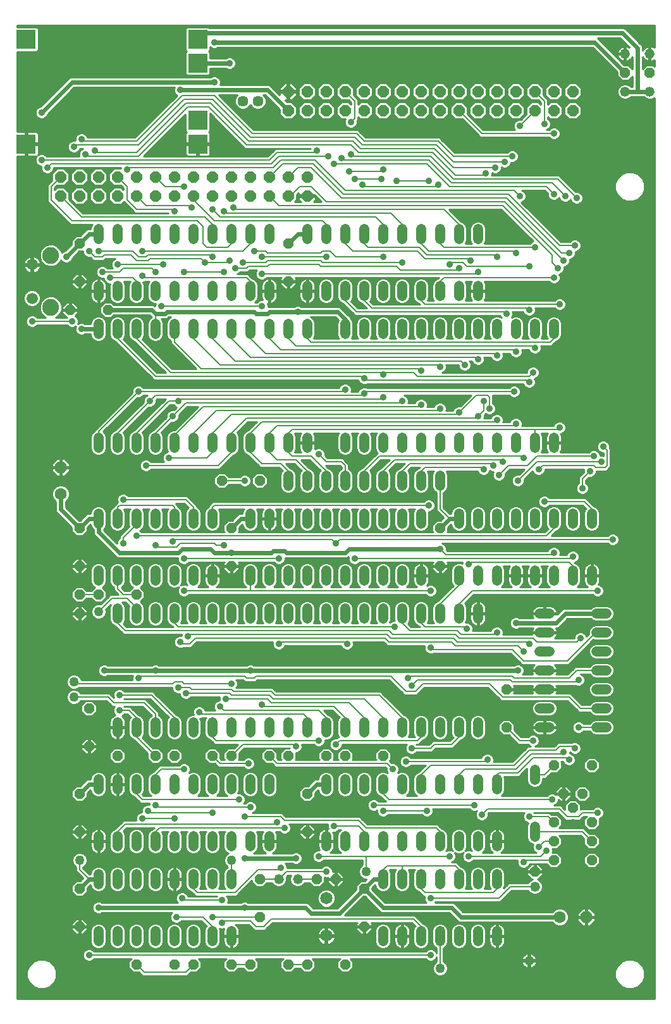
<source format=gtl>
G75*
%MOIN*%
%OFA0B0*%
%FSLAX25Y25*%
%IPPOS*%
%LPD*%
%AMOC8*
5,1,8,0,0,1.08239X$1,22.5*
%
%ADD10OC8,0.05200*%
%ADD11C,0.06496*%
%ADD12C,0.05200*%
%ADD13C,0.05200*%
%ADD14OC8,0.06000*%
%ADD15C,0.08858*%
%ADD16C,0.05937*%
%ADD17C,0.05000*%
%ADD18R,0.10000X0.10000*%
%ADD19OC8,0.06300*%
%ADD20C,0.06300*%
%ADD21C,0.05700*%
%ADD22C,0.01000*%
%ADD23C,0.03569*%
%ADD24C,0.02400*%
%ADD25C,0.00800*%
D10*
X0046752Y0041500D03*
X0046752Y0061500D03*
X0046752Y0091500D03*
X0046752Y0111500D03*
X0051752Y0136500D03*
X0066752Y0131500D03*
X0086752Y0131500D03*
X0096752Y0131500D03*
X0116752Y0131500D03*
X0126752Y0131500D03*
X0146752Y0131500D03*
X0156752Y0131500D03*
X0166752Y0111500D03*
X0176752Y0131500D03*
X0186752Y0131500D03*
X0206752Y0131500D03*
X0166752Y0091500D03*
X0171752Y0066500D03*
X0181752Y0066500D03*
X0196752Y0061500D03*
X0196752Y0041500D03*
X0186752Y0021500D03*
X0166752Y0021500D03*
X0156752Y0021500D03*
X0141752Y0046500D03*
X0141752Y0066500D03*
X0136752Y0021500D03*
X0126752Y0021500D03*
X0106752Y0021500D03*
X0096752Y0021500D03*
X0076752Y0021500D03*
X0051752Y0156500D03*
X0046752Y0206500D03*
X0046752Y0216500D03*
X0046752Y0231500D03*
X0056752Y0216500D03*
X0076752Y0216500D03*
X0046752Y0251500D03*
X0121752Y0276500D03*
X0126752Y0251500D03*
X0126752Y0231500D03*
X0141752Y0276500D03*
X0156752Y0381500D03*
X0156752Y0401500D03*
X0061752Y0366500D03*
X0046752Y0381500D03*
X0041752Y0366500D03*
X0046752Y0401500D03*
X0236752Y0251500D03*
X0236752Y0231500D03*
X0271752Y0166500D03*
X0271752Y0146500D03*
X0296752Y0126500D03*
X0301752Y0111500D03*
X0306752Y0104000D03*
X0311752Y0111500D03*
X0316752Y0096500D03*
X0316752Y0086500D03*
X0316752Y0076500D03*
X0296752Y0076500D03*
X0296752Y0086500D03*
X0296752Y0096500D03*
X0286752Y0070500D03*
X0316752Y0126500D03*
X0334256Y0491500D03*
X0347248Y0491500D03*
D11*
X0176752Y0056343D03*
X0176752Y0036657D03*
D12*
X0161752Y0066500D03*
X0151752Y0066500D03*
X0286752Y0062500D03*
X0334256Y0481500D03*
X0347248Y0481500D03*
X0347248Y0501500D03*
X0334256Y0501500D03*
D13*
X0256752Y0409100D02*
X0256752Y0403900D01*
X0246752Y0403900D02*
X0246752Y0409100D01*
X0236752Y0409100D02*
X0236752Y0403900D01*
X0226752Y0403900D02*
X0226752Y0409100D01*
X0216752Y0409100D02*
X0216752Y0403900D01*
X0206752Y0403900D02*
X0206752Y0409100D01*
X0196752Y0409100D02*
X0196752Y0403900D01*
X0186752Y0403900D02*
X0186752Y0409100D01*
X0176752Y0409100D02*
X0176752Y0403900D01*
X0166752Y0403900D02*
X0166752Y0409100D01*
X0166752Y0379100D02*
X0166752Y0373900D01*
X0176752Y0373900D02*
X0176752Y0379100D01*
X0186752Y0379100D02*
X0186752Y0373900D01*
X0196752Y0373900D02*
X0196752Y0379100D01*
X0206752Y0379100D02*
X0206752Y0373900D01*
X0216752Y0373900D02*
X0216752Y0379100D01*
X0226752Y0379100D02*
X0226752Y0373900D01*
X0236752Y0373900D02*
X0236752Y0379100D01*
X0246752Y0379100D02*
X0246752Y0373900D01*
X0256752Y0373900D02*
X0256752Y0379100D01*
X0256752Y0359100D02*
X0256752Y0353900D01*
X0266752Y0353900D02*
X0266752Y0359100D01*
X0276752Y0359100D02*
X0276752Y0353900D01*
X0286752Y0353900D02*
X0286752Y0359100D01*
X0296752Y0359100D02*
X0296752Y0353900D01*
X0296752Y0299100D02*
X0296752Y0293900D01*
X0286752Y0293900D02*
X0286752Y0299100D01*
X0276752Y0299100D02*
X0276752Y0293900D01*
X0266752Y0293900D02*
X0266752Y0299100D01*
X0256752Y0299100D02*
X0256752Y0293900D01*
X0246752Y0293900D02*
X0246752Y0299100D01*
X0236752Y0299100D02*
X0236752Y0293900D01*
X0236752Y0279100D02*
X0236752Y0273900D01*
X0226752Y0273900D02*
X0226752Y0279100D01*
X0226752Y0293900D02*
X0226752Y0299100D01*
X0216752Y0299100D02*
X0216752Y0293900D01*
X0206752Y0293900D02*
X0206752Y0299100D01*
X0196752Y0299100D02*
X0196752Y0293900D01*
X0196752Y0279100D02*
X0196752Y0273900D01*
X0186752Y0273900D02*
X0186752Y0279100D01*
X0186752Y0293900D02*
X0186752Y0299100D01*
X0176752Y0279100D02*
X0176752Y0273900D01*
X0166752Y0273900D02*
X0166752Y0279100D01*
X0166752Y0293900D02*
X0166752Y0299100D01*
X0156752Y0299100D02*
X0156752Y0293900D01*
X0156752Y0279100D02*
X0156752Y0273900D01*
X0156752Y0259100D02*
X0156752Y0253900D01*
X0146752Y0253900D02*
X0146752Y0259100D01*
X0136752Y0259100D02*
X0136752Y0253900D01*
X0116752Y0253900D02*
X0116752Y0259100D01*
X0106752Y0259100D02*
X0106752Y0253900D01*
X0096752Y0253900D02*
X0096752Y0259100D01*
X0086752Y0259100D02*
X0086752Y0253900D01*
X0076752Y0253900D02*
X0076752Y0259100D01*
X0066752Y0259100D02*
X0066752Y0253900D01*
X0056752Y0253900D02*
X0056752Y0259100D01*
X0056752Y0229100D02*
X0056752Y0223900D01*
X0066752Y0223900D02*
X0066752Y0229100D01*
X0076752Y0229100D02*
X0076752Y0223900D01*
X0086752Y0223900D02*
X0086752Y0229100D01*
X0096752Y0229100D02*
X0096752Y0223900D01*
X0106752Y0223900D02*
X0106752Y0229100D01*
X0116752Y0229100D02*
X0116752Y0223900D01*
X0116752Y0209100D02*
X0116752Y0203900D01*
X0106752Y0203900D02*
X0106752Y0209100D01*
X0096752Y0209100D02*
X0096752Y0203900D01*
X0086752Y0203900D02*
X0086752Y0209100D01*
X0076752Y0209100D02*
X0076752Y0203900D01*
X0066752Y0203900D02*
X0066752Y0209100D01*
X0066752Y0149100D02*
X0066752Y0143900D01*
X0076752Y0143900D02*
X0076752Y0149100D01*
X0086752Y0149100D02*
X0086752Y0143900D01*
X0096752Y0143900D02*
X0096752Y0149100D01*
X0106752Y0149100D02*
X0106752Y0143900D01*
X0116752Y0143900D02*
X0116752Y0149100D01*
X0126752Y0149100D02*
X0126752Y0143900D01*
X0136752Y0143900D02*
X0136752Y0149100D01*
X0146752Y0149100D02*
X0146752Y0143900D01*
X0156752Y0143900D02*
X0156752Y0149100D01*
X0166752Y0149100D02*
X0166752Y0143900D01*
X0176752Y0143900D02*
X0176752Y0149100D01*
X0186752Y0149100D02*
X0186752Y0143900D01*
X0196752Y0143900D02*
X0196752Y0149100D01*
X0206752Y0149100D02*
X0206752Y0143900D01*
X0216752Y0143900D02*
X0216752Y0149100D01*
X0226752Y0149100D02*
X0226752Y0143900D01*
X0236752Y0143900D02*
X0236752Y0149100D01*
X0246752Y0149100D02*
X0246752Y0143900D01*
X0256752Y0143900D02*
X0256752Y0149100D01*
X0256752Y0119100D02*
X0256752Y0113900D01*
X0266752Y0113900D02*
X0266752Y0119100D01*
X0246752Y0119100D02*
X0246752Y0113900D01*
X0236752Y0113900D02*
X0236752Y0119100D01*
X0226752Y0119100D02*
X0226752Y0113900D01*
X0216752Y0113900D02*
X0216752Y0119100D01*
X0206752Y0119100D02*
X0206752Y0113900D01*
X0196752Y0113900D02*
X0196752Y0119100D01*
X0186752Y0119100D02*
X0186752Y0113900D01*
X0176752Y0113900D02*
X0176752Y0119100D01*
X0176752Y0089100D02*
X0176752Y0083900D01*
X0186752Y0083900D02*
X0186752Y0089100D01*
X0196752Y0089100D02*
X0196752Y0083900D01*
X0206752Y0083900D02*
X0206752Y0089100D01*
X0216752Y0089100D02*
X0216752Y0083900D01*
X0216752Y0069100D02*
X0216752Y0063900D01*
X0206752Y0063900D02*
X0206752Y0069100D01*
X0226752Y0069100D02*
X0226752Y0063900D01*
X0236752Y0063900D02*
X0236752Y0069100D01*
X0236752Y0083900D02*
X0236752Y0089100D01*
X0226752Y0089100D02*
X0226752Y0083900D01*
X0246752Y0083900D02*
X0246752Y0089100D01*
X0256752Y0089100D02*
X0256752Y0083900D01*
X0266752Y0083900D02*
X0266752Y0089100D01*
X0266752Y0069100D02*
X0266752Y0063900D01*
X0256752Y0063900D02*
X0256752Y0069100D01*
X0246752Y0069100D02*
X0246752Y0063900D01*
X0246752Y0039100D02*
X0246752Y0033900D01*
X0236752Y0033900D02*
X0236752Y0039100D01*
X0226752Y0039100D02*
X0226752Y0033900D01*
X0216752Y0033900D02*
X0216752Y0039100D01*
X0206752Y0039100D02*
X0206752Y0033900D01*
X0256752Y0033900D02*
X0256752Y0039100D01*
X0266752Y0039100D02*
X0266752Y0033900D01*
X0286752Y0088900D02*
X0286752Y0094100D01*
X0286752Y0118900D02*
X0286752Y0124100D01*
X0289152Y0146500D02*
X0294352Y0146500D01*
X0294352Y0156500D02*
X0289152Y0156500D01*
X0289152Y0166500D02*
X0294352Y0166500D01*
X0294352Y0176500D02*
X0289152Y0176500D01*
X0289152Y0186500D02*
X0294352Y0186500D01*
X0294352Y0196500D02*
X0289152Y0196500D01*
X0289152Y0206500D02*
X0294352Y0206500D01*
X0296752Y0223900D02*
X0296752Y0229100D01*
X0306752Y0229100D02*
X0306752Y0223900D01*
X0316752Y0223900D02*
X0316752Y0229100D01*
X0319152Y0206500D02*
X0324352Y0206500D01*
X0324352Y0196500D02*
X0319152Y0196500D01*
X0319152Y0186500D02*
X0324352Y0186500D01*
X0324352Y0176500D02*
X0319152Y0176500D01*
X0319152Y0166500D02*
X0324352Y0166500D01*
X0324352Y0156500D02*
X0319152Y0156500D01*
X0319152Y0146500D02*
X0324352Y0146500D01*
X0286752Y0223900D02*
X0286752Y0229100D01*
X0276752Y0229100D02*
X0276752Y0223900D01*
X0266752Y0223900D02*
X0266752Y0229100D01*
X0256752Y0229100D02*
X0256752Y0223900D01*
X0246752Y0223900D02*
X0246752Y0229100D01*
X0246752Y0209100D02*
X0246752Y0203900D01*
X0236752Y0203900D02*
X0236752Y0209100D01*
X0226752Y0209100D02*
X0226752Y0203900D01*
X0216752Y0203900D02*
X0216752Y0209100D01*
X0206752Y0209100D02*
X0206752Y0203900D01*
X0196752Y0203900D02*
X0196752Y0209100D01*
X0186752Y0209100D02*
X0186752Y0203900D01*
X0176752Y0203900D02*
X0176752Y0209100D01*
X0166752Y0209100D02*
X0166752Y0203900D01*
X0156752Y0203900D02*
X0156752Y0209100D01*
X0146752Y0209100D02*
X0146752Y0203900D01*
X0136752Y0203900D02*
X0136752Y0209100D01*
X0126752Y0209100D02*
X0126752Y0203900D01*
X0136752Y0223900D02*
X0136752Y0229100D01*
X0146752Y0229100D02*
X0146752Y0223900D01*
X0156752Y0223900D02*
X0156752Y0229100D01*
X0166752Y0229100D02*
X0166752Y0223900D01*
X0176752Y0223900D02*
X0176752Y0229100D01*
X0186752Y0229100D02*
X0186752Y0223900D01*
X0196752Y0223900D02*
X0196752Y0229100D01*
X0206752Y0229100D02*
X0206752Y0223900D01*
X0216752Y0223900D02*
X0216752Y0229100D01*
X0226752Y0229100D02*
X0226752Y0223900D01*
X0226752Y0253900D02*
X0226752Y0259100D01*
X0216752Y0259100D02*
X0216752Y0253900D01*
X0206752Y0253900D02*
X0206752Y0259100D01*
X0196752Y0259100D02*
X0196752Y0253900D01*
X0186752Y0253900D02*
X0186752Y0259100D01*
X0176752Y0259100D02*
X0176752Y0253900D01*
X0166752Y0253900D02*
X0166752Y0259100D01*
X0146752Y0293900D02*
X0146752Y0299100D01*
X0136752Y0299100D02*
X0136752Y0293900D01*
X0126752Y0293900D02*
X0126752Y0299100D01*
X0116752Y0299100D02*
X0116752Y0293900D01*
X0106752Y0293900D02*
X0106752Y0299100D01*
X0096752Y0299100D02*
X0096752Y0293900D01*
X0086752Y0293900D02*
X0086752Y0299100D01*
X0076752Y0299100D02*
X0076752Y0293900D01*
X0066752Y0293900D02*
X0066752Y0299100D01*
X0056752Y0299100D02*
X0056752Y0293900D01*
X0056752Y0353900D02*
X0056752Y0359100D01*
X0066752Y0359100D02*
X0066752Y0353900D01*
X0076752Y0353900D02*
X0076752Y0359100D01*
X0086752Y0359100D02*
X0086752Y0353900D01*
X0096752Y0353900D02*
X0096752Y0359100D01*
X0106752Y0359100D02*
X0106752Y0353900D01*
X0116752Y0353900D02*
X0116752Y0359100D01*
X0126752Y0359100D02*
X0126752Y0353900D01*
X0136752Y0353900D02*
X0136752Y0359100D01*
X0146752Y0359100D02*
X0146752Y0353900D01*
X0156752Y0353900D02*
X0156752Y0359100D01*
X0166752Y0359100D02*
X0166752Y0353900D01*
X0186752Y0353900D02*
X0186752Y0359100D01*
X0196752Y0359100D02*
X0196752Y0353900D01*
X0206752Y0353900D02*
X0206752Y0359100D01*
X0216752Y0359100D02*
X0216752Y0353900D01*
X0226752Y0353900D02*
X0226752Y0359100D01*
X0236752Y0359100D02*
X0236752Y0353900D01*
X0246752Y0353900D02*
X0246752Y0359100D01*
X0216752Y0279100D02*
X0216752Y0273900D01*
X0206752Y0273900D02*
X0206752Y0279100D01*
X0246752Y0259100D02*
X0246752Y0253900D01*
X0256752Y0253900D02*
X0256752Y0259100D01*
X0266752Y0259100D02*
X0266752Y0253900D01*
X0276752Y0253900D02*
X0276752Y0259100D01*
X0286752Y0259100D02*
X0286752Y0253900D01*
X0296752Y0253900D02*
X0296752Y0259100D01*
X0306752Y0259100D02*
X0306752Y0253900D01*
X0316752Y0253900D02*
X0316752Y0259100D01*
X0256752Y0209100D02*
X0256752Y0203900D01*
X0146752Y0119100D02*
X0146752Y0113900D01*
X0136752Y0113900D02*
X0136752Y0119100D01*
X0126752Y0119100D02*
X0126752Y0113900D01*
X0116752Y0113900D02*
X0116752Y0119100D01*
X0106752Y0119100D02*
X0106752Y0113900D01*
X0096752Y0113900D02*
X0096752Y0119100D01*
X0086752Y0119100D02*
X0086752Y0113900D01*
X0076752Y0113900D02*
X0076752Y0119100D01*
X0066752Y0119100D02*
X0066752Y0113900D01*
X0056752Y0113900D02*
X0056752Y0119100D01*
X0056752Y0089100D02*
X0056752Y0083900D01*
X0056752Y0069100D02*
X0056752Y0063900D01*
X0066752Y0063900D02*
X0066752Y0069100D01*
X0066752Y0083900D02*
X0066752Y0089100D01*
X0076752Y0089100D02*
X0076752Y0083900D01*
X0086752Y0083900D02*
X0086752Y0089100D01*
X0096752Y0089100D02*
X0096752Y0083900D01*
X0096752Y0069100D02*
X0096752Y0063900D01*
X0086752Y0063900D02*
X0086752Y0069100D01*
X0076752Y0069100D02*
X0076752Y0063900D01*
X0076752Y0039100D02*
X0076752Y0033900D01*
X0086752Y0033900D02*
X0086752Y0039100D01*
X0096752Y0039100D02*
X0096752Y0033900D01*
X0106752Y0033900D02*
X0106752Y0039100D01*
X0116752Y0039100D02*
X0116752Y0033900D01*
X0126752Y0033900D02*
X0126752Y0039100D01*
X0126752Y0063900D02*
X0126752Y0069100D01*
X0126752Y0083900D02*
X0126752Y0089100D01*
X0136752Y0089100D02*
X0136752Y0083900D01*
X0146752Y0083900D02*
X0146752Y0089100D01*
X0116752Y0089100D02*
X0116752Y0083900D01*
X0116752Y0069100D02*
X0116752Y0063900D01*
X0106752Y0063900D02*
X0106752Y0069100D01*
X0106752Y0083900D02*
X0106752Y0089100D01*
X0066752Y0039100D02*
X0066752Y0033900D01*
X0056752Y0033900D02*
X0056752Y0039100D01*
X0056752Y0373900D02*
X0056752Y0379100D01*
X0066752Y0379100D02*
X0066752Y0373900D01*
X0076752Y0373900D02*
X0076752Y0379100D01*
X0086752Y0379100D02*
X0086752Y0373900D01*
X0096752Y0373900D02*
X0096752Y0379100D01*
X0106752Y0379100D02*
X0106752Y0373900D01*
X0116752Y0373900D02*
X0116752Y0379100D01*
X0126752Y0379100D02*
X0126752Y0373900D01*
X0136752Y0373900D02*
X0136752Y0379100D01*
X0146752Y0379100D02*
X0146752Y0373900D01*
X0146752Y0403900D02*
X0146752Y0409100D01*
X0136752Y0409100D02*
X0136752Y0403900D01*
X0126752Y0403900D02*
X0126752Y0409100D01*
X0116752Y0409100D02*
X0116752Y0403900D01*
X0106752Y0403900D02*
X0106752Y0409100D01*
X0096752Y0409100D02*
X0096752Y0403900D01*
X0086752Y0403900D02*
X0086752Y0409100D01*
X0076752Y0409100D02*
X0076752Y0403900D01*
X0066752Y0403900D02*
X0066752Y0409100D01*
X0056752Y0409100D02*
X0056752Y0403900D01*
D14*
X0056752Y0426500D03*
X0056752Y0436500D03*
X0046752Y0436500D03*
X0046752Y0426500D03*
X0036752Y0426500D03*
X0036752Y0436500D03*
X0066752Y0436500D03*
X0066752Y0426500D03*
X0076752Y0426500D03*
X0076752Y0436500D03*
X0086752Y0436500D03*
X0086752Y0426500D03*
X0096752Y0426500D03*
X0096752Y0436500D03*
X0106752Y0436500D03*
X0106752Y0426500D03*
X0116752Y0426500D03*
X0116752Y0436500D03*
X0126752Y0436500D03*
X0126752Y0426500D03*
X0136752Y0426500D03*
X0136752Y0436500D03*
X0146752Y0436500D03*
X0146752Y0426500D03*
X0156752Y0426500D03*
X0156752Y0436500D03*
X0166752Y0436500D03*
X0166752Y0426500D03*
X0166752Y0471500D03*
X0166752Y0481500D03*
X0176752Y0481500D03*
X0176752Y0471500D03*
X0186752Y0471500D03*
X0186752Y0481500D03*
X0196752Y0481500D03*
X0196752Y0471500D03*
X0206752Y0471500D03*
X0206752Y0481500D03*
X0216752Y0481500D03*
X0216752Y0471500D03*
X0226752Y0471500D03*
X0226752Y0481500D03*
X0236752Y0481500D03*
X0236752Y0471500D03*
X0246752Y0471500D03*
X0246752Y0481500D03*
X0256752Y0481500D03*
X0256752Y0471500D03*
X0266752Y0471500D03*
X0266752Y0481500D03*
X0276752Y0481500D03*
X0276752Y0471500D03*
X0286752Y0471500D03*
X0286752Y0481500D03*
X0296752Y0481500D03*
X0296752Y0471500D03*
X0306752Y0471500D03*
X0306752Y0481500D03*
X0156752Y0481500D03*
X0156752Y0471500D03*
D15*
X0031595Y0395280D03*
X0031595Y0367720D03*
D16*
X0021752Y0372642D03*
X0021752Y0390358D03*
D17*
X0056752Y0207500D03*
X0043752Y0170500D03*
X0043752Y0162500D03*
X0046752Y0076500D03*
X0126752Y0076500D03*
X0197752Y0070500D03*
X0236752Y0019500D03*
X0283752Y0023500D03*
D18*
X0109075Y0453941D03*
X0109075Y0466500D03*
X0109075Y0496500D03*
X0109075Y0509059D03*
X0018524Y0509059D03*
X0018524Y0453941D03*
D19*
X0036752Y0283500D03*
X0313752Y0046500D03*
D20*
X0299752Y0046500D03*
X0036752Y0269500D03*
D21*
X0132815Y0476500D03*
X0140689Y0476500D03*
D22*
X0013752Y0447441D02*
X0013752Y0003500D01*
X0349752Y0003500D01*
X0349752Y0478206D01*
X0349571Y0478024D01*
X0348064Y0477400D01*
X0346433Y0477400D01*
X0344926Y0478024D01*
X0344150Y0478800D01*
X0337355Y0478800D01*
X0336579Y0478024D01*
X0335072Y0477400D01*
X0333441Y0477400D01*
X0331934Y0478024D01*
X0330781Y0479178D01*
X0330156Y0480684D01*
X0330156Y0482316D01*
X0330781Y0483822D01*
X0331934Y0484976D01*
X0333441Y0485600D01*
X0335072Y0485600D01*
X0336579Y0484976D01*
X0337355Y0484200D01*
X0338052Y0484200D01*
X0338052Y0489498D01*
X0335955Y0487400D01*
X0332558Y0487400D01*
X0330156Y0489802D01*
X0330156Y0491782D01*
X0317138Y0504800D01*
X0119697Y0504800D01*
X0119613Y0504716D01*
X0118406Y0504216D01*
X0117099Y0504216D01*
X0115892Y0504716D01*
X0115575Y0505033D01*
X0115575Y0503438D01*
X0114917Y0502780D01*
X0115575Y0502121D01*
X0115575Y0499200D01*
X0123808Y0499200D01*
X0123892Y0499284D01*
X0125099Y0499784D01*
X0126406Y0499784D01*
X0127613Y0499284D01*
X0128537Y0498360D01*
X0129037Y0497153D01*
X0129037Y0495847D01*
X0128537Y0494640D01*
X0127613Y0493716D01*
X0126406Y0493216D01*
X0125099Y0493216D01*
X0123892Y0493716D01*
X0123808Y0493800D01*
X0115575Y0493800D01*
X0115575Y0490879D01*
X0114697Y0490000D01*
X0103454Y0490000D01*
X0102575Y0490879D01*
X0102575Y0502121D01*
X0103233Y0502780D01*
X0102575Y0503438D01*
X0102575Y0514680D01*
X0103454Y0515559D01*
X0114697Y0515559D01*
X0115056Y0515200D01*
X0333289Y0515200D01*
X0334282Y0514789D01*
X0335041Y0514029D01*
X0342282Y0506789D01*
X0343041Y0506029D01*
X0343452Y0505037D01*
X0343452Y0503081D01*
X0343742Y0503649D01*
X0344121Y0504171D01*
X0344578Y0504627D01*
X0345100Y0505007D01*
X0345675Y0505300D01*
X0346288Y0505499D01*
X0346926Y0505600D01*
X0346948Y0505600D01*
X0346948Y0501800D01*
X0347548Y0501800D01*
X0347548Y0505600D01*
X0347571Y0505600D01*
X0348209Y0505499D01*
X0348822Y0505300D01*
X0349397Y0505007D01*
X0349752Y0504749D01*
X0349752Y0516500D01*
X0013752Y0516500D01*
X0013752Y0515559D01*
X0024145Y0515559D01*
X0025024Y0514680D01*
X0025024Y0503438D01*
X0024145Y0502559D01*
X0013752Y0502559D01*
X0013752Y0460441D01*
X0018040Y0460441D01*
X0018040Y0454425D01*
X0019008Y0454425D01*
X0019008Y0460441D01*
X0023722Y0460441D01*
X0024103Y0460339D01*
X0024445Y0460141D01*
X0024724Y0459862D01*
X0024922Y0459520D01*
X0025024Y0459138D01*
X0025024Y0454425D01*
X0019008Y0454425D01*
X0019008Y0453457D01*
X0019008Y0447441D01*
X0023722Y0447441D01*
X0024103Y0447543D01*
X0024216Y0447609D01*
X0023968Y0447360D01*
X0023468Y0446153D01*
X0023468Y0444847D01*
X0023968Y0443640D01*
X0024892Y0442716D01*
X0026099Y0442216D01*
X0026494Y0442216D01*
X0026468Y0442153D01*
X0026468Y0440847D01*
X0026968Y0439640D01*
X0027892Y0438716D01*
X0029099Y0438216D01*
X0030406Y0438216D01*
X0031613Y0438716D01*
X0032537Y0439640D01*
X0033037Y0440847D01*
X0033037Y0441600D01*
X0068653Y0441600D01*
X0068468Y0441153D01*
X0068468Y0441000D01*
X0064888Y0441000D01*
X0062252Y0438364D01*
X0062252Y0434636D01*
X0064888Y0432000D01*
X0068565Y0432000D01*
X0069852Y0430713D01*
X0069852Y0429764D01*
X0068616Y0431000D01*
X0064888Y0431000D01*
X0062252Y0428364D01*
X0062252Y0424636D01*
X0064888Y0422000D01*
X0068616Y0422000D01*
X0070091Y0423475D01*
X0074852Y0418713D01*
X0075965Y0417600D01*
X0093570Y0417600D01*
X0093653Y0417400D01*
X0048539Y0417400D01*
X0041252Y0424687D01*
X0041252Y0428364D01*
X0038616Y0431000D01*
X0034888Y0431000D01*
X0033652Y0429764D01*
X0033652Y0430713D01*
X0034939Y0432000D01*
X0038616Y0432000D01*
X0041252Y0434636D01*
X0041252Y0438364D01*
X0038616Y0441000D01*
X0034888Y0441000D01*
X0032252Y0438364D01*
X0032252Y0434687D01*
X0029852Y0432287D01*
X0029852Y0423713D01*
X0030965Y0422600D01*
X0041965Y0411600D01*
X0053454Y0411600D01*
X0053277Y0411422D01*
X0052652Y0409916D01*
X0052652Y0409200D01*
X0051215Y0409200D01*
X0050223Y0408789D01*
X0049463Y0408029D01*
X0047034Y0405600D01*
X0045054Y0405600D01*
X0042652Y0403198D01*
X0042652Y0401218D01*
X0039218Y0397784D01*
X0039099Y0397784D01*
X0037892Y0397284D01*
X0037390Y0396782D01*
X0036621Y0398638D01*
X0034954Y0400306D01*
X0032774Y0401209D01*
X0030416Y0401209D01*
X0028236Y0400306D01*
X0026568Y0398638D01*
X0025666Y0396459D01*
X0025666Y0394100D01*
X0026568Y0391921D01*
X0028236Y0390253D01*
X0030416Y0389350D01*
X0032774Y0389350D01*
X0034954Y0390253D01*
X0036621Y0391921D01*
X0036944Y0392699D01*
X0036968Y0392640D01*
X0037892Y0391716D01*
X0039099Y0391216D01*
X0040406Y0391216D01*
X0041613Y0391716D01*
X0042537Y0392640D01*
X0043037Y0393847D01*
X0043037Y0393966D01*
X0046471Y0397400D01*
X0048451Y0397400D01*
X0048468Y0397417D01*
X0048468Y0396847D01*
X0048968Y0395640D01*
X0049892Y0394716D01*
X0051099Y0394216D01*
X0052350Y0394216D01*
X0052852Y0393713D01*
X0053965Y0392600D01*
X0059539Y0392600D01*
X0060539Y0393600D01*
X0065654Y0393600D01*
X0064892Y0393284D01*
X0063968Y0392360D01*
X0063468Y0391153D01*
X0063468Y0389847D01*
X0063968Y0388640D01*
X0064208Y0388400D01*
X0061497Y0388400D01*
X0060613Y0389284D01*
X0059406Y0389784D01*
X0058099Y0389784D01*
X0056892Y0389284D01*
X0055968Y0388360D01*
X0055468Y0387153D01*
X0055468Y0385847D01*
X0055968Y0384640D01*
X0056892Y0383716D01*
X0058099Y0383216D01*
X0059406Y0383216D01*
X0059468Y0383242D01*
X0059468Y0382847D01*
X0059959Y0381662D01*
X0059880Y0381771D01*
X0059423Y0382227D01*
X0058901Y0382607D01*
X0058326Y0382900D01*
X0057713Y0383099D01*
X0057075Y0383200D01*
X0057052Y0383200D01*
X0057052Y0376800D01*
X0056452Y0376800D01*
X0056452Y0376200D01*
X0052652Y0376200D01*
X0052652Y0373577D01*
X0052753Y0372940D01*
X0052953Y0372326D01*
X0053246Y0371751D01*
X0053625Y0371229D01*
X0054081Y0370773D01*
X0054604Y0370393D01*
X0055179Y0370100D01*
X0055792Y0369901D01*
X0056430Y0369800D01*
X0056452Y0369800D01*
X0056452Y0376200D01*
X0057052Y0376200D01*
X0057052Y0369800D01*
X0057075Y0369800D01*
X0057713Y0369901D01*
X0058326Y0370100D01*
X0058901Y0370393D01*
X0059423Y0370773D01*
X0059880Y0371229D01*
X0060259Y0371751D01*
X0060552Y0372326D01*
X0060751Y0372940D01*
X0060852Y0373577D01*
X0060852Y0376200D01*
X0057053Y0376200D01*
X0057053Y0376800D01*
X0060852Y0376800D01*
X0060852Y0379423D01*
X0060751Y0380060D01*
X0060552Y0380674D01*
X0060259Y0381249D01*
X0059994Y0381614D01*
X0060892Y0380716D01*
X0062099Y0380216D01*
X0062777Y0380216D01*
X0062652Y0379916D01*
X0062652Y0373084D01*
X0063277Y0371578D01*
X0064430Y0370424D01*
X0065937Y0369800D01*
X0067568Y0369800D01*
X0069075Y0370424D01*
X0070228Y0371578D01*
X0070852Y0373084D01*
X0070852Y0379916D01*
X0070228Y0381422D01*
X0070051Y0381600D01*
X0073454Y0381600D01*
X0073277Y0381422D01*
X0072652Y0379916D01*
X0072652Y0373084D01*
X0073277Y0371578D01*
X0074430Y0370424D01*
X0075937Y0369800D01*
X0077568Y0369800D01*
X0079075Y0370424D01*
X0080228Y0371578D01*
X0080852Y0373084D01*
X0080852Y0379916D01*
X0080314Y0381216D01*
X0080406Y0381216D01*
X0081333Y0381600D01*
X0083454Y0381600D01*
X0083277Y0381422D01*
X0082652Y0379916D01*
X0082652Y0373084D01*
X0083277Y0371578D01*
X0084430Y0370424D01*
X0085937Y0369800D01*
X0086736Y0369800D01*
X0086468Y0369153D01*
X0086468Y0368603D01*
X0086282Y0368789D01*
X0085289Y0369200D01*
X0064851Y0369200D01*
X0063451Y0370600D01*
X0060054Y0370600D01*
X0057652Y0368198D01*
X0057652Y0364802D01*
X0060054Y0362400D01*
X0063451Y0362400D01*
X0064851Y0363800D01*
X0083634Y0363800D01*
X0084463Y0362971D01*
X0084733Y0362701D01*
X0084430Y0362576D01*
X0083277Y0361422D01*
X0082652Y0359916D01*
X0082652Y0353084D01*
X0083277Y0351578D01*
X0084430Y0350424D01*
X0085937Y0349800D01*
X0087568Y0349800D01*
X0089075Y0350424D01*
X0090228Y0351578D01*
X0090852Y0353084D01*
X0090852Y0359916D01*
X0090228Y0361422D01*
X0089851Y0361800D01*
X0092289Y0361800D01*
X0093282Y0362211D01*
X0093871Y0362800D01*
X0094971Y0362800D01*
X0094430Y0362576D01*
X0093277Y0361422D01*
X0092652Y0359916D01*
X0092652Y0353084D01*
X0093277Y0351578D01*
X0094430Y0350424D01*
X0094852Y0350249D01*
X0094852Y0348713D01*
X0108165Y0335400D01*
X0095539Y0335400D01*
X0079795Y0351144D01*
X0080228Y0351578D01*
X0080852Y0353084D01*
X0080852Y0359916D01*
X0080228Y0361422D01*
X0079075Y0362576D01*
X0077568Y0363200D01*
X0075937Y0363200D01*
X0074430Y0362576D01*
X0073277Y0361422D01*
X0072652Y0359916D01*
X0072652Y0353084D01*
X0073277Y0351578D01*
X0074430Y0350424D01*
X0075644Y0349921D01*
X0092165Y0333400D01*
X0087539Y0333400D01*
X0069795Y0351144D01*
X0070228Y0351578D01*
X0070852Y0353084D01*
X0070852Y0359916D01*
X0070228Y0361422D01*
X0069075Y0362576D01*
X0067568Y0363200D01*
X0065937Y0363200D01*
X0064430Y0362576D01*
X0063277Y0361422D01*
X0062652Y0359916D01*
X0062652Y0353084D01*
X0063277Y0351578D01*
X0064430Y0350424D01*
X0065644Y0349921D01*
X0084852Y0330713D01*
X0085965Y0329600D01*
X0193570Y0329600D01*
X0193968Y0328640D01*
X0194892Y0327716D01*
X0196099Y0327216D01*
X0197406Y0327216D01*
X0198333Y0327600D01*
X0280570Y0327600D01*
X0280968Y0326640D01*
X0281892Y0325716D01*
X0283099Y0325216D01*
X0284406Y0325216D01*
X0285613Y0325716D01*
X0286537Y0326640D01*
X0287037Y0327847D01*
X0287037Y0329153D01*
X0286569Y0330283D01*
X0287613Y0330716D01*
X0288537Y0331640D01*
X0289037Y0332847D01*
X0289037Y0334153D01*
X0288537Y0335360D01*
X0287613Y0336284D01*
X0286406Y0336784D01*
X0285099Y0336784D01*
X0283892Y0336284D01*
X0282968Y0335360D01*
X0282468Y0334153D01*
X0282468Y0333400D01*
X0237850Y0333400D01*
X0238613Y0333716D01*
X0239537Y0334640D01*
X0240037Y0335847D01*
X0240037Y0337153D01*
X0239852Y0337600D01*
X0246468Y0337600D01*
X0246468Y0336847D01*
X0246968Y0335640D01*
X0247892Y0334716D01*
X0249099Y0334216D01*
X0250406Y0334216D01*
X0251613Y0334716D01*
X0252537Y0335640D01*
X0253037Y0336847D01*
X0253037Y0338153D01*
X0252537Y0339360D01*
X0252297Y0339600D01*
X0253570Y0339600D01*
X0253968Y0338640D01*
X0254892Y0337716D01*
X0256099Y0337216D01*
X0257406Y0337216D01*
X0258613Y0337716D01*
X0259537Y0338640D01*
X0260037Y0339847D01*
X0260037Y0341153D01*
X0259852Y0341600D01*
X0263570Y0341600D01*
X0263968Y0340640D01*
X0264892Y0339716D01*
X0266099Y0339216D01*
X0267406Y0339216D01*
X0268613Y0339716D01*
X0269537Y0340640D01*
X0270037Y0341847D01*
X0270037Y0343153D01*
X0269852Y0343600D01*
X0273570Y0343600D01*
X0273968Y0342640D01*
X0274892Y0341716D01*
X0276099Y0341216D01*
X0277406Y0341216D01*
X0278613Y0341716D01*
X0279537Y0342640D01*
X0280037Y0343847D01*
X0280037Y0345153D01*
X0279852Y0345600D01*
X0283570Y0345600D01*
X0283968Y0344640D01*
X0284892Y0343716D01*
X0286099Y0343216D01*
X0287406Y0343216D01*
X0288613Y0343716D01*
X0289537Y0344640D01*
X0290037Y0345847D01*
X0290037Y0347153D01*
X0289852Y0347600D01*
X0295539Y0347600D01*
X0296652Y0348713D01*
X0297861Y0349921D01*
X0299075Y0350424D01*
X0300228Y0351578D01*
X0300852Y0353084D01*
X0300852Y0359916D01*
X0300228Y0361422D01*
X0299075Y0362576D01*
X0297568Y0363200D01*
X0295937Y0363200D01*
X0294430Y0362576D01*
X0293277Y0361422D01*
X0292652Y0359916D01*
X0292652Y0353084D01*
X0293277Y0351578D01*
X0293454Y0351400D01*
X0290051Y0351400D01*
X0290228Y0351578D01*
X0290852Y0353084D01*
X0290852Y0359916D01*
X0290228Y0361422D01*
X0289075Y0362576D01*
X0287568Y0363200D01*
X0285937Y0363200D01*
X0284430Y0362576D01*
X0283277Y0361422D01*
X0282652Y0359916D01*
X0282652Y0353084D01*
X0283277Y0351578D01*
X0283454Y0351400D01*
X0280051Y0351400D01*
X0280228Y0351578D01*
X0280852Y0353084D01*
X0280852Y0359916D01*
X0280228Y0361422D01*
X0279075Y0362576D01*
X0277568Y0363200D01*
X0275937Y0363200D01*
X0274503Y0362606D01*
X0274537Y0362640D01*
X0275037Y0363847D01*
X0275037Y0365153D01*
X0274852Y0365600D01*
X0280570Y0365600D01*
X0280968Y0364640D01*
X0281892Y0363716D01*
X0283099Y0363216D01*
X0284406Y0363216D01*
X0285613Y0363716D01*
X0286537Y0364640D01*
X0287037Y0365847D01*
X0287037Y0367153D01*
X0286852Y0367600D01*
X0297008Y0367600D01*
X0297892Y0366716D01*
X0299099Y0366216D01*
X0300406Y0366216D01*
X0301613Y0366716D01*
X0302537Y0367640D01*
X0303037Y0368847D01*
X0303037Y0370153D01*
X0302537Y0371360D01*
X0301613Y0372284D01*
X0300406Y0372784D01*
X0299099Y0372784D01*
X0297892Y0372284D01*
X0297008Y0371400D01*
X0260004Y0371400D01*
X0260259Y0371751D01*
X0260552Y0372326D01*
X0260751Y0372940D01*
X0260852Y0373577D01*
X0260852Y0376200D01*
X0257053Y0376200D01*
X0257053Y0376800D01*
X0260852Y0376800D01*
X0260852Y0379423D01*
X0260751Y0380060D01*
X0260552Y0380674D01*
X0260259Y0381249D01*
X0260004Y0381600D01*
X0294008Y0381600D01*
X0294892Y0380716D01*
X0296099Y0380216D01*
X0297406Y0380216D01*
X0298613Y0380716D01*
X0299537Y0381640D01*
X0300037Y0382847D01*
X0300037Y0384153D01*
X0299569Y0385283D01*
X0300613Y0385716D01*
X0301537Y0386640D01*
X0302037Y0387847D01*
X0302037Y0389153D01*
X0302011Y0389216D01*
X0302406Y0389216D01*
X0303613Y0389716D01*
X0304537Y0390640D01*
X0305037Y0391847D01*
X0305037Y0393153D01*
X0305011Y0393216D01*
X0305406Y0393216D01*
X0306613Y0393716D01*
X0307537Y0394640D01*
X0308037Y0395847D01*
X0308037Y0397153D01*
X0308011Y0397216D01*
X0308406Y0397216D01*
X0309613Y0397716D01*
X0310537Y0398640D01*
X0311037Y0399847D01*
X0311037Y0401153D01*
X0310537Y0402360D01*
X0309613Y0403284D01*
X0308406Y0403784D01*
X0307099Y0403784D01*
X0305892Y0403284D01*
X0305008Y0402400D01*
X0300539Y0402400D01*
X0279631Y0423309D01*
X0280613Y0423716D01*
X0281537Y0424640D01*
X0282037Y0425847D01*
X0282037Y0427153D01*
X0281537Y0428360D01*
X0280613Y0429284D01*
X0279850Y0429600D01*
X0291965Y0429600D01*
X0293468Y0428097D01*
X0293468Y0426847D01*
X0293968Y0425640D01*
X0294892Y0424716D01*
X0296099Y0424216D01*
X0297406Y0424216D01*
X0298613Y0424716D01*
X0299537Y0425640D01*
X0299545Y0425660D01*
X0299968Y0424640D01*
X0300892Y0423716D01*
X0302099Y0423216D01*
X0303406Y0423216D01*
X0304613Y0423716D01*
X0305537Y0424640D01*
X0305545Y0424661D01*
X0305968Y0423640D01*
X0306892Y0422716D01*
X0308099Y0422216D01*
X0309406Y0422216D01*
X0310613Y0422716D01*
X0311537Y0423640D01*
X0312037Y0424847D01*
X0312037Y0426153D01*
X0311537Y0427360D01*
X0310613Y0428284D01*
X0309406Y0428784D01*
X0308155Y0428784D01*
X0299539Y0437400D01*
X0263852Y0437400D01*
X0264037Y0437847D01*
X0264037Y0438656D01*
X0265099Y0438216D01*
X0266406Y0438216D01*
X0267613Y0438716D01*
X0268537Y0439640D01*
X0269037Y0440847D01*
X0269037Y0441656D01*
X0270099Y0441216D01*
X0271406Y0441216D01*
X0272613Y0441716D01*
X0273537Y0442640D01*
X0274037Y0443847D01*
X0274037Y0444242D01*
X0274099Y0444216D01*
X0275406Y0444216D01*
X0276613Y0444716D01*
X0277537Y0445640D01*
X0278037Y0446847D01*
X0278037Y0448153D01*
X0277537Y0449360D01*
X0276613Y0450284D01*
X0275406Y0450784D01*
X0274099Y0450784D01*
X0272892Y0450284D01*
X0272008Y0449400D01*
X0244539Y0449400D01*
X0237652Y0456287D01*
X0236539Y0457400D01*
X0197539Y0457400D01*
X0194652Y0460287D01*
X0193539Y0461400D01*
X0138539Y0461400D01*
X0120139Y0479800D01*
X0129964Y0479800D01*
X0129128Y0478964D01*
X0128465Y0477365D01*
X0128465Y0475635D01*
X0129128Y0474036D01*
X0130351Y0472812D01*
X0131950Y0472150D01*
X0133681Y0472150D01*
X0135280Y0472812D01*
X0136503Y0474036D01*
X0136752Y0474638D01*
X0137002Y0474036D01*
X0138225Y0472812D01*
X0139824Y0472150D01*
X0141555Y0472150D01*
X0143154Y0472812D01*
X0144377Y0474036D01*
X0145039Y0475635D01*
X0145039Y0477365D01*
X0144377Y0478964D01*
X0143541Y0479800D01*
X0144634Y0479800D01*
X0152252Y0472182D01*
X0152252Y0469636D01*
X0154888Y0467000D01*
X0158616Y0467000D01*
X0161252Y0469636D01*
X0161252Y0473364D01*
X0158616Y0476000D01*
X0156071Y0476000D01*
X0155071Y0477000D01*
X0156252Y0477000D01*
X0156252Y0481000D01*
X0152252Y0481000D01*
X0152252Y0479818D01*
X0147282Y0484789D01*
X0146289Y0485200D01*
X0120769Y0485200D01*
X0121037Y0485847D01*
X0121037Y0487153D01*
X0120537Y0488360D01*
X0119613Y0489284D01*
X0118406Y0489784D01*
X0117099Y0489784D01*
X0115892Y0489284D01*
X0115808Y0489200D01*
X0042215Y0489200D01*
X0041223Y0488789D01*
X0026218Y0473784D01*
X0026099Y0473784D01*
X0024892Y0473284D01*
X0023968Y0472360D01*
X0023468Y0471153D01*
X0023468Y0469847D01*
X0023968Y0468640D01*
X0024892Y0467716D01*
X0026099Y0467216D01*
X0027406Y0467216D01*
X0028613Y0467716D01*
X0029537Y0468640D01*
X0030037Y0469847D01*
X0030037Y0469966D01*
X0043871Y0483800D01*
X0096736Y0483800D01*
X0096468Y0483153D01*
X0096468Y0481847D01*
X0096968Y0480640D01*
X0097892Y0479716D01*
X0098167Y0479602D01*
X0075965Y0457400D01*
X0050934Y0457400D01*
X0050537Y0458360D01*
X0049613Y0459284D01*
X0048406Y0459784D01*
X0047099Y0459784D01*
X0045892Y0459284D01*
X0044968Y0458360D01*
X0044468Y0457153D01*
X0044468Y0455847D01*
X0044512Y0455740D01*
X0044406Y0455784D01*
X0043099Y0455784D01*
X0041892Y0455284D01*
X0040968Y0454360D01*
X0040468Y0453153D01*
X0040468Y0451847D01*
X0040968Y0450640D01*
X0041892Y0449716D01*
X0043099Y0449216D01*
X0044406Y0449216D01*
X0045613Y0449716D01*
X0046537Y0450640D01*
X0046934Y0451600D01*
X0048654Y0451600D01*
X0047892Y0451284D01*
X0046968Y0450360D01*
X0046468Y0449153D01*
X0046468Y0447847D01*
X0046653Y0447400D01*
X0029497Y0447400D01*
X0028613Y0448284D01*
X0027406Y0448784D01*
X0026099Y0448784D01*
X0024892Y0448284D01*
X0024856Y0448249D01*
X0024922Y0448362D01*
X0025024Y0448743D01*
X0025024Y0453457D01*
X0019008Y0453457D01*
X0018040Y0453457D01*
X0018040Y0447441D01*
X0013752Y0447441D01*
X0013752Y0446836D02*
X0023751Y0446836D01*
X0023468Y0445838D02*
X0013752Y0445838D01*
X0013752Y0444839D02*
X0023471Y0444839D01*
X0023885Y0443841D02*
X0013752Y0443841D01*
X0013752Y0442842D02*
X0024766Y0442842D01*
X0026468Y0441843D02*
X0013752Y0441843D01*
X0013752Y0440845D02*
X0026469Y0440845D01*
X0026882Y0439846D02*
X0013752Y0439846D01*
X0013752Y0438848D02*
X0027760Y0438848D01*
X0031745Y0438848D02*
X0032736Y0438848D01*
X0032622Y0439846D02*
X0033735Y0439846D01*
X0033036Y0440845D02*
X0034733Y0440845D01*
X0032252Y0437849D02*
X0013752Y0437849D01*
X0013752Y0436851D02*
X0032252Y0436851D01*
X0032252Y0435852D02*
X0013752Y0435852D01*
X0013752Y0434854D02*
X0032252Y0434854D01*
X0031421Y0433855D02*
X0013752Y0433855D01*
X0013752Y0432857D02*
X0030422Y0432857D01*
X0029852Y0431858D02*
X0013752Y0431858D01*
X0013752Y0430860D02*
X0029852Y0430860D01*
X0029852Y0429861D02*
X0013752Y0429861D01*
X0013752Y0428863D02*
X0029852Y0428863D01*
X0029852Y0427864D02*
X0013752Y0427864D01*
X0013752Y0426866D02*
X0029852Y0426866D01*
X0029852Y0425867D02*
X0013752Y0425867D01*
X0013752Y0424869D02*
X0029852Y0424869D01*
X0029852Y0423870D02*
X0013752Y0423870D01*
X0013752Y0422872D02*
X0030694Y0422872D01*
X0031692Y0421873D02*
X0013752Y0421873D01*
X0013752Y0420875D02*
X0032691Y0420875D01*
X0033689Y0419876D02*
X0013752Y0419876D01*
X0013752Y0418878D02*
X0034688Y0418878D01*
X0035686Y0417879D02*
X0013752Y0417879D01*
X0013752Y0416881D02*
X0036685Y0416881D01*
X0037683Y0415882D02*
X0013752Y0415882D01*
X0013752Y0414884D02*
X0038682Y0414884D01*
X0039680Y0413885D02*
X0013752Y0413885D01*
X0013752Y0412887D02*
X0040679Y0412887D01*
X0041677Y0411888D02*
X0013752Y0411888D01*
X0013752Y0410890D02*
X0053056Y0410890D01*
X0052652Y0409891D02*
X0013752Y0409891D01*
X0013752Y0408893D02*
X0050473Y0408893D01*
X0049328Y0407894D02*
X0013752Y0407894D01*
X0013752Y0406896D02*
X0048330Y0406896D01*
X0047331Y0405897D02*
X0013752Y0405897D01*
X0013752Y0404899D02*
X0044353Y0404899D01*
X0043354Y0403900D02*
X0013752Y0403900D01*
X0013752Y0402902D02*
X0042652Y0402902D01*
X0042652Y0401903D02*
X0013752Y0401903D01*
X0013752Y0400905D02*
X0029681Y0400905D01*
X0027836Y0399906D02*
X0013752Y0399906D01*
X0013752Y0398908D02*
X0026838Y0398908D01*
X0026266Y0397909D02*
X0013752Y0397909D01*
X0013752Y0396910D02*
X0025853Y0396910D01*
X0025666Y0395912D02*
X0013752Y0395912D01*
X0013752Y0394913D02*
X0025666Y0394913D01*
X0025743Y0393915D02*
X0024459Y0393915D01*
X0024663Y0393767D02*
X0024094Y0394180D01*
X0023468Y0394499D01*
X0022799Y0394717D01*
X0022237Y0394806D01*
X0022237Y0390843D01*
X0021268Y0390843D01*
X0021268Y0394806D01*
X0020706Y0394717D01*
X0020037Y0394499D01*
X0019410Y0394180D01*
X0018841Y0393767D01*
X0018344Y0393269D01*
X0017931Y0392700D01*
X0017611Y0392074D01*
X0017394Y0391405D01*
X0017305Y0390843D01*
X0021268Y0390843D01*
X0021268Y0389874D01*
X0017305Y0389874D01*
X0017394Y0389312D01*
X0017611Y0388643D01*
X0017931Y0388016D01*
X0018344Y0387447D01*
X0018841Y0386950D01*
X0019410Y0386536D01*
X0020037Y0386217D01*
X0020706Y0386000D01*
X0021268Y0385911D01*
X0021268Y0389874D01*
X0022237Y0389874D01*
X0022237Y0390843D01*
X0026200Y0390843D01*
X0026111Y0391405D01*
X0025894Y0392074D01*
X0025574Y0392700D01*
X0025161Y0393269D01*
X0024663Y0393767D01*
X0025417Y0392916D02*
X0026156Y0392916D01*
X0025944Y0391918D02*
X0026571Y0391918D01*
X0026188Y0390919D02*
X0027570Y0390919D01*
X0026200Y0389874D02*
X0022237Y0389874D01*
X0022237Y0385911D01*
X0022799Y0386000D01*
X0023468Y0386217D01*
X0024094Y0386536D01*
X0024663Y0386950D01*
X0025161Y0387447D01*
X0025574Y0388016D01*
X0025894Y0388643D01*
X0026111Y0389312D01*
X0026200Y0389874D01*
X0025984Y0388922D02*
X0056530Y0388922D01*
X0055787Y0387924D02*
X0025507Y0387924D01*
X0024630Y0386925D02*
X0055468Y0386925D01*
X0055468Y0385927D02*
X0022338Y0385927D01*
X0022237Y0385927D02*
X0021268Y0385927D01*
X0021166Y0385927D02*
X0013752Y0385927D01*
X0013752Y0386925D02*
X0018875Y0386925D01*
X0017998Y0387924D02*
X0013752Y0387924D01*
X0013752Y0388922D02*
X0017521Y0388922D01*
X0017317Y0390919D02*
X0013752Y0390919D01*
X0013752Y0389921D02*
X0021268Y0389921D01*
X0022237Y0389921D02*
X0029038Y0389921D01*
X0034152Y0389921D02*
X0063468Y0389921D01*
X0063468Y0390919D02*
X0035620Y0390919D01*
X0036618Y0391918D02*
X0037690Y0391918D01*
X0041815Y0391918D02*
X0063785Y0391918D01*
X0064524Y0392916D02*
X0059856Y0392916D01*
X0060975Y0388922D02*
X0063851Y0388922D01*
X0059468Y0382931D02*
X0058229Y0382931D01*
X0057052Y0382931D02*
X0056452Y0382931D01*
X0056452Y0383200D02*
X0056430Y0383200D01*
X0055792Y0383099D01*
X0055179Y0382900D01*
X0054604Y0382607D01*
X0054081Y0382227D01*
X0053625Y0381771D01*
X0053246Y0381249D01*
X0052953Y0380674D01*
X0052753Y0380060D01*
X0052652Y0379423D01*
X0052652Y0376800D01*
X0056452Y0376800D01*
X0056452Y0383200D01*
X0056678Y0383930D02*
X0050121Y0383930D01*
X0050852Y0383198D02*
X0048451Y0385600D01*
X0047052Y0385600D01*
X0047052Y0381800D01*
X0046452Y0381800D01*
X0046452Y0381200D01*
X0042652Y0381200D01*
X0042652Y0379802D01*
X0045054Y0377400D01*
X0046452Y0377400D01*
X0046452Y0381200D01*
X0047052Y0381200D01*
X0047052Y0377400D01*
X0048451Y0377400D01*
X0050852Y0379802D01*
X0050852Y0381200D01*
X0047053Y0381200D01*
X0047053Y0381800D01*
X0050852Y0381800D01*
X0050852Y0383198D01*
X0050852Y0382931D02*
X0055276Y0382931D01*
X0056452Y0381933D02*
X0057052Y0381933D01*
X0057052Y0380934D02*
X0056452Y0380934D01*
X0056452Y0379936D02*
X0057052Y0379936D01*
X0057052Y0378937D02*
X0056452Y0378937D01*
X0056452Y0377939D02*
X0057052Y0377939D01*
X0057052Y0376940D02*
X0056452Y0376940D01*
X0056452Y0375942D02*
X0057052Y0375942D01*
X0057052Y0374943D02*
X0056452Y0374943D01*
X0056452Y0373945D02*
X0057052Y0373945D01*
X0057052Y0372946D02*
X0056452Y0372946D01*
X0056452Y0371948D02*
X0057052Y0371948D01*
X0057052Y0370949D02*
X0056452Y0370949D01*
X0056452Y0369951D02*
X0057052Y0369951D01*
X0057866Y0369951D02*
X0059405Y0369951D01*
X0059600Y0370949D02*
X0063905Y0370949D01*
X0064100Y0369951D02*
X0065573Y0369951D01*
X0067932Y0369951D02*
X0075573Y0369951D01*
X0073905Y0370949D02*
X0069600Y0370949D01*
X0070382Y0371948D02*
X0073123Y0371948D01*
X0072710Y0372946D02*
X0070795Y0372946D01*
X0070852Y0373945D02*
X0072652Y0373945D01*
X0072652Y0374943D02*
X0070852Y0374943D01*
X0070852Y0375942D02*
X0072652Y0375942D01*
X0072652Y0376940D02*
X0070852Y0376940D01*
X0070852Y0377939D02*
X0072652Y0377939D01*
X0072652Y0378937D02*
X0070852Y0378937D01*
X0070844Y0379936D02*
X0072661Y0379936D01*
X0073074Y0380934D02*
X0070430Y0380934D01*
X0062661Y0379936D02*
X0060771Y0379936D01*
X0060852Y0378937D02*
X0062652Y0378937D01*
X0062652Y0377939D02*
X0060852Y0377939D01*
X0060852Y0376940D02*
X0062652Y0376940D01*
X0062652Y0375942D02*
X0060852Y0375942D01*
X0060852Y0374943D02*
X0062652Y0374943D01*
X0062652Y0373945D02*
X0060852Y0373945D01*
X0060752Y0372946D02*
X0062710Y0372946D01*
X0063123Y0371948D02*
X0060359Y0371948D01*
X0058406Y0368952D02*
X0045099Y0368952D01*
X0045852Y0368198D02*
X0043451Y0370600D01*
X0042052Y0370600D01*
X0042052Y0366800D01*
X0041452Y0366800D01*
X0041452Y0366200D01*
X0037652Y0366200D01*
X0037652Y0364802D01*
X0040031Y0362423D01*
X0040008Y0362400D01*
X0034244Y0362400D01*
X0034954Y0362694D01*
X0036621Y0364362D01*
X0037524Y0366541D01*
X0037524Y0368900D01*
X0036621Y0371079D01*
X0034954Y0372747D01*
X0032774Y0373650D01*
X0030416Y0373650D01*
X0028236Y0372747D01*
X0026568Y0371079D01*
X0025666Y0368900D01*
X0025666Y0366541D01*
X0026568Y0364362D01*
X0028236Y0362694D01*
X0028946Y0362400D01*
X0024497Y0362400D01*
X0023613Y0363284D01*
X0022406Y0363784D01*
X0021099Y0363784D01*
X0019892Y0363284D01*
X0018968Y0362360D01*
X0018468Y0361153D01*
X0018468Y0359847D01*
X0018968Y0358640D01*
X0019892Y0357716D01*
X0021099Y0357216D01*
X0022406Y0357216D01*
X0023613Y0357716D01*
X0024497Y0358600D01*
X0040008Y0358600D01*
X0040892Y0357716D01*
X0042099Y0357216D01*
X0043406Y0357216D01*
X0044613Y0357716D01*
X0044764Y0357867D01*
X0044468Y0357153D01*
X0044468Y0355847D01*
X0044968Y0354640D01*
X0045892Y0353716D01*
X0047099Y0353216D01*
X0048406Y0353216D01*
X0049613Y0353716D01*
X0049697Y0353800D01*
X0052652Y0353800D01*
X0052652Y0353084D01*
X0053277Y0351578D01*
X0054430Y0350424D01*
X0055937Y0349800D01*
X0057568Y0349800D01*
X0059075Y0350424D01*
X0060228Y0351578D01*
X0060852Y0353084D01*
X0060852Y0359916D01*
X0060228Y0361422D01*
X0059075Y0362576D01*
X0057568Y0363200D01*
X0055937Y0363200D01*
X0054430Y0362576D01*
X0053277Y0361422D01*
X0052652Y0359916D01*
X0052652Y0359200D01*
X0049697Y0359200D01*
X0049613Y0359284D01*
X0048406Y0359784D01*
X0047099Y0359784D01*
X0045892Y0359284D01*
X0045741Y0359133D01*
X0046037Y0359847D01*
X0046037Y0361153D01*
X0045537Y0362360D01*
X0044613Y0363284D01*
X0044416Y0363366D01*
X0045852Y0364802D01*
X0045852Y0366200D01*
X0042053Y0366200D01*
X0042053Y0366800D01*
X0045852Y0366800D01*
X0045852Y0368198D01*
X0045852Y0367954D02*
X0057652Y0367954D01*
X0057652Y0366955D02*
X0045852Y0366955D01*
X0045852Y0365957D02*
X0057652Y0365957D01*
X0057652Y0364958D02*
X0045852Y0364958D01*
X0045010Y0363960D02*
X0058495Y0363960D01*
X0058145Y0362961D02*
X0059493Y0362961D01*
X0059688Y0361963D02*
X0063817Y0361963D01*
X0064012Y0362961D02*
X0065360Y0362961D01*
X0068145Y0362961D02*
X0075360Y0362961D01*
X0073817Y0361963D02*
X0069688Y0361963D01*
X0070418Y0360964D02*
X0073087Y0360964D01*
X0072673Y0359966D02*
X0070832Y0359966D01*
X0070852Y0358967D02*
X0072652Y0358967D01*
X0072652Y0357969D02*
X0070852Y0357969D01*
X0070852Y0356970D02*
X0072652Y0356970D01*
X0072652Y0355972D02*
X0070852Y0355972D01*
X0070852Y0354973D02*
X0072652Y0354973D01*
X0072652Y0353974D02*
X0070852Y0353974D01*
X0070807Y0352976D02*
X0072697Y0352976D01*
X0073111Y0351977D02*
X0070394Y0351977D01*
X0069960Y0350979D02*
X0073875Y0350979D01*
X0075501Y0349980D02*
X0070959Y0349980D01*
X0071957Y0348982D02*
X0076584Y0348982D01*
X0077582Y0347983D02*
X0072956Y0347983D01*
X0073955Y0346985D02*
X0078581Y0346985D01*
X0079579Y0345986D02*
X0074953Y0345986D01*
X0075952Y0344988D02*
X0080578Y0344988D01*
X0081576Y0343989D02*
X0076950Y0343989D01*
X0077949Y0342991D02*
X0082575Y0342991D01*
X0083573Y0341992D02*
X0078947Y0341992D01*
X0079946Y0340994D02*
X0084572Y0340994D01*
X0085570Y0339995D02*
X0080944Y0339995D01*
X0081943Y0338997D02*
X0086569Y0338997D01*
X0087567Y0337998D02*
X0082941Y0337998D01*
X0083940Y0337000D02*
X0088566Y0337000D01*
X0089564Y0336001D02*
X0084938Y0336001D01*
X0085937Y0335003D02*
X0090563Y0335003D01*
X0091561Y0334004D02*
X0086935Y0334004D01*
X0084557Y0331009D02*
X0013752Y0331009D01*
X0013752Y0332007D02*
X0083558Y0332007D01*
X0082560Y0333006D02*
X0013752Y0333006D01*
X0013752Y0334004D02*
X0081561Y0334004D01*
X0080563Y0335003D02*
X0013752Y0335003D01*
X0013752Y0336001D02*
X0079564Y0336001D01*
X0078566Y0337000D02*
X0013752Y0337000D01*
X0013752Y0337998D02*
X0077567Y0337998D01*
X0076569Y0338997D02*
X0013752Y0338997D01*
X0013752Y0339995D02*
X0075570Y0339995D01*
X0074572Y0340994D02*
X0013752Y0340994D01*
X0013752Y0341992D02*
X0073573Y0341992D01*
X0072575Y0342991D02*
X0013752Y0342991D01*
X0013752Y0343989D02*
X0071576Y0343989D01*
X0070578Y0344988D02*
X0013752Y0344988D01*
X0013752Y0345986D02*
X0069579Y0345986D01*
X0068581Y0346985D02*
X0013752Y0346985D01*
X0013752Y0347983D02*
X0067582Y0347983D01*
X0066583Y0348982D02*
X0013752Y0348982D01*
X0013752Y0349980D02*
X0055501Y0349980D01*
X0053875Y0350979D02*
X0013752Y0350979D01*
X0013752Y0351977D02*
X0053111Y0351977D01*
X0052697Y0352976D02*
X0013752Y0352976D01*
X0013752Y0353974D02*
X0045633Y0353974D01*
X0044830Y0354973D02*
X0013752Y0354973D01*
X0013752Y0355972D02*
X0044468Y0355972D01*
X0044468Y0356970D02*
X0013752Y0356970D01*
X0013752Y0357969D02*
X0019639Y0357969D01*
X0018833Y0358967D02*
X0013752Y0358967D01*
X0013752Y0359966D02*
X0018468Y0359966D01*
X0018468Y0360964D02*
X0013752Y0360964D01*
X0013752Y0361963D02*
X0018803Y0361963D01*
X0019569Y0362961D02*
X0013752Y0362961D01*
X0013752Y0363960D02*
X0026971Y0363960D01*
X0026322Y0364958D02*
X0013752Y0364958D01*
X0013752Y0365957D02*
X0025908Y0365957D01*
X0025666Y0366955D02*
X0013752Y0366955D01*
X0013752Y0367954D02*
X0025666Y0367954D01*
X0025687Y0368952D02*
X0024382Y0368952D01*
X0024284Y0368854D02*
X0025541Y0370111D01*
X0026221Y0371753D01*
X0026221Y0373531D01*
X0025541Y0375173D01*
X0024284Y0376430D01*
X0022641Y0377110D01*
X0020864Y0377110D01*
X0019221Y0376430D01*
X0017964Y0375173D01*
X0017284Y0373531D01*
X0017284Y0371753D01*
X0017964Y0370111D01*
X0019221Y0368854D01*
X0020864Y0368173D01*
X0022641Y0368173D01*
X0024284Y0368854D01*
X0025381Y0369951D02*
X0026101Y0369951D01*
X0025888Y0370949D02*
X0026515Y0370949D01*
X0026221Y0371948D02*
X0027437Y0371948D01*
X0026221Y0372946D02*
X0028717Y0372946D01*
X0026049Y0373945D02*
X0052652Y0373945D01*
X0052652Y0374943D02*
X0025636Y0374943D01*
X0024772Y0375942D02*
X0052652Y0375942D01*
X0052652Y0376940D02*
X0023052Y0376940D01*
X0020453Y0376940D02*
X0013752Y0376940D01*
X0013752Y0375942D02*
X0018733Y0375942D01*
X0017869Y0374943D02*
X0013752Y0374943D01*
X0013752Y0373945D02*
X0017455Y0373945D01*
X0017284Y0372946D02*
X0013752Y0372946D01*
X0013752Y0371948D02*
X0017284Y0371948D01*
X0017617Y0370949D02*
X0013752Y0370949D01*
X0013752Y0369951D02*
X0018124Y0369951D01*
X0019123Y0368952D02*
X0013752Y0368952D01*
X0013752Y0377939D02*
X0044515Y0377939D01*
X0043517Y0378937D02*
X0013752Y0378937D01*
X0013752Y0379936D02*
X0042652Y0379936D01*
X0042652Y0380934D02*
X0013752Y0380934D01*
X0013752Y0381933D02*
X0042652Y0381933D01*
X0042652Y0381800D02*
X0046452Y0381800D01*
X0046452Y0385600D01*
X0045054Y0385600D01*
X0042652Y0383198D01*
X0042652Y0381800D01*
X0042652Y0382931D02*
X0013752Y0382931D01*
X0013752Y0383930D02*
X0043384Y0383930D01*
X0044383Y0384928D02*
X0013752Y0384928D01*
X0013752Y0391918D02*
X0017561Y0391918D01*
X0018088Y0392916D02*
X0013752Y0392916D01*
X0013752Y0393915D02*
X0019046Y0393915D01*
X0021268Y0393915D02*
X0022237Y0393915D01*
X0022237Y0392916D02*
X0021268Y0392916D01*
X0021268Y0391918D02*
X0022237Y0391918D01*
X0022237Y0390919D02*
X0021268Y0390919D01*
X0021268Y0388922D02*
X0022237Y0388922D01*
X0022237Y0387924D02*
X0021268Y0387924D01*
X0021268Y0386925D02*
X0022237Y0386925D01*
X0033509Y0400905D02*
X0042339Y0400905D01*
X0041340Y0399906D02*
X0035354Y0399906D01*
X0036352Y0398908D02*
X0040342Y0398908D01*
X0039343Y0397909D02*
X0036923Y0397909D01*
X0037337Y0396910D02*
X0037518Y0396910D01*
X0043037Y0393915D02*
X0052650Y0393915D01*
X0053649Y0392916D02*
X0042651Y0392916D01*
X0043984Y0394913D02*
X0049694Y0394913D01*
X0048855Y0395912D02*
X0044983Y0395912D01*
X0045981Y0396910D02*
X0048468Y0396910D01*
X0049122Y0384928D02*
X0055849Y0384928D01*
X0053787Y0381933D02*
X0050852Y0381933D01*
X0050852Y0380934D02*
X0053086Y0380934D01*
X0052734Y0379936D02*
X0050852Y0379936D01*
X0049988Y0378937D02*
X0052652Y0378937D01*
X0052652Y0377939D02*
X0048989Y0377939D01*
X0047052Y0377939D02*
X0046452Y0377939D01*
X0046452Y0378937D02*
X0047052Y0378937D01*
X0047052Y0379936D02*
X0046452Y0379936D01*
X0046452Y0380934D02*
X0047052Y0380934D01*
X0047052Y0381933D02*
X0046452Y0381933D01*
X0046452Y0382931D02*
X0047052Y0382931D01*
X0047052Y0383930D02*
X0046452Y0383930D01*
X0046452Y0384928D02*
X0047052Y0384928D01*
X0059718Y0381933D02*
X0059847Y0381933D01*
X0060419Y0380934D02*
X0060673Y0380934D01*
X0052752Y0372946D02*
X0034472Y0372946D01*
X0035753Y0371948D02*
X0053146Y0371948D01*
X0053905Y0370949D02*
X0036675Y0370949D01*
X0037089Y0369951D02*
X0039405Y0369951D01*
X0040054Y0370600D02*
X0037652Y0368198D01*
X0037652Y0366800D01*
X0041452Y0366800D01*
X0041452Y0370600D01*
X0040054Y0370600D01*
X0041452Y0369951D02*
X0042052Y0369951D01*
X0042052Y0368952D02*
X0041452Y0368952D01*
X0041452Y0367954D02*
X0042052Y0367954D01*
X0042052Y0366955D02*
X0041452Y0366955D01*
X0038406Y0368952D02*
X0037502Y0368952D01*
X0037524Y0367954D02*
X0037652Y0367954D01*
X0037652Y0366955D02*
X0037524Y0366955D01*
X0037652Y0365957D02*
X0037282Y0365957D01*
X0037652Y0364958D02*
X0036868Y0364958D01*
X0036219Y0363960D02*
X0038495Y0363960D01*
X0039493Y0362961D02*
X0035221Y0362961D01*
X0027969Y0362961D02*
X0023936Y0362961D01*
X0023866Y0357969D02*
X0040639Y0357969D01*
X0046037Y0359966D02*
X0052673Y0359966D01*
X0053087Y0360964D02*
X0046037Y0360964D01*
X0045701Y0361963D02*
X0053817Y0361963D01*
X0055360Y0362961D02*
X0044936Y0362961D01*
X0044100Y0369951D02*
X0055639Y0369951D01*
X0060418Y0360964D02*
X0063087Y0360964D01*
X0062673Y0359966D02*
X0060832Y0359966D01*
X0060852Y0358967D02*
X0062652Y0358967D01*
X0062652Y0357969D02*
X0060852Y0357969D01*
X0060852Y0356970D02*
X0062652Y0356970D01*
X0062652Y0355972D02*
X0060852Y0355972D01*
X0060852Y0354973D02*
X0062652Y0354973D01*
X0062652Y0353974D02*
X0060852Y0353974D01*
X0060807Y0352976D02*
X0062697Y0352976D01*
X0063111Y0351977D02*
X0060394Y0351977D01*
X0059630Y0350979D02*
X0063875Y0350979D01*
X0065501Y0349980D02*
X0058004Y0349980D01*
X0078145Y0362961D02*
X0084473Y0362961D01*
X0083817Y0361963D02*
X0079688Y0361963D01*
X0080418Y0360964D02*
X0083087Y0360964D01*
X0082673Y0359966D02*
X0080832Y0359966D01*
X0080852Y0358967D02*
X0082652Y0358967D01*
X0082652Y0357969D02*
X0080852Y0357969D01*
X0080852Y0356970D02*
X0082652Y0356970D01*
X0082652Y0355972D02*
X0080852Y0355972D01*
X0080852Y0354973D02*
X0082652Y0354973D01*
X0082652Y0353974D02*
X0080852Y0353974D01*
X0080807Y0352976D02*
X0082697Y0352976D01*
X0083111Y0351977D02*
X0080394Y0351977D01*
X0079960Y0350979D02*
X0083875Y0350979D01*
X0085501Y0349980D02*
X0080959Y0349980D01*
X0081957Y0348982D02*
X0094852Y0348982D01*
X0094852Y0349980D02*
X0088004Y0349980D01*
X0089630Y0350979D02*
X0093875Y0350979D01*
X0093111Y0351977D02*
X0090394Y0351977D01*
X0090807Y0352976D02*
X0092697Y0352976D01*
X0092652Y0353974D02*
X0090852Y0353974D01*
X0090852Y0354973D02*
X0092652Y0354973D01*
X0092652Y0355972D02*
X0090852Y0355972D01*
X0090852Y0356970D02*
X0092652Y0356970D01*
X0092652Y0357969D02*
X0090852Y0357969D01*
X0090852Y0358967D02*
X0092652Y0358967D01*
X0092673Y0359966D02*
X0090832Y0359966D01*
X0090418Y0360964D02*
X0093087Y0360964D01*
X0092682Y0361963D02*
X0093817Y0361963D01*
X0086468Y0368952D02*
X0085888Y0368952D01*
X0085573Y0369951D02*
X0077932Y0369951D01*
X0079600Y0370949D02*
X0083905Y0370949D01*
X0083123Y0371948D02*
X0080382Y0371948D01*
X0080795Y0372946D02*
X0082710Y0372946D01*
X0082652Y0373945D02*
X0080852Y0373945D01*
X0080852Y0374943D02*
X0082652Y0374943D01*
X0082652Y0375942D02*
X0080852Y0375942D01*
X0080852Y0376940D02*
X0082652Y0376940D01*
X0082652Y0377939D02*
X0080852Y0377939D01*
X0080852Y0378937D02*
X0082652Y0378937D01*
X0082661Y0379936D02*
X0080844Y0379936D01*
X0080430Y0380934D02*
X0083074Y0380934D01*
X0082956Y0347983D02*
X0095582Y0347983D01*
X0096581Y0346985D02*
X0083955Y0346985D01*
X0084953Y0345986D02*
X0097579Y0345986D01*
X0098578Y0344988D02*
X0085952Y0344988D01*
X0086950Y0343989D02*
X0099576Y0343989D01*
X0100575Y0342991D02*
X0087949Y0342991D01*
X0088947Y0341992D02*
X0101573Y0341992D01*
X0102572Y0340994D02*
X0089946Y0340994D01*
X0090944Y0339995D02*
X0103570Y0339995D01*
X0104569Y0338997D02*
X0091943Y0338997D01*
X0092941Y0337998D02*
X0105567Y0337998D01*
X0106566Y0337000D02*
X0093940Y0337000D01*
X0094938Y0336001D02*
X0107564Y0336001D01*
X0096008Y0316600D02*
X0096892Y0315716D01*
X0097874Y0315309D01*
X0096350Y0313784D01*
X0095099Y0313784D01*
X0093892Y0313284D01*
X0092968Y0312360D01*
X0092468Y0311153D01*
X0092468Y0309903D01*
X0085644Y0303079D01*
X0084430Y0302576D01*
X0083277Y0301422D01*
X0082652Y0299916D01*
X0082652Y0293084D01*
X0083277Y0291578D01*
X0084430Y0290424D01*
X0085937Y0289800D01*
X0087568Y0289800D01*
X0089075Y0290424D01*
X0090228Y0291578D01*
X0090852Y0293084D01*
X0090852Y0299916D01*
X0090228Y0301422D01*
X0089795Y0301856D01*
X0095155Y0307216D01*
X0096406Y0307216D01*
X0097613Y0307716D01*
X0098537Y0308640D01*
X0099037Y0309847D01*
X0099037Y0311097D01*
X0103539Y0315600D01*
X0109165Y0315600D01*
X0096765Y0303200D01*
X0095937Y0303200D01*
X0094430Y0302576D01*
X0093277Y0301422D01*
X0092652Y0299916D01*
X0092652Y0293084D01*
X0093191Y0291784D01*
X0093099Y0291784D01*
X0091892Y0291284D01*
X0090968Y0290360D01*
X0090468Y0289153D01*
X0090468Y0287847D01*
X0090968Y0286640D01*
X0091208Y0286400D01*
X0084497Y0286400D01*
X0083613Y0287284D01*
X0082406Y0287784D01*
X0081099Y0287784D01*
X0079892Y0287284D01*
X0078968Y0286360D01*
X0078468Y0285153D01*
X0078468Y0283847D01*
X0078968Y0282640D01*
X0079892Y0281716D01*
X0081099Y0281216D01*
X0082406Y0281216D01*
X0083613Y0281716D01*
X0084497Y0282600D01*
X0120539Y0282600D01*
X0127539Y0289600D01*
X0127861Y0289921D01*
X0129075Y0290424D01*
X0130228Y0291578D01*
X0130852Y0293084D01*
X0130852Y0299916D01*
X0130228Y0301422D01*
X0129795Y0301856D01*
X0135539Y0307600D01*
X0140165Y0307600D01*
X0135644Y0303079D01*
X0134430Y0302576D01*
X0133277Y0301422D01*
X0132652Y0299916D01*
X0132652Y0293084D01*
X0133277Y0291578D01*
X0134430Y0290424D01*
X0135644Y0289921D01*
X0140852Y0284713D01*
X0141965Y0283600D01*
X0151965Y0283600D01*
X0153710Y0281856D01*
X0153277Y0281422D01*
X0152652Y0279916D01*
X0152652Y0273084D01*
X0153277Y0271578D01*
X0154430Y0270424D01*
X0155937Y0269800D01*
X0157568Y0269800D01*
X0159075Y0270424D01*
X0160228Y0271578D01*
X0160852Y0273084D01*
X0160852Y0279916D01*
X0160228Y0281422D01*
X0159075Y0282576D01*
X0157861Y0283079D01*
X0157539Y0283400D01*
X0155339Y0285600D01*
X0159965Y0285600D01*
X0163710Y0281856D01*
X0163277Y0281422D01*
X0162652Y0279916D01*
X0162652Y0273084D01*
X0163277Y0271578D01*
X0164430Y0270424D01*
X0165937Y0269800D01*
X0167568Y0269800D01*
X0169075Y0270424D01*
X0170228Y0271578D01*
X0170852Y0273084D01*
X0170852Y0279916D01*
X0170228Y0281422D01*
X0169075Y0282576D01*
X0167861Y0283079D01*
X0167539Y0283400D01*
X0163339Y0287600D01*
X0167965Y0287600D01*
X0173710Y0281856D01*
X0173277Y0281422D01*
X0172652Y0279916D01*
X0172652Y0273084D01*
X0173277Y0271578D01*
X0174430Y0270424D01*
X0175937Y0269800D01*
X0177568Y0269800D01*
X0179075Y0270424D01*
X0180228Y0271578D01*
X0180852Y0273084D01*
X0180852Y0279916D01*
X0180228Y0281422D01*
X0179075Y0282576D01*
X0177861Y0283079D01*
X0177539Y0283400D01*
X0176339Y0284600D01*
X0183965Y0284600D01*
X0184852Y0283713D01*
X0184852Y0282751D01*
X0184430Y0282576D01*
X0183277Y0281422D01*
X0182652Y0279916D01*
X0182652Y0273084D01*
X0183277Y0271578D01*
X0184430Y0270424D01*
X0185937Y0269800D01*
X0187568Y0269800D01*
X0189075Y0270424D01*
X0190228Y0271578D01*
X0190852Y0273084D01*
X0190852Y0279916D01*
X0190228Y0281422D01*
X0189075Y0282576D01*
X0188652Y0282751D01*
X0188652Y0285287D01*
X0186652Y0287287D01*
X0185539Y0288400D01*
X0177539Y0288400D01*
X0176037Y0289903D01*
X0176037Y0291153D01*
X0175537Y0292360D01*
X0174613Y0293284D01*
X0173406Y0293784D01*
X0172099Y0293784D01*
X0170892Y0293284D01*
X0170790Y0293182D01*
X0170852Y0293577D01*
X0170852Y0296200D01*
X0167053Y0296200D01*
X0167053Y0296800D01*
X0170852Y0296800D01*
X0170852Y0299423D01*
X0170751Y0300060D01*
X0170552Y0300674D01*
X0170259Y0301249D01*
X0170004Y0301600D01*
X0183454Y0301600D01*
X0183277Y0301422D01*
X0182652Y0299916D01*
X0182652Y0293084D01*
X0183277Y0291578D01*
X0184430Y0290424D01*
X0185937Y0289800D01*
X0187568Y0289800D01*
X0189075Y0290424D01*
X0190228Y0291578D01*
X0190852Y0293084D01*
X0190852Y0299916D01*
X0190228Y0301422D01*
X0190051Y0301600D01*
X0193454Y0301600D01*
X0193277Y0301422D01*
X0192652Y0299916D01*
X0192652Y0293084D01*
X0193277Y0291578D01*
X0194430Y0290424D01*
X0195937Y0289800D01*
X0197568Y0289800D01*
X0199075Y0290424D01*
X0200228Y0291578D01*
X0200852Y0293084D01*
X0200852Y0299916D01*
X0200228Y0301422D01*
X0200051Y0301600D01*
X0203454Y0301600D01*
X0203277Y0301422D01*
X0202652Y0299916D01*
X0202652Y0293084D01*
X0203277Y0291578D01*
X0203710Y0291144D01*
X0202852Y0290287D01*
X0195965Y0283400D01*
X0195644Y0283079D01*
X0194430Y0282576D01*
X0193277Y0281422D01*
X0192652Y0279916D01*
X0192652Y0273084D01*
X0193277Y0271578D01*
X0194430Y0270424D01*
X0195937Y0269800D01*
X0197568Y0269800D01*
X0199075Y0270424D01*
X0200228Y0271578D01*
X0200852Y0273084D01*
X0200852Y0279916D01*
X0200228Y0281422D01*
X0199795Y0281856D01*
X0205539Y0287600D01*
X0210165Y0287600D01*
X0205644Y0283079D01*
X0204430Y0282576D01*
X0203277Y0281422D01*
X0202652Y0279916D01*
X0202652Y0273084D01*
X0203277Y0271578D01*
X0204430Y0270424D01*
X0205937Y0269800D01*
X0207568Y0269800D01*
X0209075Y0270424D01*
X0210228Y0271578D01*
X0210852Y0273084D01*
X0210852Y0279916D01*
X0210228Y0281422D01*
X0209795Y0281856D01*
X0213539Y0285600D01*
X0218165Y0285600D01*
X0215965Y0283400D01*
X0215644Y0283079D01*
X0214430Y0282576D01*
X0213277Y0281422D01*
X0212652Y0279916D01*
X0212652Y0273084D01*
X0213277Y0271578D01*
X0214430Y0270424D01*
X0215937Y0269800D01*
X0217568Y0269800D01*
X0219075Y0270424D01*
X0220228Y0271578D01*
X0220852Y0273084D01*
X0220852Y0279916D01*
X0220228Y0281422D01*
X0219795Y0281856D01*
X0221539Y0283600D01*
X0226165Y0283600D01*
X0225644Y0283079D01*
X0224430Y0282576D01*
X0223277Y0281422D01*
X0222652Y0279916D01*
X0222652Y0273084D01*
X0223277Y0271578D01*
X0224430Y0270424D01*
X0225937Y0269800D01*
X0227568Y0269800D01*
X0229075Y0270424D01*
X0230228Y0271578D01*
X0230852Y0273084D01*
X0230852Y0279916D01*
X0230228Y0281422D01*
X0230051Y0281600D01*
X0233454Y0281600D01*
X0233277Y0281422D01*
X0232652Y0279916D01*
X0232652Y0273084D01*
X0233277Y0271578D01*
X0234430Y0270424D01*
X0234852Y0270249D01*
X0234852Y0260713D01*
X0238500Y0257066D01*
X0237034Y0255600D01*
X0235054Y0255600D01*
X0232652Y0253198D01*
X0232652Y0249802D01*
X0233054Y0249400D01*
X0130451Y0249400D01*
X0130852Y0249802D01*
X0130852Y0251782D01*
X0132652Y0253582D01*
X0132652Y0253084D01*
X0133277Y0251578D01*
X0134430Y0250424D01*
X0135937Y0249800D01*
X0137568Y0249800D01*
X0139075Y0250424D01*
X0140228Y0251578D01*
X0140852Y0253084D01*
X0140852Y0259916D01*
X0140228Y0261422D01*
X0140051Y0261600D01*
X0143501Y0261600D01*
X0143246Y0261249D01*
X0142953Y0260674D01*
X0142753Y0260060D01*
X0142652Y0259423D01*
X0142652Y0256800D01*
X0146452Y0256800D01*
X0146452Y0256200D01*
X0142652Y0256200D01*
X0142652Y0253577D01*
X0142753Y0252940D01*
X0142953Y0252326D01*
X0143246Y0251751D01*
X0143625Y0251229D01*
X0144081Y0250773D01*
X0144604Y0250393D01*
X0145179Y0250100D01*
X0145792Y0249901D01*
X0146430Y0249800D01*
X0146452Y0249800D01*
X0146452Y0256200D01*
X0147052Y0256200D01*
X0147052Y0249800D01*
X0147075Y0249800D01*
X0147713Y0249901D01*
X0148326Y0250100D01*
X0148901Y0250393D01*
X0149423Y0250773D01*
X0149880Y0251229D01*
X0150259Y0251751D01*
X0150552Y0252326D01*
X0150751Y0252940D01*
X0150852Y0253577D01*
X0150852Y0256200D01*
X0147053Y0256200D01*
X0147053Y0256800D01*
X0150852Y0256800D01*
X0150852Y0259423D01*
X0150751Y0260060D01*
X0150552Y0260674D01*
X0150259Y0261249D01*
X0150004Y0261600D01*
X0153454Y0261600D01*
X0153277Y0261422D01*
X0152652Y0259916D01*
X0152652Y0253084D01*
X0153277Y0251578D01*
X0154430Y0250424D01*
X0155937Y0249800D01*
X0157568Y0249800D01*
X0159075Y0250424D01*
X0160228Y0251578D01*
X0160852Y0253084D01*
X0160852Y0259916D01*
X0160228Y0261422D01*
X0160051Y0261600D01*
X0163454Y0261600D01*
X0163277Y0261422D01*
X0162652Y0259916D01*
X0162652Y0253084D01*
X0163277Y0251578D01*
X0164430Y0250424D01*
X0165937Y0249800D01*
X0167568Y0249800D01*
X0169075Y0250424D01*
X0170228Y0251578D01*
X0170852Y0253084D01*
X0170852Y0259916D01*
X0170228Y0261422D01*
X0170051Y0261600D01*
X0173454Y0261600D01*
X0173277Y0261422D01*
X0172652Y0259916D01*
X0172652Y0253084D01*
X0173277Y0251578D01*
X0174430Y0250424D01*
X0175937Y0249800D01*
X0177568Y0249800D01*
X0179075Y0250424D01*
X0180228Y0251578D01*
X0180852Y0253084D01*
X0180852Y0259916D01*
X0180228Y0261422D01*
X0180051Y0261600D01*
X0183454Y0261600D01*
X0183277Y0261422D01*
X0182652Y0259916D01*
X0182652Y0253084D01*
X0183277Y0251578D01*
X0184430Y0250424D01*
X0185937Y0249800D01*
X0187568Y0249800D01*
X0189075Y0250424D01*
X0190228Y0251578D01*
X0190852Y0253084D01*
X0190852Y0259916D01*
X0190228Y0261422D01*
X0190051Y0261600D01*
X0193454Y0261600D01*
X0193277Y0261422D01*
X0192652Y0259916D01*
X0192652Y0253084D01*
X0193277Y0251578D01*
X0194430Y0250424D01*
X0195937Y0249800D01*
X0197568Y0249800D01*
X0199075Y0250424D01*
X0200228Y0251578D01*
X0200852Y0253084D01*
X0200852Y0259916D01*
X0200228Y0261422D01*
X0200051Y0261600D01*
X0203454Y0261600D01*
X0203277Y0261422D01*
X0202652Y0259916D01*
X0202652Y0253084D01*
X0203277Y0251578D01*
X0204430Y0250424D01*
X0205937Y0249800D01*
X0207568Y0249800D01*
X0209075Y0250424D01*
X0210228Y0251578D01*
X0210852Y0253084D01*
X0210852Y0259916D01*
X0210228Y0261422D01*
X0210051Y0261600D01*
X0213454Y0261600D01*
X0213277Y0261422D01*
X0212652Y0259916D01*
X0212652Y0253084D01*
X0213277Y0251578D01*
X0214430Y0250424D01*
X0215937Y0249800D01*
X0217568Y0249800D01*
X0219075Y0250424D01*
X0220228Y0251578D01*
X0220852Y0253084D01*
X0220852Y0259916D01*
X0220228Y0261422D01*
X0220051Y0261600D01*
X0223454Y0261600D01*
X0223277Y0261422D01*
X0222652Y0259916D01*
X0222652Y0253084D01*
X0223277Y0251578D01*
X0224430Y0250424D01*
X0225937Y0249800D01*
X0227568Y0249800D01*
X0229075Y0250424D01*
X0230228Y0251578D01*
X0230852Y0253084D01*
X0230852Y0259916D01*
X0230728Y0260216D01*
X0231406Y0260216D01*
X0232613Y0260716D01*
X0233537Y0261640D01*
X0234037Y0262847D01*
X0234037Y0264153D01*
X0233537Y0265360D01*
X0232613Y0266284D01*
X0231406Y0266784D01*
X0230099Y0266784D01*
X0228892Y0266284D01*
X0228008Y0265400D01*
X0116965Y0265400D01*
X0115965Y0264400D01*
X0114852Y0263287D01*
X0114852Y0262751D01*
X0114430Y0262576D01*
X0113277Y0261422D01*
X0112652Y0259916D01*
X0112652Y0253084D01*
X0113277Y0251578D01*
X0114430Y0250424D01*
X0115937Y0249800D01*
X0117568Y0249800D01*
X0119075Y0250424D01*
X0120228Y0251578D01*
X0120852Y0253084D01*
X0120852Y0259916D01*
X0120228Y0261422D01*
X0120051Y0261600D01*
X0133454Y0261600D01*
X0133277Y0261422D01*
X0132652Y0259916D01*
X0132652Y0259200D01*
X0131215Y0259200D01*
X0130223Y0258789D01*
X0127034Y0255600D01*
X0125054Y0255600D01*
X0122652Y0253198D01*
X0122652Y0249802D01*
X0123054Y0249400D01*
X0079497Y0249400D01*
X0078649Y0250248D01*
X0079075Y0250424D01*
X0080228Y0251578D01*
X0080852Y0253084D01*
X0080852Y0259916D01*
X0080228Y0261422D01*
X0080051Y0261600D01*
X0083454Y0261600D01*
X0083277Y0261422D01*
X0082652Y0259916D01*
X0082652Y0253084D01*
X0083277Y0251578D01*
X0084430Y0250424D01*
X0085937Y0249800D01*
X0087568Y0249800D01*
X0089075Y0250424D01*
X0090228Y0251578D01*
X0090852Y0253084D01*
X0090852Y0259916D01*
X0090228Y0261422D01*
X0090051Y0261600D01*
X0093454Y0261600D01*
X0093277Y0261422D01*
X0092652Y0259916D01*
X0092652Y0253084D01*
X0093277Y0251578D01*
X0094430Y0250424D01*
X0095937Y0249800D01*
X0097568Y0249800D01*
X0099075Y0250424D01*
X0100228Y0251578D01*
X0100852Y0253084D01*
X0100852Y0259916D01*
X0100228Y0261422D01*
X0099075Y0262576D01*
X0098652Y0262751D01*
X0098652Y0263287D01*
X0097539Y0264400D01*
X0097339Y0264600D01*
X0101965Y0264600D01*
X0104210Y0262356D01*
X0103277Y0261422D01*
X0102652Y0259916D01*
X0102652Y0253084D01*
X0103277Y0251578D01*
X0104430Y0250424D01*
X0105937Y0249800D01*
X0107568Y0249800D01*
X0109075Y0250424D01*
X0110228Y0251578D01*
X0110852Y0253084D01*
X0110852Y0259916D01*
X0110228Y0261422D01*
X0109075Y0262576D01*
X0108652Y0262751D01*
X0108652Y0263287D01*
X0107539Y0264400D01*
X0103539Y0268400D01*
X0072497Y0268400D01*
X0071613Y0269284D01*
X0070406Y0269784D01*
X0069099Y0269784D01*
X0067892Y0269284D01*
X0066968Y0268360D01*
X0066468Y0267153D01*
X0066468Y0265847D01*
X0066745Y0265179D01*
X0065852Y0264287D01*
X0064852Y0263287D01*
X0064852Y0262751D01*
X0064430Y0262576D01*
X0063277Y0261422D01*
X0062652Y0259916D01*
X0062652Y0253084D01*
X0063277Y0251578D01*
X0064430Y0250424D01*
X0065937Y0249800D01*
X0067568Y0249800D01*
X0069075Y0250424D01*
X0070228Y0251578D01*
X0070852Y0253084D01*
X0070852Y0259916D01*
X0070228Y0261422D01*
X0070051Y0261600D01*
X0073454Y0261600D01*
X0073277Y0261422D01*
X0072652Y0259916D01*
X0072652Y0253084D01*
X0072945Y0252379D01*
X0068965Y0248400D01*
X0067852Y0247287D01*
X0067852Y0246245D01*
X0066968Y0245360D01*
X0066468Y0244153D01*
X0066468Y0243603D01*
X0059452Y0250618D01*
X0059452Y0250802D01*
X0060228Y0251578D01*
X0060852Y0253084D01*
X0060852Y0259916D01*
X0060228Y0261422D01*
X0059075Y0262576D01*
X0057568Y0263200D01*
X0055937Y0263200D01*
X0054430Y0262576D01*
X0053277Y0261422D01*
X0052652Y0259916D01*
X0052652Y0259200D01*
X0051215Y0259200D01*
X0050223Y0258789D01*
X0047034Y0255600D01*
X0046471Y0255600D01*
X0039452Y0262618D01*
X0039452Y0265624D01*
X0040695Y0266866D01*
X0041402Y0268575D01*
X0041402Y0270425D01*
X0040695Y0272134D01*
X0039386Y0273442D01*
X0037677Y0274150D01*
X0035827Y0274150D01*
X0034118Y0273442D01*
X0032810Y0272134D01*
X0032102Y0270425D01*
X0032102Y0268575D01*
X0032810Y0266866D01*
X0034052Y0265624D01*
X0034052Y0260963D01*
X0034463Y0259971D01*
X0042652Y0251782D01*
X0042652Y0249802D01*
X0045054Y0247400D01*
X0048451Y0247400D01*
X0050852Y0249802D01*
X0050852Y0251782D01*
X0052652Y0253582D01*
X0052652Y0253084D01*
X0053277Y0251578D01*
X0054052Y0250802D01*
X0054052Y0248963D01*
X0054463Y0247971D01*
X0065463Y0236971D01*
X0066223Y0236211D01*
X0067215Y0235800D01*
X0098468Y0235800D01*
X0098468Y0234847D01*
X0098968Y0233640D01*
X0099892Y0232716D01*
X0101099Y0232216D01*
X0102406Y0232216D01*
X0103613Y0232716D01*
X0104497Y0233600D01*
X0123054Y0233600D01*
X0122652Y0233198D01*
X0122652Y0231800D01*
X0126452Y0231800D01*
X0126452Y0231200D01*
X0122652Y0231200D01*
X0122652Y0229802D01*
X0125054Y0227400D01*
X0126452Y0227400D01*
X0126452Y0231200D01*
X0127052Y0231200D01*
X0127052Y0227400D01*
X0128451Y0227400D01*
X0130852Y0229802D01*
X0130852Y0231200D01*
X0127053Y0231200D01*
X0127053Y0231800D01*
X0130852Y0231800D01*
X0130852Y0233198D01*
X0130451Y0233600D01*
X0149008Y0233600D01*
X0149892Y0232716D01*
X0151099Y0232216D01*
X0152406Y0232216D01*
X0153613Y0232716D01*
X0154537Y0233640D01*
X0155037Y0234847D01*
X0155037Y0235874D01*
X0155215Y0235800D01*
X0187289Y0235800D01*
X0188282Y0236211D01*
X0188641Y0236570D01*
X0188468Y0236153D01*
X0188468Y0234847D01*
X0188968Y0233640D01*
X0189892Y0232716D01*
X0191099Y0232216D01*
X0192406Y0232216D01*
X0193613Y0232716D01*
X0194497Y0233600D01*
X0233054Y0233600D01*
X0232652Y0233198D01*
X0232652Y0231800D01*
X0236452Y0231800D01*
X0236452Y0231200D01*
X0232652Y0231200D01*
X0232652Y0229802D01*
X0235054Y0227400D01*
X0236452Y0227400D01*
X0236452Y0231200D01*
X0237052Y0231200D01*
X0237052Y0227400D01*
X0238451Y0227400D01*
X0240852Y0229802D01*
X0240852Y0231200D01*
X0237053Y0231200D01*
X0237053Y0231800D01*
X0240852Y0231800D01*
X0240852Y0233198D01*
X0240451Y0233600D01*
X0248653Y0233600D01*
X0248468Y0233153D01*
X0248468Y0232827D01*
X0247568Y0233200D01*
X0245937Y0233200D01*
X0244430Y0232576D01*
X0243277Y0231422D01*
X0242652Y0229916D01*
X0242652Y0223084D01*
X0243277Y0221578D01*
X0243710Y0221144D01*
X0235644Y0213079D01*
X0234430Y0212576D01*
X0233277Y0211422D01*
X0232652Y0209916D01*
X0232652Y0203084D01*
X0233277Y0201578D01*
X0233454Y0201400D01*
X0230051Y0201400D01*
X0230228Y0201578D01*
X0230852Y0203084D01*
X0230852Y0209916D01*
X0230228Y0211422D01*
X0229075Y0212576D01*
X0227568Y0213200D01*
X0225937Y0213200D01*
X0224430Y0212576D01*
X0223277Y0211422D01*
X0222652Y0209916D01*
X0222652Y0203084D01*
X0223277Y0201578D01*
X0224430Y0200424D01*
X0225644Y0199921D01*
X0226165Y0199400D01*
X0221539Y0199400D01*
X0219795Y0201144D01*
X0220228Y0201578D01*
X0220852Y0203084D01*
X0220852Y0209916D01*
X0220228Y0211422D01*
X0219075Y0212576D01*
X0217568Y0213200D01*
X0215937Y0213200D01*
X0214430Y0212576D01*
X0213277Y0211422D01*
X0212652Y0209916D01*
X0212652Y0203084D01*
X0212777Y0202784D01*
X0212099Y0202784D01*
X0210892Y0202284D01*
X0210259Y0201651D01*
X0210852Y0203084D01*
X0210852Y0209916D01*
X0210228Y0211422D01*
X0209075Y0212576D01*
X0207568Y0213200D01*
X0205937Y0213200D01*
X0204430Y0212576D01*
X0203277Y0211422D01*
X0202652Y0209916D01*
X0202652Y0203084D01*
X0203277Y0201578D01*
X0203454Y0201400D01*
X0200051Y0201400D01*
X0200228Y0201578D01*
X0200852Y0203084D01*
X0200852Y0209916D01*
X0200228Y0211422D01*
X0199075Y0212576D01*
X0197568Y0213200D01*
X0195937Y0213200D01*
X0194430Y0212576D01*
X0193277Y0211422D01*
X0192652Y0209916D01*
X0192652Y0203084D01*
X0193277Y0201578D01*
X0193454Y0201400D01*
X0190051Y0201400D01*
X0190228Y0201578D01*
X0190852Y0203084D01*
X0190852Y0209916D01*
X0190228Y0211422D01*
X0189075Y0212576D01*
X0187568Y0213200D01*
X0185937Y0213200D01*
X0184430Y0212576D01*
X0183277Y0211422D01*
X0182652Y0209916D01*
X0182652Y0203084D01*
X0183277Y0201578D01*
X0183454Y0201400D01*
X0180051Y0201400D01*
X0180228Y0201578D01*
X0180852Y0203084D01*
X0180852Y0209916D01*
X0180228Y0211422D01*
X0179075Y0212576D01*
X0177568Y0213200D01*
X0175937Y0213200D01*
X0174430Y0212576D01*
X0173277Y0211422D01*
X0172652Y0209916D01*
X0172652Y0203084D01*
X0173277Y0201578D01*
X0173454Y0201400D01*
X0170051Y0201400D01*
X0170228Y0201578D01*
X0170852Y0203084D01*
X0170852Y0209916D01*
X0170228Y0211422D01*
X0169075Y0212576D01*
X0167568Y0213200D01*
X0165937Y0213200D01*
X0164430Y0212576D01*
X0163277Y0211422D01*
X0162652Y0209916D01*
X0162652Y0203084D01*
X0163277Y0201578D01*
X0163454Y0201400D01*
X0160051Y0201400D01*
X0160228Y0201578D01*
X0160852Y0203084D01*
X0160852Y0209916D01*
X0160228Y0211422D01*
X0159075Y0212576D01*
X0157568Y0213200D01*
X0155937Y0213200D01*
X0154430Y0212576D01*
X0153277Y0211422D01*
X0152652Y0209916D01*
X0152652Y0203084D01*
X0153277Y0201578D01*
X0153454Y0201400D01*
X0150051Y0201400D01*
X0150228Y0201578D01*
X0150852Y0203084D01*
X0150852Y0209916D01*
X0150228Y0211422D01*
X0149075Y0212576D01*
X0147568Y0213200D01*
X0145937Y0213200D01*
X0144430Y0212576D01*
X0143277Y0211422D01*
X0142652Y0209916D01*
X0142652Y0203084D01*
X0143277Y0201578D01*
X0143454Y0201400D01*
X0140051Y0201400D01*
X0140228Y0201578D01*
X0140852Y0203084D01*
X0140852Y0209916D01*
X0140228Y0211422D01*
X0139075Y0212576D01*
X0137568Y0213200D01*
X0135937Y0213200D01*
X0134430Y0212576D01*
X0133277Y0211422D01*
X0132652Y0209916D01*
X0132652Y0203084D01*
X0133277Y0201578D01*
X0133454Y0201400D01*
X0130051Y0201400D01*
X0130228Y0201578D01*
X0130852Y0203084D01*
X0130852Y0209916D01*
X0130228Y0211422D01*
X0129075Y0212576D01*
X0127568Y0213200D01*
X0125937Y0213200D01*
X0124430Y0212576D01*
X0123277Y0211422D01*
X0122652Y0209916D01*
X0122652Y0203084D01*
X0123277Y0201578D01*
X0123454Y0201400D01*
X0120051Y0201400D01*
X0120228Y0201578D01*
X0120852Y0203084D01*
X0120852Y0209916D01*
X0120228Y0211422D01*
X0119075Y0212576D01*
X0117568Y0213200D01*
X0115937Y0213200D01*
X0114430Y0212576D01*
X0113277Y0211422D01*
X0112652Y0209916D01*
X0112652Y0203084D01*
X0113277Y0201578D01*
X0113454Y0201400D01*
X0110051Y0201400D01*
X0110228Y0201578D01*
X0110852Y0203084D01*
X0110852Y0209916D01*
X0110228Y0211422D01*
X0109075Y0212576D01*
X0107568Y0213200D01*
X0105937Y0213200D01*
X0104430Y0212576D01*
X0103277Y0211422D01*
X0102652Y0209916D01*
X0102652Y0203084D01*
X0103277Y0201578D01*
X0103454Y0201400D01*
X0100051Y0201400D01*
X0100228Y0201578D01*
X0100852Y0203084D01*
X0100852Y0209916D01*
X0100228Y0211422D01*
X0099075Y0212576D01*
X0097568Y0213200D01*
X0095937Y0213200D01*
X0094430Y0212576D01*
X0093277Y0211422D01*
X0092652Y0209916D01*
X0092652Y0203084D01*
X0093277Y0201578D01*
X0094430Y0200424D01*
X0095644Y0199921D01*
X0096165Y0199400D01*
X0071539Y0199400D01*
X0069795Y0201144D01*
X0070228Y0201578D01*
X0070852Y0203084D01*
X0070852Y0209916D01*
X0070228Y0211422D01*
X0069075Y0212576D01*
X0069016Y0212600D01*
X0070965Y0212600D01*
X0072945Y0210621D01*
X0072652Y0209916D01*
X0072652Y0203084D01*
X0073277Y0201578D01*
X0074430Y0200424D01*
X0075937Y0199800D01*
X0077568Y0199800D01*
X0079075Y0200424D01*
X0080228Y0201578D01*
X0080852Y0203084D01*
X0080852Y0209916D01*
X0080228Y0211422D01*
X0079075Y0212576D01*
X0078758Y0212707D01*
X0080852Y0214802D01*
X0080852Y0218198D01*
X0078758Y0220293D01*
X0079075Y0220424D01*
X0080228Y0221578D01*
X0080852Y0223084D01*
X0080852Y0229916D01*
X0080228Y0231422D01*
X0079075Y0232576D01*
X0077568Y0233200D01*
X0075937Y0233200D01*
X0074430Y0232576D01*
X0073277Y0231422D01*
X0072652Y0229916D01*
X0072652Y0223084D01*
X0073277Y0221578D01*
X0074430Y0220424D01*
X0074747Y0220293D01*
X0072854Y0218400D01*
X0070539Y0218400D01*
X0068679Y0220260D01*
X0069075Y0220424D01*
X0070228Y0221578D01*
X0070852Y0223084D01*
X0070852Y0229916D01*
X0070228Y0231422D01*
X0069075Y0232576D01*
X0067568Y0233200D01*
X0065937Y0233200D01*
X0064430Y0232576D01*
X0063277Y0231422D01*
X0062652Y0229916D01*
X0062652Y0223084D01*
X0063277Y0221578D01*
X0064430Y0220424D01*
X0064852Y0220249D01*
X0064852Y0218713D01*
X0067165Y0216400D01*
X0062965Y0216400D01*
X0061852Y0215287D01*
X0057914Y0211348D01*
X0057548Y0211500D01*
X0055957Y0211500D01*
X0054487Y0210891D01*
X0053361Y0209766D01*
X0052752Y0208296D01*
X0052752Y0206704D01*
X0053361Y0205234D01*
X0054487Y0204109D01*
X0055957Y0203500D01*
X0057548Y0203500D01*
X0059018Y0204109D01*
X0060143Y0205234D01*
X0060752Y0206704D01*
X0060752Y0208296D01*
X0060601Y0208661D01*
X0063216Y0211277D01*
X0062652Y0209916D01*
X0062652Y0203084D01*
X0063277Y0201578D01*
X0064430Y0200424D01*
X0065644Y0199921D01*
X0065965Y0199600D01*
X0065965Y0199600D01*
X0068852Y0196713D01*
X0069965Y0195600D01*
X0100653Y0195600D01*
X0100468Y0195153D01*
X0100468Y0194758D01*
X0100406Y0194784D01*
X0099099Y0194784D01*
X0097892Y0194284D01*
X0096968Y0193360D01*
X0096468Y0192153D01*
X0096468Y0190847D01*
X0096968Y0189640D01*
X0097892Y0188716D01*
X0099099Y0188216D01*
X0100406Y0188216D01*
X0101333Y0188600D01*
X0105539Y0188600D01*
X0108539Y0191600D01*
X0148653Y0191600D01*
X0148468Y0191153D01*
X0148468Y0189847D01*
X0148968Y0188640D01*
X0149892Y0187716D01*
X0151099Y0187216D01*
X0152406Y0187216D01*
X0153613Y0187716D01*
X0154537Y0188640D01*
X0154934Y0189600D01*
X0184570Y0189600D01*
X0184968Y0188640D01*
X0185892Y0187716D01*
X0187099Y0187216D01*
X0188406Y0187216D01*
X0189613Y0187716D01*
X0190537Y0188640D01*
X0191037Y0189847D01*
X0191037Y0191153D01*
X0190852Y0191600D01*
X0206965Y0191600D01*
X0207852Y0190713D01*
X0208965Y0189600D01*
X0228653Y0189600D01*
X0228468Y0189153D01*
X0228468Y0187847D01*
X0228968Y0186640D01*
X0229892Y0185716D01*
X0231099Y0185216D01*
X0232406Y0185216D01*
X0233333Y0185600D01*
X0273965Y0185600D01*
X0278852Y0180713D01*
X0279965Y0179600D01*
X0286454Y0179600D01*
X0286025Y0179171D01*
X0285646Y0178649D01*
X0285353Y0178074D01*
X0285153Y0177460D01*
X0285052Y0176823D01*
X0285052Y0176800D01*
X0291452Y0176800D01*
X0291452Y0176200D01*
X0285052Y0176200D01*
X0285052Y0176177D01*
X0285153Y0175540D01*
X0285353Y0174926D01*
X0285621Y0174400D01*
X0280297Y0174400D01*
X0280537Y0174640D01*
X0281037Y0175847D01*
X0281037Y0177153D01*
X0280537Y0178360D01*
X0279613Y0179284D01*
X0278406Y0179784D01*
X0277099Y0179784D01*
X0275892Y0179284D01*
X0275808Y0179200D01*
X0138697Y0179200D01*
X0138613Y0179284D01*
X0137406Y0179784D01*
X0136099Y0179784D01*
X0134892Y0179284D01*
X0134808Y0179200D01*
X0088697Y0179200D01*
X0088613Y0179284D01*
X0087406Y0179784D01*
X0086099Y0179784D01*
X0084892Y0179284D01*
X0084808Y0179200D01*
X0061697Y0179200D01*
X0061613Y0179284D01*
X0060406Y0179784D01*
X0059099Y0179784D01*
X0057892Y0179284D01*
X0056968Y0178360D01*
X0056468Y0177153D01*
X0056468Y0175847D01*
X0056968Y0174640D01*
X0057892Y0173716D01*
X0059099Y0173216D01*
X0060406Y0173216D01*
X0061613Y0173716D01*
X0061697Y0173800D01*
X0074736Y0173800D01*
X0074468Y0173153D01*
X0074468Y0171847D01*
X0074653Y0171400D01*
X0047709Y0171400D01*
X0047143Y0172766D01*
X0046018Y0173891D01*
X0044548Y0174500D01*
X0042957Y0174500D01*
X0041487Y0173891D01*
X0040361Y0172766D01*
X0039752Y0171296D01*
X0039752Y0169704D01*
X0040361Y0168234D01*
X0041487Y0167109D01*
X0042957Y0166500D01*
X0041487Y0165891D01*
X0040361Y0164766D01*
X0039752Y0163296D01*
X0039752Y0161704D01*
X0040361Y0160234D01*
X0041487Y0159109D01*
X0042957Y0158500D01*
X0044548Y0158500D01*
X0046018Y0159109D01*
X0047143Y0160234D01*
X0047295Y0160600D01*
X0060965Y0160600D01*
X0062852Y0158713D01*
X0063965Y0157600D01*
X0065208Y0157600D01*
X0064968Y0157360D01*
X0064468Y0156153D01*
X0064468Y0154847D01*
X0064968Y0153640D01*
X0065578Y0153029D01*
X0065179Y0152900D01*
X0064604Y0152607D01*
X0064081Y0152227D01*
X0063625Y0151771D01*
X0063246Y0151249D01*
X0062953Y0150674D01*
X0062753Y0150060D01*
X0062652Y0149423D01*
X0062652Y0146800D01*
X0066452Y0146800D01*
X0066452Y0146200D01*
X0062652Y0146200D01*
X0062652Y0143577D01*
X0062753Y0142940D01*
X0062953Y0142326D01*
X0063246Y0141751D01*
X0063625Y0141229D01*
X0064081Y0140773D01*
X0064604Y0140393D01*
X0065179Y0140100D01*
X0065792Y0139901D01*
X0066430Y0139800D01*
X0066452Y0139800D01*
X0066452Y0146200D01*
X0067052Y0146200D01*
X0067052Y0139800D01*
X0067075Y0139800D01*
X0067713Y0139901D01*
X0068326Y0140100D01*
X0068901Y0140393D01*
X0069423Y0140773D01*
X0069880Y0141229D01*
X0070259Y0141751D01*
X0070552Y0142326D01*
X0070751Y0142940D01*
X0070852Y0143577D01*
X0070852Y0146200D01*
X0067053Y0146200D01*
X0067053Y0146800D01*
X0070852Y0146800D01*
X0070852Y0149423D01*
X0070751Y0150060D01*
X0070552Y0150674D01*
X0070259Y0151249D01*
X0069880Y0151771D01*
X0069423Y0152227D01*
X0069064Y0152488D01*
X0069613Y0152716D01*
X0070497Y0153600D01*
X0071965Y0153600D01*
X0073710Y0151856D01*
X0073277Y0151422D01*
X0072652Y0149916D01*
X0072652Y0143084D01*
X0073277Y0141578D01*
X0074430Y0140424D01*
X0075644Y0139921D01*
X0075965Y0139600D01*
X0082652Y0132913D01*
X0082652Y0129802D01*
X0085054Y0127400D01*
X0088451Y0127400D01*
X0090852Y0129802D01*
X0090852Y0133198D01*
X0088451Y0135600D01*
X0085339Y0135600D01*
X0079795Y0141144D01*
X0080228Y0141578D01*
X0080852Y0143084D01*
X0080852Y0149916D01*
X0080228Y0151422D01*
X0079075Y0152576D01*
X0077861Y0153079D01*
X0074652Y0156287D01*
X0073539Y0157400D01*
X0070497Y0157400D01*
X0070297Y0157600D01*
X0079965Y0157600D01*
X0084826Y0152740D01*
X0084430Y0152576D01*
X0083277Y0151422D01*
X0082652Y0149916D01*
X0082652Y0143084D01*
X0083277Y0141578D01*
X0084430Y0140424D01*
X0085937Y0139800D01*
X0087568Y0139800D01*
X0089075Y0140424D01*
X0090228Y0141578D01*
X0090852Y0143084D01*
X0090852Y0149916D01*
X0090228Y0151422D01*
X0089075Y0152576D01*
X0088652Y0152751D01*
X0088652Y0154287D01*
X0087539Y0155400D01*
X0081539Y0161400D01*
X0070297Y0161400D01*
X0070497Y0161600D01*
X0083965Y0161600D01*
X0093710Y0151856D01*
X0093277Y0151422D01*
X0092652Y0149916D01*
X0092652Y0143084D01*
X0093277Y0141578D01*
X0094430Y0140424D01*
X0095937Y0139800D01*
X0097568Y0139800D01*
X0099075Y0140424D01*
X0100228Y0141578D01*
X0100852Y0143084D01*
X0100852Y0149916D01*
X0100228Y0151422D01*
X0099075Y0152576D01*
X0097861Y0153079D01*
X0086652Y0164287D01*
X0085539Y0165400D01*
X0070497Y0165400D01*
X0069613Y0166284D01*
X0068406Y0166784D01*
X0067099Y0166784D01*
X0065892Y0166284D01*
X0064968Y0165360D01*
X0064468Y0164153D01*
X0064468Y0162847D01*
X0064734Y0162206D01*
X0062539Y0164400D01*
X0047295Y0164400D01*
X0047143Y0164766D01*
X0046018Y0165891D01*
X0044548Y0166500D01*
X0042957Y0166500D01*
X0044548Y0166500D01*
X0046018Y0167109D01*
X0046509Y0167600D01*
X0095468Y0167600D01*
X0095468Y0166847D01*
X0095968Y0165640D01*
X0096892Y0164716D01*
X0098099Y0164216D01*
X0099406Y0164216D01*
X0099468Y0164242D01*
X0099468Y0163847D01*
X0099968Y0162640D01*
X0100892Y0161716D01*
X0102099Y0161216D01*
X0103406Y0161216D01*
X0104613Y0161716D01*
X0105497Y0162600D01*
X0120653Y0162600D01*
X0120468Y0162153D01*
X0120468Y0160847D01*
X0120494Y0160784D01*
X0120099Y0160784D01*
X0118892Y0160284D01*
X0117968Y0159360D01*
X0117468Y0158153D01*
X0117468Y0156847D01*
X0117968Y0155640D01*
X0118208Y0155400D01*
X0112934Y0155400D01*
X0112537Y0156360D01*
X0111613Y0157284D01*
X0110406Y0157784D01*
X0109099Y0157784D01*
X0107892Y0157284D01*
X0106968Y0156360D01*
X0106468Y0155153D01*
X0106468Y0153847D01*
X0106736Y0153200D01*
X0105937Y0153200D01*
X0104430Y0152576D01*
X0103277Y0151422D01*
X0102652Y0149916D01*
X0102652Y0143084D01*
X0103277Y0141578D01*
X0104430Y0140424D01*
X0105937Y0139800D01*
X0107568Y0139800D01*
X0109075Y0140424D01*
X0110228Y0141578D01*
X0110852Y0143084D01*
X0110852Y0149916D01*
X0110314Y0151216D01*
X0110406Y0151216D01*
X0111333Y0151600D01*
X0113454Y0151600D01*
X0113277Y0151422D01*
X0112652Y0149916D01*
X0112652Y0143084D01*
X0113277Y0141578D01*
X0114430Y0140424D01*
X0115644Y0139921D01*
X0116852Y0138713D01*
X0117965Y0137600D01*
X0130165Y0137600D01*
X0128165Y0135600D01*
X0125054Y0135600D01*
X0122652Y0133198D01*
X0122652Y0129802D01*
X0123054Y0129400D01*
X0121539Y0129400D01*
X0120852Y0130087D01*
X0120852Y0133198D01*
X0118451Y0135600D01*
X0115054Y0135600D01*
X0112652Y0133198D01*
X0112652Y0129802D01*
X0115054Y0127400D01*
X0118165Y0127400D01*
X0119965Y0125600D01*
X0133008Y0125600D01*
X0133892Y0124716D01*
X0135099Y0124216D01*
X0136406Y0124216D01*
X0137613Y0124716D01*
X0138537Y0125640D01*
X0139037Y0126847D01*
X0139037Y0128153D01*
X0138537Y0129360D01*
X0137613Y0130284D01*
X0136406Y0130784D01*
X0135099Y0130784D01*
X0133892Y0130284D01*
X0133008Y0129400D01*
X0130451Y0129400D01*
X0130852Y0129802D01*
X0130852Y0132913D01*
X0133539Y0135600D01*
X0157570Y0135600D01*
X0157570Y0135600D01*
X0155054Y0135600D01*
X0152652Y0133198D01*
X0152652Y0129802D01*
X0153054Y0129400D01*
X0151539Y0129400D01*
X0150852Y0130087D01*
X0150852Y0133198D01*
X0148451Y0135600D01*
X0145054Y0135600D01*
X0142652Y0133198D01*
X0142652Y0129802D01*
X0145054Y0127400D01*
X0148165Y0127400D01*
X0148852Y0126713D01*
X0149965Y0125600D01*
X0207965Y0125600D01*
X0208468Y0125097D01*
X0208468Y0123847D01*
X0208968Y0122640D01*
X0209002Y0122606D01*
X0207568Y0123200D01*
X0205937Y0123200D01*
X0204430Y0122576D01*
X0203277Y0121422D01*
X0202652Y0119916D01*
X0202652Y0113084D01*
X0203277Y0111578D01*
X0204430Y0110424D01*
X0205644Y0109921D01*
X0207852Y0107713D01*
X0208165Y0107400D01*
X0204497Y0107400D01*
X0203613Y0108284D01*
X0202406Y0108784D01*
X0201099Y0108784D01*
X0199892Y0108284D01*
X0198968Y0107360D01*
X0198468Y0106153D01*
X0198468Y0104847D01*
X0198968Y0103640D01*
X0199892Y0102716D01*
X0201099Y0102216D01*
X0202406Y0102216D01*
X0203468Y0102656D01*
X0203468Y0101847D01*
X0203968Y0100640D01*
X0204892Y0099716D01*
X0206099Y0099216D01*
X0207406Y0099216D01*
X0208613Y0099716D01*
X0209497Y0100600D01*
X0227008Y0100600D01*
X0227892Y0099716D01*
X0229099Y0099216D01*
X0230406Y0099216D01*
X0231613Y0099716D01*
X0232537Y0100640D01*
X0233037Y0101847D01*
X0233037Y0103153D01*
X0232852Y0103600D01*
X0252008Y0103600D01*
X0252892Y0102716D01*
X0254099Y0102216D01*
X0255406Y0102216D01*
X0256119Y0102511D01*
X0255968Y0102360D01*
X0255468Y0101153D01*
X0255468Y0099847D01*
X0255968Y0098640D01*
X0256892Y0097716D01*
X0258099Y0097216D01*
X0259406Y0097216D01*
X0260613Y0097716D01*
X0261537Y0098640D01*
X0262037Y0099847D01*
X0262037Y0101097D01*
X0262539Y0101600D01*
X0281208Y0101600D01*
X0280968Y0101360D01*
X0280468Y0100153D01*
X0280468Y0098847D01*
X0280968Y0097640D01*
X0281892Y0096716D01*
X0283099Y0096216D01*
X0283191Y0096216D01*
X0282652Y0094916D01*
X0282652Y0088084D01*
X0283277Y0086578D01*
X0284430Y0085424D01*
X0285765Y0084871D01*
X0285468Y0084153D01*
X0285468Y0082847D01*
X0285968Y0081640D01*
X0286892Y0080716D01*
X0287654Y0080400D01*
X0268910Y0080400D01*
X0269423Y0080773D01*
X0269880Y0081229D01*
X0270259Y0081751D01*
X0270552Y0082326D01*
X0270751Y0082940D01*
X0270852Y0083577D01*
X0270852Y0086200D01*
X0267053Y0086200D01*
X0267053Y0086800D01*
X0270852Y0086800D01*
X0270852Y0089423D01*
X0270751Y0090060D01*
X0270552Y0090674D01*
X0270259Y0091249D01*
X0269880Y0091771D01*
X0269423Y0092227D01*
X0268901Y0092607D01*
X0268326Y0092900D01*
X0267713Y0093099D01*
X0267075Y0093200D01*
X0267052Y0093200D01*
X0267052Y0086800D01*
X0266452Y0086800D01*
X0266452Y0086200D01*
X0262652Y0086200D01*
X0262652Y0083577D01*
X0262753Y0082940D01*
X0262953Y0082326D01*
X0263246Y0081751D01*
X0263625Y0081229D01*
X0264081Y0080773D01*
X0264594Y0080400D01*
X0259016Y0080400D01*
X0259075Y0080424D01*
X0260228Y0081578D01*
X0260852Y0083084D01*
X0260852Y0089916D01*
X0260228Y0091422D01*
X0259075Y0092576D01*
X0257568Y0093200D01*
X0255937Y0093200D01*
X0254430Y0092576D01*
X0253277Y0091422D01*
X0252652Y0089916D01*
X0252652Y0083084D01*
X0253277Y0081578D01*
X0253540Y0081315D01*
X0252406Y0081784D01*
X0251099Y0081784D01*
X0249965Y0081315D01*
X0250228Y0081578D01*
X0250852Y0083084D01*
X0250852Y0089916D01*
X0250228Y0091422D01*
X0249075Y0092576D01*
X0247568Y0093200D01*
X0245937Y0093200D01*
X0244430Y0092576D01*
X0243277Y0091422D01*
X0242652Y0089916D01*
X0242652Y0083084D01*
X0243277Y0081578D01*
X0243540Y0081315D01*
X0242406Y0081784D01*
X0241099Y0081784D01*
X0239965Y0081315D01*
X0240228Y0081578D01*
X0240852Y0083084D01*
X0240852Y0089916D01*
X0240228Y0091422D01*
X0239075Y0092576D01*
X0237861Y0093079D01*
X0236652Y0094287D01*
X0235539Y0095400D01*
X0198539Y0095400D01*
X0195652Y0098287D01*
X0194539Y0099400D01*
X0155539Y0099400D01*
X0154652Y0100287D01*
X0153539Y0101400D01*
X0137850Y0101400D01*
X0138613Y0101716D01*
X0139537Y0102640D01*
X0140037Y0103847D01*
X0140037Y0105153D01*
X0139537Y0106360D01*
X0138613Y0107284D01*
X0137406Y0107784D01*
X0136099Y0107784D01*
X0134892Y0107284D01*
X0134008Y0106400D01*
X0133297Y0106400D01*
X0133537Y0106640D01*
X0134037Y0107847D01*
X0134037Y0109153D01*
X0133537Y0110360D01*
X0132613Y0111284D01*
X0131406Y0111784D01*
X0130314Y0111784D01*
X0130852Y0113084D01*
X0130852Y0119916D01*
X0130228Y0121422D01*
X0129075Y0122576D01*
X0127568Y0123200D01*
X0125937Y0123200D01*
X0124430Y0122576D01*
X0123277Y0121422D01*
X0122652Y0119916D01*
X0122652Y0113084D01*
X0123277Y0111578D01*
X0124430Y0110424D01*
X0124488Y0110400D01*
X0119016Y0110400D01*
X0119075Y0110424D01*
X0120228Y0111578D01*
X0120852Y0113084D01*
X0120852Y0119916D01*
X0120228Y0121422D01*
X0119075Y0122576D01*
X0117568Y0123200D01*
X0115937Y0123200D01*
X0114430Y0122576D01*
X0113277Y0121422D01*
X0112652Y0119916D01*
X0112652Y0113084D01*
X0113277Y0111578D01*
X0114430Y0110424D01*
X0114488Y0110400D01*
X0109016Y0110400D01*
X0109075Y0110424D01*
X0110228Y0111578D01*
X0110852Y0113084D01*
X0110852Y0119916D01*
X0110228Y0121422D01*
X0109075Y0122576D01*
X0107568Y0123200D01*
X0105937Y0123200D01*
X0104503Y0122606D01*
X0104537Y0122640D01*
X0105037Y0123847D01*
X0105037Y0125153D01*
X0104537Y0126360D01*
X0103613Y0127284D01*
X0102406Y0127784D01*
X0101099Y0127784D01*
X0099892Y0127284D01*
X0099008Y0126400D01*
X0088965Y0126400D01*
X0085965Y0123400D01*
X0085644Y0123079D01*
X0084430Y0122576D01*
X0083277Y0121422D01*
X0082652Y0119916D01*
X0082652Y0113084D01*
X0083277Y0111578D01*
X0084430Y0110424D01*
X0084488Y0110400D01*
X0080539Y0110400D01*
X0079795Y0111144D01*
X0080228Y0111578D01*
X0080852Y0113084D01*
X0080852Y0119916D01*
X0080228Y0121422D01*
X0079075Y0122576D01*
X0077568Y0123200D01*
X0075937Y0123200D01*
X0074430Y0122576D01*
X0073277Y0121422D01*
X0072652Y0119916D01*
X0072652Y0113084D01*
X0073277Y0111578D01*
X0074430Y0110424D01*
X0075644Y0109921D01*
X0075965Y0109600D01*
X0075965Y0109600D01*
X0077852Y0107713D01*
X0078965Y0106600D01*
X0083653Y0106600D01*
X0083468Y0106153D01*
X0083468Y0105758D01*
X0083406Y0105784D01*
X0082099Y0105784D01*
X0080892Y0105284D01*
X0079968Y0104360D01*
X0079468Y0103153D01*
X0079468Y0101847D01*
X0079494Y0101784D01*
X0079099Y0101784D01*
X0077892Y0101284D01*
X0076968Y0100360D01*
X0076468Y0099153D01*
X0076468Y0097847D01*
X0076653Y0097400D01*
X0069965Y0097400D01*
X0068852Y0096287D01*
X0065644Y0093079D01*
X0064430Y0092576D01*
X0063277Y0091422D01*
X0062652Y0089916D01*
X0062652Y0083084D01*
X0063277Y0081578D01*
X0064430Y0080424D01*
X0065937Y0079800D01*
X0067568Y0079800D01*
X0069075Y0080424D01*
X0070228Y0081578D01*
X0070852Y0083084D01*
X0070852Y0089916D01*
X0070228Y0091422D01*
X0069795Y0091856D01*
X0071539Y0093600D01*
X0086165Y0093600D01*
X0085644Y0093079D01*
X0084430Y0092576D01*
X0083277Y0091422D01*
X0082652Y0089916D01*
X0082652Y0083084D01*
X0083277Y0081578D01*
X0084430Y0080424D01*
X0085937Y0079800D01*
X0087568Y0079800D01*
X0089075Y0080424D01*
X0090228Y0081578D01*
X0090852Y0083084D01*
X0090852Y0089916D01*
X0090228Y0091422D01*
X0090051Y0091600D01*
X0093454Y0091600D01*
X0093277Y0091422D01*
X0092652Y0089916D01*
X0092652Y0083084D01*
X0093277Y0081578D01*
X0094430Y0080424D01*
X0095937Y0079800D01*
X0097568Y0079800D01*
X0099075Y0080424D01*
X0100228Y0081578D01*
X0100852Y0083084D01*
X0100852Y0089916D01*
X0100228Y0091422D01*
X0100051Y0091600D01*
X0103454Y0091600D01*
X0103277Y0091422D01*
X0102652Y0089916D01*
X0102652Y0083084D01*
X0103277Y0081578D01*
X0104430Y0080424D01*
X0105937Y0079800D01*
X0107568Y0079800D01*
X0109075Y0080424D01*
X0110228Y0081578D01*
X0110852Y0083084D01*
X0110852Y0089916D01*
X0110228Y0091422D01*
X0110051Y0091600D01*
X0113454Y0091600D01*
X0113277Y0091422D01*
X0112652Y0089916D01*
X0112652Y0083084D01*
X0113277Y0081578D01*
X0114430Y0080424D01*
X0115937Y0079800D01*
X0117568Y0079800D01*
X0119075Y0080424D01*
X0120228Y0081578D01*
X0120852Y0083084D01*
X0120852Y0089916D01*
X0120228Y0091422D01*
X0120051Y0091600D01*
X0123454Y0091600D01*
X0123277Y0091422D01*
X0122652Y0089916D01*
X0122652Y0083084D01*
X0123277Y0081578D01*
X0124430Y0080424D01*
X0125102Y0080146D01*
X0124487Y0079891D01*
X0123361Y0078766D01*
X0122752Y0077296D01*
X0122752Y0075704D01*
X0123361Y0074234D01*
X0124487Y0073109D01*
X0124852Y0072957D01*
X0124852Y0072751D01*
X0124430Y0072576D01*
X0123277Y0071422D01*
X0122652Y0069916D01*
X0122652Y0063084D01*
X0123277Y0061578D01*
X0123454Y0061400D01*
X0120051Y0061400D01*
X0120228Y0061578D01*
X0120852Y0063084D01*
X0120852Y0069916D01*
X0120228Y0071422D01*
X0119075Y0072576D01*
X0117568Y0073200D01*
X0115937Y0073200D01*
X0114430Y0072576D01*
X0113277Y0071422D01*
X0112652Y0069916D01*
X0112652Y0063084D01*
X0113277Y0061578D01*
X0113454Y0061400D01*
X0110051Y0061400D01*
X0110228Y0061578D01*
X0110852Y0063084D01*
X0110852Y0069916D01*
X0110228Y0071422D01*
X0109075Y0072576D01*
X0107568Y0073200D01*
X0105937Y0073200D01*
X0104430Y0072576D01*
X0103277Y0071422D01*
X0102652Y0069916D01*
X0102652Y0063084D01*
X0103277Y0061578D01*
X0104430Y0060424D01*
X0105644Y0059921D01*
X0106852Y0058713D01*
X0107965Y0057600D01*
X0119208Y0057600D01*
X0119008Y0057400D01*
X0103934Y0057400D01*
X0103537Y0058360D01*
X0102613Y0059284D01*
X0101406Y0059784D01*
X0100099Y0059784D01*
X0098892Y0059284D01*
X0097968Y0058360D01*
X0097468Y0057153D01*
X0097468Y0055847D01*
X0097968Y0054640D01*
X0098408Y0054200D01*
X0058697Y0054200D01*
X0058613Y0054284D01*
X0057406Y0054784D01*
X0056099Y0054784D01*
X0054892Y0054284D01*
X0053968Y0053360D01*
X0053468Y0052153D01*
X0053468Y0050847D01*
X0053968Y0049640D01*
X0054892Y0048716D01*
X0056099Y0048216D01*
X0057406Y0048216D01*
X0058613Y0048716D01*
X0058697Y0048800D01*
X0095408Y0048800D01*
X0094968Y0048360D01*
X0094468Y0047153D01*
X0094468Y0045847D01*
X0094968Y0044640D01*
X0095892Y0043716D01*
X0097099Y0043216D01*
X0098406Y0043216D01*
X0099613Y0043716D01*
X0100497Y0044600D01*
X0110965Y0044600D01*
X0113710Y0041856D01*
X0113277Y0041422D01*
X0112652Y0039916D01*
X0112652Y0033084D01*
X0113277Y0031578D01*
X0114430Y0030424D01*
X0115937Y0029800D01*
X0117568Y0029800D01*
X0119075Y0030424D01*
X0120228Y0031578D01*
X0120852Y0033084D01*
X0120852Y0039916D01*
X0120651Y0040401D01*
X0121099Y0040216D01*
X0122406Y0040216D01*
X0122866Y0040406D01*
X0122753Y0040060D01*
X0122652Y0039423D01*
X0122652Y0036800D01*
X0126452Y0036800D01*
X0126452Y0036200D01*
X0122652Y0036200D01*
X0122652Y0033577D01*
X0122753Y0032940D01*
X0122953Y0032326D01*
X0123246Y0031751D01*
X0123625Y0031229D01*
X0124081Y0030773D01*
X0124604Y0030393D01*
X0125179Y0030100D01*
X0125792Y0029901D01*
X0126430Y0029800D01*
X0126452Y0029800D01*
X0126452Y0036200D01*
X0127052Y0036200D01*
X0127052Y0029800D01*
X0127075Y0029800D01*
X0127713Y0029901D01*
X0128326Y0030100D01*
X0128901Y0030393D01*
X0129423Y0030773D01*
X0129880Y0031229D01*
X0130259Y0031751D01*
X0130552Y0032326D01*
X0130751Y0032940D01*
X0130852Y0033577D01*
X0130852Y0036200D01*
X0127053Y0036200D01*
X0127053Y0036800D01*
X0130852Y0036800D01*
X0130852Y0039423D01*
X0130751Y0040060D01*
X0130552Y0040674D01*
X0130259Y0041249D01*
X0129880Y0041771D01*
X0129423Y0042227D01*
X0128910Y0042600D01*
X0135965Y0042600D01*
X0138965Y0039600D01*
X0144539Y0039600D01*
X0145652Y0040713D01*
X0148539Y0043600D01*
X0193054Y0043600D01*
X0192652Y0043198D01*
X0192652Y0041800D01*
X0196452Y0041800D01*
X0196452Y0041200D01*
X0192652Y0041200D01*
X0192652Y0039802D01*
X0195054Y0037400D01*
X0196452Y0037400D01*
X0196452Y0041200D01*
X0197052Y0041200D01*
X0197052Y0037400D01*
X0198451Y0037400D01*
X0200852Y0039802D01*
X0200852Y0041200D01*
X0197053Y0041200D01*
X0197053Y0041800D01*
X0200852Y0041800D01*
X0200852Y0043198D01*
X0200451Y0043600D01*
X0221965Y0043600D01*
X0223710Y0041856D01*
X0223277Y0041422D01*
X0222652Y0039916D01*
X0222652Y0033084D01*
X0223277Y0031578D01*
X0224430Y0030424D01*
X0225937Y0029800D01*
X0227568Y0029800D01*
X0229075Y0030424D01*
X0230228Y0031578D01*
X0230852Y0033084D01*
X0230852Y0039916D01*
X0230228Y0041422D01*
X0229075Y0042576D01*
X0227861Y0043079D01*
X0223539Y0047400D01*
X0186471Y0047400D01*
X0196471Y0057400D01*
X0197034Y0057400D01*
X0205223Y0049211D01*
X0206215Y0048800D01*
X0241634Y0048800D01*
X0246223Y0044211D01*
X0247215Y0043800D01*
X0295876Y0043800D01*
X0297118Y0042558D01*
X0298827Y0041850D01*
X0300677Y0041850D01*
X0302386Y0042558D01*
X0303695Y0043866D01*
X0304402Y0045575D01*
X0304402Y0047425D01*
X0303695Y0049134D01*
X0302386Y0050442D01*
X0300677Y0051150D01*
X0298827Y0051150D01*
X0297118Y0050442D01*
X0295876Y0049200D01*
X0248871Y0049200D01*
X0245041Y0053029D01*
X0244282Y0053789D01*
X0243289Y0054200D01*
X0234097Y0054200D01*
X0234497Y0054600D01*
X0268539Y0054600D01*
X0274539Y0060600D01*
X0283102Y0060600D01*
X0283277Y0060178D01*
X0284430Y0059024D01*
X0285937Y0058400D01*
X0287568Y0058400D01*
X0289075Y0059024D01*
X0290228Y0060178D01*
X0290852Y0061684D01*
X0290852Y0063316D01*
X0290228Y0064822D01*
X0289075Y0065976D01*
X0288051Y0066400D01*
X0288451Y0066400D01*
X0290852Y0068802D01*
X0290852Y0070200D01*
X0287053Y0070200D01*
X0287053Y0070800D01*
X0290852Y0070800D01*
X0290852Y0072198D01*
X0288451Y0074600D01*
X0287052Y0074600D01*
X0287052Y0070800D01*
X0286452Y0070800D01*
X0286452Y0070200D01*
X0282652Y0070200D01*
X0282652Y0068802D01*
X0285054Y0066400D01*
X0285454Y0066400D01*
X0284430Y0065976D01*
X0283277Y0064822D01*
X0283102Y0064400D01*
X0272965Y0064400D01*
X0271852Y0063287D01*
X0270289Y0061723D01*
X0270852Y0063084D01*
X0270852Y0069916D01*
X0270228Y0071422D01*
X0269075Y0072576D01*
X0267568Y0073200D01*
X0265937Y0073200D01*
X0264430Y0072576D01*
X0263277Y0071422D01*
X0262652Y0069916D01*
X0262652Y0063084D01*
X0263277Y0061578D01*
X0263454Y0061400D01*
X0260051Y0061400D01*
X0260228Y0061578D01*
X0260852Y0063084D01*
X0260852Y0069916D01*
X0260228Y0071422D01*
X0259075Y0072576D01*
X0257568Y0073200D01*
X0255937Y0073200D01*
X0254430Y0072576D01*
X0253277Y0071422D01*
X0252652Y0069916D01*
X0252652Y0063084D01*
X0253277Y0061578D01*
X0253454Y0061400D01*
X0250051Y0061400D01*
X0250228Y0061578D01*
X0250852Y0063084D01*
X0250852Y0069916D01*
X0250228Y0071422D01*
X0249075Y0072576D01*
X0247861Y0073079D01*
X0247539Y0073400D01*
X0245539Y0075400D01*
X0242850Y0075400D01*
X0243613Y0075716D01*
X0244537Y0076640D01*
X0245037Y0077847D01*
X0245037Y0079153D01*
X0244537Y0080360D01*
X0244503Y0080394D01*
X0245937Y0079800D01*
X0247568Y0079800D01*
X0249002Y0080394D01*
X0248968Y0080360D01*
X0248468Y0079153D01*
X0248468Y0077847D01*
X0248968Y0076640D01*
X0249892Y0075716D01*
X0251099Y0075216D01*
X0252406Y0075216D01*
X0253613Y0075716D01*
X0254497Y0076600D01*
X0277653Y0076600D01*
X0277468Y0076153D01*
X0277468Y0074847D01*
X0277968Y0073640D01*
X0278892Y0072716D01*
X0280099Y0072216D01*
X0281406Y0072216D01*
X0282613Y0072716D01*
X0283537Y0073640D01*
X0283934Y0074600D01*
X0292854Y0074600D01*
X0295054Y0072400D01*
X0298451Y0072400D01*
X0300852Y0074802D01*
X0300852Y0078198D01*
X0298451Y0080600D01*
X0295934Y0080600D01*
X0296037Y0080847D01*
X0296037Y0082153D01*
X0295934Y0082400D01*
X0298451Y0082400D01*
X0300852Y0084802D01*
X0300852Y0088198D01*
X0299451Y0089600D01*
X0310965Y0089600D01*
X0312652Y0087913D01*
X0312652Y0084802D01*
X0315054Y0082400D01*
X0318451Y0082400D01*
X0320852Y0084802D01*
X0320852Y0088198D01*
X0318451Y0090600D01*
X0315339Y0090600D01*
X0312539Y0093400D01*
X0299451Y0093400D01*
X0300852Y0094802D01*
X0300852Y0098198D01*
X0298451Y0100600D01*
X0295339Y0100600D01*
X0294539Y0101400D01*
X0286497Y0101400D01*
X0286297Y0101600D01*
X0298965Y0101600D01*
X0302965Y0097600D01*
X0310539Y0097600D01*
X0311652Y0098713D01*
X0312539Y0099600D01*
X0314054Y0099600D01*
X0312652Y0098198D01*
X0312652Y0094802D01*
X0315054Y0092400D01*
X0318451Y0092400D01*
X0320852Y0094802D01*
X0320852Y0098198D01*
X0320709Y0098341D01*
X0321613Y0098716D01*
X0322537Y0099640D01*
X0323037Y0100847D01*
X0323037Y0102153D01*
X0322537Y0103360D01*
X0321613Y0104284D01*
X0320406Y0104784D01*
X0319099Y0104784D01*
X0317892Y0104284D01*
X0317008Y0103400D01*
X0310965Y0103400D01*
X0310852Y0103287D01*
X0310852Y0105698D01*
X0308451Y0108100D01*
X0305054Y0108100D01*
X0302652Y0105698D01*
X0302652Y0103287D01*
X0301652Y0104287D01*
X0300539Y0105400D01*
X0296850Y0105400D01*
X0297613Y0105716D01*
X0298537Y0106640D01*
X0299037Y0107847D01*
X0299037Y0108417D01*
X0300054Y0107400D01*
X0301452Y0107400D01*
X0301452Y0111200D01*
X0297697Y0111200D01*
X0297613Y0111284D01*
X0296406Y0111784D01*
X0295099Y0111784D01*
X0293892Y0111284D01*
X0293008Y0110400D01*
X0269016Y0110400D01*
X0269075Y0110424D01*
X0270228Y0111578D01*
X0270852Y0113084D01*
X0270852Y0119916D01*
X0270569Y0120600D01*
X0278539Y0120600D01*
X0279652Y0121713D01*
X0282652Y0124713D01*
X0282652Y0118084D01*
X0283277Y0116578D01*
X0284430Y0115424D01*
X0285937Y0114800D01*
X0287568Y0114800D01*
X0289075Y0115424D01*
X0290228Y0116578D01*
X0290852Y0118084D01*
X0290852Y0119600D01*
X0292539Y0119600D01*
X0293652Y0120713D01*
X0295339Y0122400D01*
X0298451Y0122400D01*
X0300852Y0124802D01*
X0300852Y0128198D01*
X0300451Y0128600D01*
X0301570Y0128600D01*
X0301968Y0127640D01*
X0302892Y0126716D01*
X0304099Y0126216D01*
X0305406Y0126216D01*
X0306613Y0126716D01*
X0307537Y0127640D01*
X0308037Y0128847D01*
X0308037Y0130153D01*
X0307537Y0131360D01*
X0306613Y0132284D01*
X0305406Y0132784D01*
X0305011Y0132784D01*
X0305037Y0132847D01*
X0305037Y0133571D01*
X0305892Y0132716D01*
X0307099Y0132216D01*
X0308406Y0132216D01*
X0309613Y0132716D01*
X0310537Y0133640D01*
X0311037Y0134847D01*
X0311037Y0136153D01*
X0310537Y0137360D01*
X0309613Y0138284D01*
X0308406Y0138784D01*
X0307099Y0138784D01*
X0306171Y0138400D01*
X0298965Y0138400D01*
X0297852Y0137287D01*
X0296965Y0136400D01*
X0286850Y0136400D01*
X0287613Y0136716D01*
X0288537Y0137640D01*
X0289037Y0138847D01*
X0289037Y0140153D01*
X0288537Y0141360D01*
X0287613Y0142284D01*
X0286406Y0142784D01*
X0285099Y0142784D01*
X0283892Y0142284D01*
X0283008Y0141400D01*
X0279539Y0141400D01*
X0275852Y0145087D01*
X0275852Y0148198D01*
X0273451Y0150600D01*
X0270054Y0150600D01*
X0267652Y0148198D01*
X0267652Y0144802D01*
X0270054Y0142400D01*
X0273165Y0142400D01*
X0277965Y0137600D01*
X0283008Y0137600D01*
X0283892Y0136716D01*
X0284654Y0136400D01*
X0282965Y0136400D01*
X0281852Y0135287D01*
X0274965Y0128400D01*
X0264852Y0128400D01*
X0265037Y0128847D01*
X0265037Y0130153D01*
X0264537Y0131360D01*
X0263613Y0132284D01*
X0262406Y0132784D01*
X0261099Y0132784D01*
X0259892Y0132284D01*
X0258968Y0131360D01*
X0258570Y0130400D01*
X0221497Y0130400D01*
X0220613Y0131284D01*
X0219406Y0131784D01*
X0218099Y0131784D01*
X0216892Y0131284D01*
X0215968Y0130360D01*
X0215468Y0129153D01*
X0215468Y0127847D01*
X0215968Y0126640D01*
X0216892Y0125716D01*
X0218099Y0125216D01*
X0219406Y0125216D01*
X0220613Y0125716D01*
X0221497Y0126600D01*
X0229165Y0126600D01*
X0225965Y0123400D01*
X0225644Y0123079D01*
X0224430Y0122576D01*
X0223277Y0121422D01*
X0222652Y0119916D01*
X0222652Y0113084D01*
X0223277Y0111578D01*
X0224430Y0110424D01*
X0224488Y0110400D01*
X0219016Y0110400D01*
X0219075Y0110424D01*
X0220228Y0111578D01*
X0220852Y0113084D01*
X0220852Y0119916D01*
X0220228Y0121422D01*
X0219075Y0122576D01*
X0217568Y0123200D01*
X0215937Y0123200D01*
X0214503Y0122606D01*
X0214537Y0122640D01*
X0215037Y0123847D01*
X0215037Y0125153D01*
X0214537Y0126360D01*
X0213613Y0127284D01*
X0212406Y0127784D01*
X0211155Y0127784D01*
X0209995Y0128944D01*
X0210852Y0129802D01*
X0210852Y0133198D01*
X0208451Y0135600D01*
X0205054Y0135600D01*
X0202652Y0133198D01*
X0202652Y0129802D01*
X0203054Y0129400D01*
X0190451Y0129400D01*
X0190852Y0129802D01*
X0190852Y0133198D01*
X0188451Y0135600D01*
X0185054Y0135600D01*
X0182652Y0133198D01*
X0182652Y0129802D01*
X0183054Y0129400D01*
X0180451Y0129400D01*
X0180852Y0129802D01*
X0180852Y0133198D01*
X0178451Y0135600D01*
X0175054Y0135600D01*
X0172652Y0133198D01*
X0172652Y0129802D01*
X0173054Y0129400D01*
X0160451Y0129400D01*
X0160852Y0129802D01*
X0160852Y0133198D01*
X0160835Y0133216D01*
X0161406Y0133216D01*
X0162613Y0133716D01*
X0163537Y0134640D01*
X0164037Y0135847D01*
X0164037Y0137153D01*
X0163852Y0137600D01*
X0170008Y0137600D01*
X0170892Y0136716D01*
X0172099Y0136216D01*
X0173406Y0136216D01*
X0174613Y0136716D01*
X0175537Y0137640D01*
X0176037Y0138847D01*
X0176037Y0139800D01*
X0177568Y0139800D01*
X0179075Y0140424D01*
X0180228Y0141578D01*
X0180852Y0143084D01*
X0180852Y0149916D01*
X0180228Y0151422D01*
X0179075Y0152576D01*
X0177861Y0153079D01*
X0175339Y0155600D01*
X0179965Y0155600D01*
X0183710Y0151856D01*
X0183277Y0151422D01*
X0182652Y0149916D01*
X0182652Y0143084D01*
X0183277Y0141578D01*
X0183454Y0141400D01*
X0182965Y0141400D01*
X0182350Y0140784D01*
X0181099Y0140784D01*
X0179892Y0140284D01*
X0178968Y0139360D01*
X0178468Y0138153D01*
X0178468Y0136847D01*
X0178968Y0135640D01*
X0179892Y0134716D01*
X0181099Y0134216D01*
X0182406Y0134216D01*
X0183613Y0134716D01*
X0184537Y0135640D01*
X0185037Y0136847D01*
X0185037Y0137600D01*
X0219208Y0137600D01*
X0218968Y0137360D01*
X0218468Y0136153D01*
X0218468Y0134847D01*
X0218968Y0133640D01*
X0219892Y0132716D01*
X0221099Y0132216D01*
X0222406Y0132216D01*
X0223613Y0132716D01*
X0224497Y0133600D01*
X0232539Y0133600D01*
X0234539Y0135600D01*
X0243539Y0135600D01*
X0247539Y0139600D01*
X0247861Y0139921D01*
X0249075Y0140424D01*
X0250228Y0141578D01*
X0250852Y0143084D01*
X0250852Y0149916D01*
X0250228Y0151422D01*
X0249075Y0152576D01*
X0247568Y0153200D01*
X0245937Y0153200D01*
X0244430Y0152576D01*
X0243277Y0151422D01*
X0242652Y0149916D01*
X0242652Y0143084D01*
X0243277Y0141578D01*
X0243710Y0141144D01*
X0241965Y0139400D01*
X0232965Y0139400D01*
X0231852Y0138287D01*
X0230965Y0137400D01*
X0224497Y0137400D01*
X0224297Y0137600D01*
X0225539Y0137600D01*
X0227861Y0139921D01*
X0229075Y0140424D01*
X0230228Y0141578D01*
X0230852Y0143084D01*
X0230852Y0149916D01*
X0230228Y0151422D01*
X0229075Y0152576D01*
X0227568Y0153200D01*
X0225937Y0153200D01*
X0224430Y0152576D01*
X0223277Y0151422D01*
X0222652Y0149916D01*
X0222652Y0143084D01*
X0223277Y0141578D01*
X0223454Y0141400D01*
X0220051Y0141400D01*
X0220228Y0141578D01*
X0220852Y0143084D01*
X0220852Y0149916D01*
X0220228Y0151422D01*
X0219075Y0152576D01*
X0217861Y0153079D01*
X0206652Y0164287D01*
X0205539Y0165400D01*
X0150539Y0165400D01*
X0149652Y0166287D01*
X0148539Y0167400D01*
X0129297Y0167400D01*
X0129537Y0167640D01*
X0130037Y0168847D01*
X0130037Y0170153D01*
X0129537Y0171360D01*
X0129297Y0171600D01*
X0132965Y0171600D01*
X0133965Y0170600D01*
X0139539Y0170600D01*
X0140539Y0171600D01*
X0209965Y0171600D01*
X0216852Y0164713D01*
X0217965Y0163600D01*
X0224539Y0163600D01*
X0228539Y0167600D01*
X0261965Y0167600D01*
X0267852Y0161713D01*
X0268965Y0160600D01*
X0303965Y0160600D01*
X0308852Y0155713D01*
X0309965Y0154600D01*
X0315502Y0154600D01*
X0315677Y0154178D01*
X0316830Y0153024D01*
X0318337Y0152400D01*
X0325168Y0152400D01*
X0326675Y0153024D01*
X0327828Y0154178D01*
X0328452Y0155684D01*
X0328452Y0157316D01*
X0327828Y0158822D01*
X0326675Y0159976D01*
X0325168Y0160600D01*
X0318337Y0160600D01*
X0316830Y0159976D01*
X0315677Y0158822D01*
X0315502Y0158400D01*
X0311539Y0158400D01*
X0305539Y0164400D01*
X0297884Y0164400D01*
X0298152Y0164926D01*
X0298351Y0165540D01*
X0298452Y0166177D01*
X0298452Y0166200D01*
X0292053Y0166200D01*
X0292053Y0166800D01*
X0298452Y0166800D01*
X0298452Y0166823D01*
X0298351Y0167460D01*
X0298152Y0168074D01*
X0297884Y0168600D01*
X0308171Y0168600D01*
X0309099Y0168216D01*
X0310406Y0168216D01*
X0311613Y0168716D01*
X0312537Y0169640D01*
X0313037Y0170847D01*
X0313037Y0172153D01*
X0312537Y0173360D01*
X0311613Y0174284D01*
X0310850Y0174600D01*
X0315502Y0174600D01*
X0315677Y0174178D01*
X0316830Y0173024D01*
X0318337Y0172400D01*
X0325168Y0172400D01*
X0326675Y0173024D01*
X0327828Y0174178D01*
X0328452Y0175684D01*
X0328452Y0177316D01*
X0327828Y0178822D01*
X0326675Y0179976D01*
X0325168Y0180600D01*
X0318337Y0180600D01*
X0316830Y0179976D01*
X0315677Y0178822D01*
X0315502Y0178400D01*
X0307965Y0178400D01*
X0306852Y0177287D01*
X0303965Y0174400D01*
X0297884Y0174400D01*
X0298152Y0174926D01*
X0298351Y0175540D01*
X0298452Y0176177D01*
X0298452Y0176200D01*
X0292053Y0176200D01*
X0292053Y0176800D01*
X0298452Y0176800D01*
X0298452Y0176823D01*
X0298351Y0177460D01*
X0298152Y0178074D01*
X0297859Y0178649D01*
X0297480Y0179171D01*
X0297051Y0179600D01*
X0304539Y0179600D01*
X0317632Y0192692D01*
X0318337Y0192400D01*
X0325168Y0192400D01*
X0326675Y0193024D01*
X0327828Y0194178D01*
X0328452Y0195684D01*
X0328452Y0197316D01*
X0327828Y0198822D01*
X0326675Y0199976D01*
X0325168Y0200600D01*
X0318337Y0200600D01*
X0316830Y0199976D01*
X0315677Y0198822D01*
X0315052Y0197316D01*
X0315052Y0195684D01*
X0315110Y0195545D01*
X0313944Y0194378D01*
X0313537Y0195360D01*
X0312613Y0196284D01*
X0311406Y0196784D01*
X0310099Y0196784D01*
X0308892Y0196284D01*
X0307968Y0195360D01*
X0307468Y0194153D01*
X0307468Y0193400D01*
X0297051Y0193400D01*
X0297480Y0193829D01*
X0297859Y0194351D01*
X0298152Y0194926D01*
X0298351Y0195540D01*
X0298452Y0196177D01*
X0298452Y0196200D01*
X0292053Y0196200D01*
X0292053Y0196800D01*
X0298452Y0196800D01*
X0298452Y0196823D01*
X0298351Y0197460D01*
X0298152Y0198074D01*
X0297859Y0198649D01*
X0297749Y0198800D01*
X0298289Y0198800D01*
X0299282Y0199211D01*
X0300041Y0199971D01*
X0303871Y0203800D01*
X0316054Y0203800D01*
X0316830Y0203024D01*
X0318337Y0202400D01*
X0325168Y0202400D01*
X0326675Y0203024D01*
X0327828Y0204178D01*
X0328452Y0205684D01*
X0328452Y0207316D01*
X0327828Y0208822D01*
X0326675Y0209976D01*
X0325168Y0210600D01*
X0318337Y0210600D01*
X0316830Y0209976D01*
X0316054Y0209200D01*
X0302215Y0209200D01*
X0301223Y0208789D01*
X0298423Y0205988D01*
X0298452Y0206177D01*
X0298452Y0206200D01*
X0292053Y0206200D01*
X0292053Y0206800D01*
X0298452Y0206800D01*
X0298452Y0206823D01*
X0298351Y0207460D01*
X0298152Y0208074D01*
X0297859Y0208649D01*
X0297480Y0209171D01*
X0297023Y0209627D01*
X0296501Y0210007D01*
X0295926Y0210300D01*
X0295313Y0210499D01*
X0294675Y0210600D01*
X0292052Y0210600D01*
X0292052Y0206800D01*
X0291452Y0206800D01*
X0291452Y0206200D01*
X0285052Y0206200D01*
X0285052Y0206177D01*
X0285153Y0205540D01*
X0285353Y0204926D01*
X0285646Y0204351D01*
X0285756Y0204200D01*
X0278697Y0204200D01*
X0278613Y0204284D01*
X0277406Y0204784D01*
X0276099Y0204784D01*
X0274892Y0204284D01*
X0273968Y0203360D01*
X0273468Y0202153D01*
X0273468Y0200847D01*
X0273968Y0199640D01*
X0274892Y0198716D01*
X0276099Y0198216D01*
X0277406Y0198216D01*
X0278613Y0198716D01*
X0278697Y0198800D01*
X0285756Y0198800D01*
X0285646Y0198649D01*
X0285353Y0198074D01*
X0285153Y0197460D01*
X0285052Y0196823D01*
X0285052Y0196800D01*
X0291452Y0196800D01*
X0291452Y0196200D01*
X0285052Y0196200D01*
X0285052Y0196177D01*
X0285153Y0195540D01*
X0285199Y0195400D01*
X0269852Y0195400D01*
X0270037Y0195847D01*
X0270037Y0197153D01*
X0269537Y0198360D01*
X0268613Y0199284D01*
X0267406Y0199784D01*
X0266099Y0199784D01*
X0264892Y0199284D01*
X0263968Y0198360D01*
X0263570Y0197400D01*
X0253852Y0197400D01*
X0254037Y0197847D01*
X0254037Y0199153D01*
X0253537Y0200360D01*
X0252613Y0201284D01*
X0251406Y0201784D01*
X0250314Y0201784D01*
X0250852Y0203084D01*
X0250852Y0209916D01*
X0250228Y0211422D01*
X0249795Y0211856D01*
X0254539Y0216600D01*
X0317008Y0216600D01*
X0317892Y0215716D01*
X0319099Y0215216D01*
X0320406Y0215216D01*
X0321613Y0215716D01*
X0322537Y0216640D01*
X0323037Y0217847D01*
X0323037Y0219153D01*
X0322537Y0220360D01*
X0321613Y0221284D01*
X0320406Y0221784D01*
X0320276Y0221784D01*
X0320552Y0222326D01*
X0320751Y0222940D01*
X0320852Y0223577D01*
X0320852Y0226200D01*
X0317053Y0226200D01*
X0317053Y0226800D01*
X0320852Y0226800D01*
X0320852Y0229423D01*
X0320751Y0230060D01*
X0320552Y0230674D01*
X0320259Y0231249D01*
X0319880Y0231771D01*
X0319423Y0232227D01*
X0318901Y0232607D01*
X0318326Y0232900D01*
X0317713Y0233099D01*
X0317075Y0233200D01*
X0317052Y0233200D01*
X0317052Y0226800D01*
X0316452Y0226800D01*
X0316452Y0226200D01*
X0312652Y0226200D01*
X0312652Y0223577D01*
X0312753Y0222940D01*
X0312953Y0222326D01*
X0313246Y0221751D01*
X0313625Y0221229D01*
X0314081Y0220773D01*
X0314594Y0220400D01*
X0309016Y0220400D01*
X0309075Y0220424D01*
X0310228Y0221578D01*
X0310852Y0223084D01*
X0310852Y0229916D01*
X0310228Y0231422D01*
X0309075Y0232576D01*
X0307861Y0233079D01*
X0307631Y0233309D01*
X0308613Y0233716D01*
X0309537Y0234640D01*
X0310037Y0235847D01*
X0310037Y0237153D01*
X0309537Y0238360D01*
X0308613Y0239284D01*
X0307406Y0239784D01*
X0306099Y0239784D01*
X0304892Y0239284D01*
X0303968Y0238360D01*
X0303570Y0237400D01*
X0299852Y0237400D01*
X0300037Y0237847D01*
X0300037Y0239153D01*
X0299537Y0240360D01*
X0298613Y0241284D01*
X0297406Y0241784D01*
X0296099Y0241784D01*
X0294892Y0241284D01*
X0293968Y0240360D01*
X0293570Y0239400D01*
X0240539Y0239400D01*
X0240037Y0239903D01*
X0240037Y0241153D01*
X0239537Y0242360D01*
X0238613Y0243284D01*
X0237850Y0243600D01*
X0325008Y0243600D01*
X0325892Y0242716D01*
X0327099Y0242216D01*
X0328406Y0242216D01*
X0329613Y0242716D01*
X0330537Y0243640D01*
X0331037Y0244847D01*
X0331037Y0246153D01*
X0330537Y0247360D01*
X0329613Y0248284D01*
X0328406Y0248784D01*
X0327099Y0248784D01*
X0325892Y0248284D01*
X0325008Y0247400D01*
X0295339Y0247400D01*
X0297539Y0249600D01*
X0297539Y0249600D01*
X0297861Y0249921D01*
X0299075Y0250424D01*
X0300228Y0251578D01*
X0300852Y0253084D01*
X0300852Y0259916D01*
X0300228Y0261422D01*
X0299075Y0262576D01*
X0297568Y0263200D01*
X0295937Y0263200D01*
X0294430Y0262576D01*
X0293277Y0261422D01*
X0292652Y0259916D01*
X0292652Y0253084D01*
X0293277Y0251578D01*
X0293710Y0251144D01*
X0291965Y0249400D01*
X0240451Y0249400D01*
X0240852Y0249802D01*
X0240852Y0251782D01*
X0242652Y0253582D01*
X0242652Y0253084D01*
X0243277Y0251578D01*
X0244430Y0250424D01*
X0245937Y0249800D01*
X0247568Y0249800D01*
X0249075Y0250424D01*
X0250228Y0251578D01*
X0250852Y0253084D01*
X0250852Y0259916D01*
X0250228Y0261422D01*
X0249075Y0262576D01*
X0247568Y0263200D01*
X0245937Y0263200D01*
X0244430Y0262576D01*
X0243277Y0261422D01*
X0242652Y0259916D01*
X0242652Y0259200D01*
X0241739Y0259200D01*
X0238652Y0262287D01*
X0238652Y0270249D01*
X0239075Y0270424D01*
X0240228Y0271578D01*
X0240852Y0273084D01*
X0240852Y0279916D01*
X0240228Y0281422D01*
X0240051Y0281600D01*
X0256570Y0281600D01*
X0256968Y0280640D01*
X0257892Y0279716D01*
X0259099Y0279216D01*
X0260406Y0279216D01*
X0261613Y0279716D01*
X0262537Y0280640D01*
X0262969Y0281684D01*
X0264099Y0281216D01*
X0264908Y0281216D01*
X0264468Y0280153D01*
X0264468Y0278847D01*
X0264968Y0277640D01*
X0265892Y0276716D01*
X0267099Y0276216D01*
X0268406Y0276216D01*
X0269613Y0276716D01*
X0270537Y0277640D01*
X0271037Y0278847D01*
X0271037Y0280097D01*
X0273539Y0282600D01*
X0281165Y0282600D01*
X0278350Y0279784D01*
X0277099Y0279784D01*
X0275892Y0279284D01*
X0274968Y0278360D01*
X0274468Y0277153D01*
X0274468Y0275847D01*
X0274968Y0274640D01*
X0275892Y0273716D01*
X0277099Y0273216D01*
X0278406Y0273216D01*
X0279613Y0273716D01*
X0280537Y0274640D01*
X0281037Y0275847D01*
X0281037Y0277097D01*
X0285561Y0281622D01*
X0285968Y0280640D01*
X0286892Y0279716D01*
X0288099Y0279216D01*
X0289406Y0279216D01*
X0290613Y0279716D01*
X0291537Y0280640D01*
X0292037Y0281847D01*
X0292037Y0282600D01*
X0312653Y0282600D01*
X0312468Y0282153D01*
X0312468Y0280903D01*
X0310965Y0279400D01*
X0309852Y0278287D01*
X0309852Y0275245D01*
X0308968Y0274360D01*
X0308468Y0273153D01*
X0308468Y0271847D01*
X0308968Y0270640D01*
X0309892Y0269716D01*
X0311099Y0269216D01*
X0312406Y0269216D01*
X0313613Y0269716D01*
X0314537Y0270640D01*
X0315037Y0271847D01*
X0315037Y0273153D01*
X0314537Y0274360D01*
X0313652Y0275245D01*
X0313652Y0276713D01*
X0315155Y0278216D01*
X0316406Y0278216D01*
X0317613Y0278716D01*
X0318537Y0279640D01*
X0319037Y0280847D01*
X0319037Y0281600D01*
X0324539Y0281600D01*
X0325652Y0282713D01*
X0326652Y0283713D01*
X0326652Y0293287D01*
X0326037Y0293903D01*
X0326037Y0295153D01*
X0325537Y0296360D01*
X0324613Y0297284D01*
X0323406Y0297784D01*
X0322099Y0297784D01*
X0320892Y0297284D01*
X0319968Y0296360D01*
X0319468Y0295153D01*
X0319468Y0293847D01*
X0319968Y0292640D01*
X0320892Y0291716D01*
X0322099Y0291216D01*
X0322852Y0291216D01*
X0322852Y0289599D01*
X0322406Y0289784D01*
X0321099Y0289784D01*
X0321037Y0289758D01*
X0321037Y0290153D01*
X0320537Y0291360D01*
X0319613Y0292284D01*
X0318406Y0292784D01*
X0317099Y0292784D01*
X0315892Y0292284D01*
X0315008Y0291400D01*
X0300004Y0291400D01*
X0300259Y0291751D01*
X0300552Y0292326D01*
X0300751Y0292940D01*
X0300852Y0293577D01*
X0300852Y0296200D01*
X0297053Y0296200D01*
X0297053Y0296800D01*
X0300852Y0296800D01*
X0300852Y0299423D01*
X0300751Y0300060D01*
X0300552Y0300674D01*
X0300276Y0301216D01*
X0300406Y0301216D01*
X0301613Y0301716D01*
X0302537Y0302640D01*
X0303037Y0303847D01*
X0303037Y0305153D01*
X0302537Y0306360D01*
X0301613Y0307284D01*
X0300406Y0307784D01*
X0299099Y0307784D01*
X0297892Y0307284D01*
X0296968Y0306360D01*
X0296570Y0305400D01*
X0279852Y0305400D01*
X0280037Y0305847D01*
X0280037Y0307153D01*
X0279537Y0308360D01*
X0278613Y0309284D01*
X0277406Y0309784D01*
X0276099Y0309784D01*
X0274892Y0309284D01*
X0273968Y0308360D01*
X0273570Y0307400D01*
X0269852Y0307400D01*
X0270037Y0307847D01*
X0270037Y0309153D01*
X0269537Y0310360D01*
X0268613Y0311284D01*
X0267406Y0311784D01*
X0266099Y0311784D01*
X0264892Y0311284D01*
X0263968Y0310360D01*
X0263570Y0309400D01*
X0259852Y0309400D01*
X0260037Y0309847D01*
X0260037Y0311097D01*
X0260774Y0311834D01*
X0260892Y0311716D01*
X0262099Y0311216D01*
X0263406Y0311216D01*
X0264613Y0311716D01*
X0265537Y0312640D01*
X0266037Y0313847D01*
X0266037Y0315153D01*
X0265537Y0316360D01*
X0264652Y0317245D01*
X0264652Y0321287D01*
X0264339Y0321600D01*
X0273008Y0321600D01*
X0273892Y0320716D01*
X0275099Y0320216D01*
X0276406Y0320216D01*
X0277613Y0320716D01*
X0278537Y0321640D01*
X0279037Y0322847D01*
X0279037Y0324153D01*
X0278537Y0325360D01*
X0277613Y0326284D01*
X0276406Y0326784D01*
X0275099Y0326784D01*
X0273892Y0326284D01*
X0273008Y0325400D01*
X0198333Y0325400D01*
X0197406Y0325784D01*
X0196099Y0325784D01*
X0194892Y0325284D01*
X0193968Y0324360D01*
X0193570Y0323400D01*
X0189852Y0323400D01*
X0190037Y0323847D01*
X0190037Y0325153D01*
X0189537Y0326360D01*
X0188613Y0327284D01*
X0187406Y0327784D01*
X0186099Y0327784D01*
X0184892Y0327284D01*
X0183968Y0326360D01*
X0183570Y0325400D01*
X0080497Y0325400D01*
X0079613Y0326284D01*
X0078406Y0326784D01*
X0077099Y0326784D01*
X0075892Y0326284D01*
X0074968Y0325360D01*
X0074468Y0324153D01*
X0074468Y0322903D01*
X0054852Y0303287D01*
X0054852Y0302751D01*
X0054430Y0302576D01*
X0053277Y0301422D01*
X0052652Y0299916D01*
X0052652Y0293084D01*
X0053277Y0291578D01*
X0054430Y0290424D01*
X0055937Y0289800D01*
X0057568Y0289800D01*
X0059075Y0290424D01*
X0060228Y0291578D01*
X0060852Y0293084D01*
X0060852Y0299916D01*
X0060228Y0301422D01*
X0059295Y0302356D01*
X0077155Y0320216D01*
X0078406Y0320216D01*
X0079613Y0320716D01*
X0080497Y0321600D01*
X0082654Y0321600D01*
X0081892Y0321284D01*
X0080968Y0320360D01*
X0080468Y0319153D01*
X0080468Y0317903D01*
X0065644Y0303079D01*
X0064430Y0302576D01*
X0063277Y0301422D01*
X0062652Y0299916D01*
X0062652Y0293084D01*
X0063277Y0291578D01*
X0064430Y0290424D01*
X0065937Y0289800D01*
X0067568Y0289800D01*
X0069075Y0290424D01*
X0070228Y0291578D01*
X0070852Y0293084D01*
X0070852Y0299916D01*
X0070228Y0301422D01*
X0069795Y0301856D01*
X0083155Y0315216D01*
X0084406Y0315216D01*
X0085613Y0315716D01*
X0086537Y0316640D01*
X0087037Y0317847D01*
X0087037Y0319097D01*
X0087539Y0319600D01*
X0092165Y0319600D01*
X0091852Y0319287D01*
X0075965Y0303400D01*
X0075644Y0303079D01*
X0074430Y0302576D01*
X0073277Y0301422D01*
X0072652Y0299916D01*
X0072652Y0293084D01*
X0073277Y0291578D01*
X0074430Y0290424D01*
X0075937Y0289800D01*
X0077568Y0289800D01*
X0079075Y0290424D01*
X0080228Y0291578D01*
X0080852Y0293084D01*
X0080852Y0299916D01*
X0080228Y0301422D01*
X0079795Y0301856D01*
X0094539Y0316600D01*
X0096008Y0316600D01*
X0096577Y0316031D02*
X0093970Y0316031D01*
X0092972Y0315033D02*
X0097598Y0315033D01*
X0096599Y0314034D02*
X0091973Y0314034D01*
X0090975Y0313036D02*
X0093643Y0313036D01*
X0092834Y0312037D02*
X0089976Y0312037D01*
X0088978Y0311039D02*
X0092468Y0311039D01*
X0092468Y0310040D02*
X0087979Y0310040D01*
X0086981Y0309041D02*
X0091607Y0309041D01*
X0090608Y0308043D02*
X0085982Y0308043D01*
X0084984Y0307044D02*
X0089610Y0307044D01*
X0088611Y0306046D02*
X0083985Y0306046D01*
X0082987Y0305047D02*
X0087613Y0305047D01*
X0086614Y0304049D02*
X0081988Y0304049D01*
X0080990Y0303050D02*
X0085576Y0303050D01*
X0083906Y0302052D02*
X0079991Y0302052D01*
X0080381Y0301053D02*
X0083124Y0301053D01*
X0082710Y0300055D02*
X0080795Y0300055D01*
X0080852Y0299056D02*
X0082652Y0299056D01*
X0082652Y0298058D02*
X0080852Y0298058D01*
X0080852Y0297059D02*
X0082652Y0297059D01*
X0082652Y0296061D02*
X0080852Y0296061D01*
X0080852Y0295062D02*
X0082652Y0295062D01*
X0082652Y0294064D02*
X0080852Y0294064D01*
X0080844Y0293065D02*
X0082660Y0293065D01*
X0083074Y0292067D02*
X0080431Y0292067D01*
X0079719Y0291068D02*
X0083786Y0291068D01*
X0085286Y0290070D02*
X0078219Y0290070D01*
X0075286Y0290070D02*
X0068219Y0290070D01*
X0069719Y0291068D02*
X0073786Y0291068D01*
X0073074Y0292067D02*
X0070431Y0292067D01*
X0070844Y0293065D02*
X0072660Y0293065D01*
X0072652Y0294064D02*
X0070852Y0294064D01*
X0070852Y0295062D02*
X0072652Y0295062D01*
X0072652Y0296061D02*
X0070852Y0296061D01*
X0070852Y0297059D02*
X0072652Y0297059D01*
X0072652Y0298058D02*
X0070852Y0298058D01*
X0070852Y0299056D02*
X0072652Y0299056D01*
X0072710Y0300055D02*
X0070795Y0300055D01*
X0070381Y0301053D02*
X0073124Y0301053D01*
X0073906Y0302052D02*
X0069991Y0302052D01*
X0070990Y0303050D02*
X0075576Y0303050D01*
X0075965Y0303400D02*
X0075965Y0303400D01*
X0076614Y0304049D02*
X0071988Y0304049D01*
X0072987Y0305047D02*
X0077613Y0305047D01*
X0078611Y0306046D02*
X0073985Y0306046D01*
X0074984Y0307044D02*
X0079610Y0307044D01*
X0080608Y0308043D02*
X0075982Y0308043D01*
X0076981Y0309041D02*
X0081607Y0309041D01*
X0082605Y0310040D02*
X0077979Y0310040D01*
X0078978Y0311039D02*
X0083604Y0311039D01*
X0084602Y0312037D02*
X0079976Y0312037D01*
X0080975Y0313036D02*
X0085601Y0313036D01*
X0086599Y0314034D02*
X0081973Y0314034D01*
X0082972Y0315033D02*
X0087598Y0315033D01*
X0088597Y0316031D02*
X0085928Y0316031D01*
X0086698Y0317030D02*
X0089595Y0317030D01*
X0090594Y0318028D02*
X0087037Y0318028D01*
X0087037Y0319027D02*
X0091592Y0319027D01*
X0091852Y0319287D02*
X0091852Y0319287D01*
X0099976Y0312037D02*
X0105602Y0312037D01*
X0104604Y0311039D02*
X0099037Y0311039D01*
X0099037Y0310040D02*
X0103605Y0310040D01*
X0102607Y0309041D02*
X0098703Y0309041D01*
X0097940Y0308043D02*
X0101608Y0308043D01*
X0100610Y0307044D02*
X0094984Y0307044D01*
X0093985Y0306046D02*
X0099611Y0306046D01*
X0098613Y0305047D02*
X0092987Y0305047D01*
X0091988Y0304049D02*
X0097614Y0304049D01*
X0095576Y0303050D02*
X0090990Y0303050D01*
X0089991Y0302052D02*
X0093906Y0302052D01*
X0093124Y0301053D02*
X0090381Y0301053D01*
X0090795Y0300055D02*
X0092710Y0300055D01*
X0092652Y0299056D02*
X0090852Y0299056D01*
X0090852Y0298058D02*
X0092652Y0298058D01*
X0092652Y0297059D02*
X0090852Y0297059D01*
X0090852Y0296061D02*
X0092652Y0296061D01*
X0092652Y0295062D02*
X0090852Y0295062D01*
X0090852Y0294064D02*
X0092652Y0294064D01*
X0092660Y0293065D02*
X0090844Y0293065D01*
X0090431Y0292067D02*
X0093074Y0292067D01*
X0091676Y0291068D02*
X0089719Y0291068D01*
X0090848Y0290070D02*
X0088219Y0290070D01*
X0090468Y0289071D02*
X0013752Y0289071D01*
X0013752Y0288073D02*
X0034749Y0288073D01*
X0034826Y0288150D02*
X0032102Y0285426D01*
X0032102Y0283800D01*
X0036452Y0283800D01*
X0036452Y0283200D01*
X0032102Y0283200D01*
X0032102Y0281574D01*
X0034826Y0278850D01*
X0036452Y0278850D01*
X0036452Y0283200D01*
X0037052Y0283200D01*
X0037052Y0278850D01*
X0038679Y0278850D01*
X0041402Y0281574D01*
X0041402Y0283200D01*
X0037053Y0283200D01*
X0037053Y0283800D01*
X0041402Y0283800D01*
X0041402Y0285426D01*
X0038679Y0288150D01*
X0037052Y0288150D01*
X0037052Y0283800D01*
X0036452Y0283800D01*
X0036452Y0288150D01*
X0034826Y0288150D01*
X0033751Y0287074D02*
X0013752Y0287074D01*
X0013752Y0286076D02*
X0032752Y0286076D01*
X0032102Y0285077D02*
X0013752Y0285077D01*
X0013752Y0284079D02*
X0032102Y0284079D01*
X0032102Y0283080D02*
X0013752Y0283080D01*
X0013752Y0282082D02*
X0032102Y0282082D01*
X0032593Y0281083D02*
X0013752Y0281083D01*
X0013752Y0280085D02*
X0033592Y0280085D01*
X0034590Y0279086D02*
X0013752Y0279086D01*
X0013752Y0278088D02*
X0117652Y0278088D01*
X0117652Y0278198D02*
X0117652Y0274802D01*
X0120054Y0272400D01*
X0123451Y0272400D01*
X0125651Y0274600D01*
X0131008Y0274600D01*
X0131892Y0273716D01*
X0133099Y0273216D01*
X0134406Y0273216D01*
X0135613Y0273716D01*
X0136537Y0274640D01*
X0137037Y0275847D01*
X0137037Y0277153D01*
X0136537Y0278360D01*
X0135613Y0279284D01*
X0134406Y0279784D01*
X0133099Y0279784D01*
X0131892Y0279284D01*
X0131008Y0278400D01*
X0125651Y0278400D01*
X0123451Y0280600D01*
X0120054Y0280600D01*
X0117652Y0278198D01*
X0117652Y0277089D02*
X0013752Y0277089D01*
X0013752Y0276091D02*
X0117652Y0276091D01*
X0117652Y0275092D02*
X0013752Y0275092D01*
X0013752Y0274094D02*
X0035691Y0274094D01*
X0037814Y0274094D02*
X0118361Y0274094D01*
X0119359Y0273095D02*
X0039733Y0273095D01*
X0040710Y0272097D02*
X0153062Y0272097D01*
X0152652Y0273095D02*
X0144146Y0273095D01*
X0143451Y0272400D02*
X0145852Y0274802D01*
X0145852Y0278198D01*
X0143451Y0280600D01*
X0140054Y0280600D01*
X0137652Y0278198D01*
X0137652Y0274802D01*
X0140054Y0272400D01*
X0143451Y0272400D01*
X0145144Y0274094D02*
X0152652Y0274094D01*
X0152652Y0275092D02*
X0145852Y0275092D01*
X0145852Y0276091D02*
X0152652Y0276091D01*
X0152652Y0277089D02*
X0145852Y0277089D01*
X0145852Y0278088D02*
X0152652Y0278088D01*
X0152652Y0279086D02*
X0144965Y0279086D01*
X0143966Y0280085D02*
X0152722Y0280085D01*
X0153136Y0281083D02*
X0040912Y0281083D01*
X0041402Y0282082D02*
X0079526Y0282082D01*
X0078786Y0283080D02*
X0041402Y0283080D01*
X0041402Y0284079D02*
X0078468Y0284079D01*
X0078468Y0285077D02*
X0041402Y0285077D01*
X0040753Y0286076D02*
X0078850Y0286076D01*
X0079682Y0287074D02*
X0039754Y0287074D01*
X0038756Y0288073D02*
X0090468Y0288073D01*
X0090788Y0287074D02*
X0083823Y0287074D01*
X0083979Y0282082D02*
X0153484Y0282082D01*
X0152485Y0283080D02*
X0121020Y0283080D01*
X0122018Y0284079D02*
X0141487Y0284079D01*
X0140488Y0285077D02*
X0123017Y0285077D01*
X0124015Y0286076D02*
X0139490Y0286076D01*
X0138491Y0287074D02*
X0125014Y0287074D01*
X0126012Y0288073D02*
X0137493Y0288073D01*
X0136494Y0289071D02*
X0127011Y0289071D01*
X0128219Y0290070D02*
X0135286Y0290070D01*
X0133786Y0291068D02*
X0129719Y0291068D01*
X0130431Y0292067D02*
X0133074Y0292067D01*
X0132660Y0293065D02*
X0130844Y0293065D01*
X0130852Y0294064D02*
X0132652Y0294064D01*
X0132652Y0295062D02*
X0130852Y0295062D01*
X0130852Y0296061D02*
X0132652Y0296061D01*
X0132652Y0297059D02*
X0130852Y0297059D01*
X0130852Y0298058D02*
X0132652Y0298058D01*
X0132652Y0299056D02*
X0130852Y0299056D01*
X0130795Y0300055D02*
X0132710Y0300055D01*
X0133124Y0301053D02*
X0130381Y0301053D01*
X0129991Y0302052D02*
X0133906Y0302052D01*
X0135576Y0303050D02*
X0130990Y0303050D01*
X0131988Y0304049D02*
X0136614Y0304049D01*
X0137613Y0305047D02*
X0132987Y0305047D01*
X0133985Y0306046D02*
X0138611Y0306046D01*
X0139610Y0307044D02*
X0134984Y0307044D01*
X0139539Y0280085D02*
X0123966Y0280085D01*
X0124965Y0279086D02*
X0131694Y0279086D01*
X0135811Y0279086D02*
X0138540Y0279086D01*
X0137652Y0278088D02*
X0136650Y0278088D01*
X0137037Y0277089D02*
X0137652Y0277089D01*
X0137652Y0276091D02*
X0137037Y0276091D01*
X0136724Y0275092D02*
X0137652Y0275092D01*
X0138361Y0274094D02*
X0135991Y0274094D01*
X0139359Y0273095D02*
X0124146Y0273095D01*
X0125144Y0274094D02*
X0131514Y0274094D01*
X0133148Y0261113D02*
X0120356Y0261113D01*
X0120770Y0260114D02*
X0132735Y0260114D01*
X0131012Y0259116D02*
X0120852Y0259116D01*
X0120852Y0258117D02*
X0129551Y0258117D01*
X0128553Y0257119D02*
X0120852Y0257119D01*
X0120852Y0256120D02*
X0127554Y0256120D01*
X0124576Y0255122D02*
X0120852Y0255122D01*
X0120852Y0254123D02*
X0123578Y0254123D01*
X0122652Y0253125D02*
X0120852Y0253125D01*
X0120456Y0252126D02*
X0122652Y0252126D01*
X0122652Y0251128D02*
X0119779Y0251128D01*
X0118363Y0250129D02*
X0122652Y0250129D01*
X0115142Y0250129D02*
X0108363Y0250129D01*
X0109779Y0251128D02*
X0113726Y0251128D01*
X0113049Y0252126D02*
X0110456Y0252126D01*
X0110852Y0253125D02*
X0112652Y0253125D01*
X0112652Y0254123D02*
X0110852Y0254123D01*
X0110852Y0255122D02*
X0112652Y0255122D01*
X0112652Y0256120D02*
X0110852Y0256120D01*
X0110852Y0257119D02*
X0112652Y0257119D01*
X0112652Y0258117D02*
X0110852Y0258117D01*
X0110852Y0259116D02*
X0112652Y0259116D01*
X0112735Y0260114D02*
X0110770Y0260114D01*
X0110356Y0261113D02*
X0113148Y0261113D01*
X0113966Y0262111D02*
X0109539Y0262111D01*
X0108652Y0263110D02*
X0114852Y0263110D01*
X0115674Y0264108D02*
X0107831Y0264108D01*
X0106832Y0265107D02*
X0116672Y0265107D01*
X0105834Y0266105D02*
X0228713Y0266105D01*
X0228291Y0270100D02*
X0234852Y0270100D01*
X0234852Y0269101D02*
X0071796Y0269101D01*
X0067709Y0269101D02*
X0041402Y0269101D01*
X0041402Y0270100D02*
X0155214Y0270100D01*
X0153756Y0271098D02*
X0041124Y0271098D01*
X0041207Y0268103D02*
X0066861Y0268103D01*
X0066468Y0267104D02*
X0040793Y0267104D01*
X0039934Y0266105D02*
X0066468Y0266105D01*
X0066672Y0265107D02*
X0039452Y0265107D01*
X0039452Y0264108D02*
X0065674Y0264108D01*
X0064852Y0263110D02*
X0057785Y0263110D01*
X0059539Y0262111D02*
X0063966Y0262111D01*
X0063148Y0261113D02*
X0060356Y0261113D01*
X0060770Y0260114D02*
X0062735Y0260114D01*
X0062652Y0259116D02*
X0060852Y0259116D01*
X0060852Y0258117D02*
X0062652Y0258117D01*
X0062652Y0257119D02*
X0060852Y0257119D01*
X0060852Y0256120D02*
X0062652Y0256120D01*
X0062652Y0255122D02*
X0060852Y0255122D01*
X0060852Y0254123D02*
X0062652Y0254123D01*
X0062652Y0253125D02*
X0060852Y0253125D01*
X0060456Y0252126D02*
X0063049Y0252126D01*
X0063726Y0251128D02*
X0059779Y0251128D01*
X0059941Y0250129D02*
X0065142Y0250129D01*
X0068363Y0250129D02*
X0070695Y0250129D01*
X0069779Y0251128D02*
X0071693Y0251128D01*
X0072692Y0252126D02*
X0070456Y0252126D01*
X0070852Y0253125D02*
X0072652Y0253125D01*
X0072652Y0254123D02*
X0070852Y0254123D01*
X0070852Y0255122D02*
X0072652Y0255122D01*
X0072652Y0256120D02*
X0070852Y0256120D01*
X0070852Y0257119D02*
X0072652Y0257119D01*
X0072652Y0258117D02*
X0070852Y0258117D01*
X0070852Y0259116D02*
X0072652Y0259116D01*
X0072735Y0260114D02*
X0070770Y0260114D01*
X0070356Y0261113D02*
X0073148Y0261113D01*
X0080356Y0261113D02*
X0083148Y0261113D01*
X0082735Y0260114D02*
X0080770Y0260114D01*
X0080852Y0259116D02*
X0082652Y0259116D01*
X0082652Y0258117D02*
X0080852Y0258117D01*
X0080852Y0257119D02*
X0082652Y0257119D01*
X0082652Y0256120D02*
X0080852Y0256120D01*
X0080852Y0255122D02*
X0082652Y0255122D01*
X0082652Y0254123D02*
X0080852Y0254123D01*
X0080852Y0253125D02*
X0082652Y0253125D01*
X0083049Y0252126D02*
X0080456Y0252126D01*
X0079779Y0251128D02*
X0083726Y0251128D01*
X0085142Y0250129D02*
X0078768Y0250129D01*
X0069696Y0249131D02*
X0060940Y0249131D01*
X0061938Y0248132D02*
X0068698Y0248132D01*
X0067852Y0247134D02*
X0062937Y0247134D01*
X0063936Y0246135D02*
X0067743Y0246135D01*
X0066876Y0245137D02*
X0064934Y0245137D01*
X0065933Y0244138D02*
X0066468Y0244138D01*
X0062290Y0240144D02*
X0013752Y0240144D01*
X0013752Y0239146D02*
X0063288Y0239146D01*
X0064287Y0238147D02*
X0013752Y0238147D01*
X0013752Y0237149D02*
X0065285Y0237149D01*
X0066370Y0236150D02*
X0013752Y0236150D01*
X0013752Y0235152D02*
X0044606Y0235152D01*
X0045054Y0235600D02*
X0042652Y0233198D01*
X0042652Y0231800D01*
X0046452Y0231800D01*
X0046452Y0231200D01*
X0042652Y0231200D01*
X0042652Y0229802D01*
X0045054Y0227400D01*
X0046452Y0227400D01*
X0046452Y0231200D01*
X0047052Y0231200D01*
X0047052Y0227400D01*
X0048451Y0227400D01*
X0050852Y0229802D01*
X0050852Y0231200D01*
X0047053Y0231200D01*
X0047053Y0231800D01*
X0050852Y0231800D01*
X0050852Y0233198D01*
X0048451Y0235600D01*
X0047052Y0235600D01*
X0047052Y0231800D01*
X0046452Y0231800D01*
X0046452Y0235600D01*
X0045054Y0235600D01*
X0046452Y0235152D02*
X0047052Y0235152D01*
X0047052Y0234153D02*
X0046452Y0234153D01*
X0046452Y0233155D02*
X0047052Y0233155D01*
X0047052Y0232156D02*
X0046452Y0232156D01*
X0046452Y0231158D02*
X0047052Y0231158D01*
X0047052Y0230159D02*
X0046452Y0230159D01*
X0046452Y0229161D02*
X0047052Y0229161D01*
X0047052Y0228162D02*
X0046452Y0228162D01*
X0044292Y0228162D02*
X0013752Y0228162D01*
X0013752Y0227164D02*
X0052652Y0227164D01*
X0052652Y0228162D02*
X0049213Y0228162D01*
X0050211Y0229161D02*
X0052652Y0229161D01*
X0052652Y0229916D02*
X0053277Y0231422D01*
X0054430Y0232576D01*
X0055937Y0233200D01*
X0057568Y0233200D01*
X0059075Y0232576D01*
X0060228Y0231422D01*
X0060852Y0229916D01*
X0060852Y0223084D01*
X0060228Y0221578D01*
X0059075Y0220424D01*
X0058758Y0220293D01*
X0060852Y0218198D01*
X0060852Y0214802D01*
X0058451Y0212400D01*
X0055054Y0212400D01*
X0052854Y0214600D01*
X0050651Y0214600D01*
X0048451Y0212400D01*
X0045054Y0212400D01*
X0042652Y0214802D01*
X0042652Y0218198D01*
X0045054Y0220600D01*
X0048451Y0220600D01*
X0050651Y0218400D01*
X0052854Y0218400D01*
X0054747Y0220293D01*
X0054430Y0220424D01*
X0053277Y0221578D01*
X0052652Y0223084D01*
X0052652Y0229916D01*
X0052753Y0230159D02*
X0050852Y0230159D01*
X0050852Y0231158D02*
X0053167Y0231158D01*
X0054010Y0232156D02*
X0050852Y0232156D01*
X0050852Y0233155D02*
X0055827Y0233155D01*
X0057677Y0233155D02*
X0065827Y0233155D01*
X0067677Y0233155D02*
X0075827Y0233155D01*
X0077677Y0233155D02*
X0085827Y0233155D01*
X0085937Y0233200D02*
X0084430Y0232576D01*
X0083277Y0231422D01*
X0082652Y0229916D01*
X0082652Y0223084D01*
X0083277Y0221578D01*
X0084430Y0220424D01*
X0085937Y0219800D01*
X0087568Y0219800D01*
X0089075Y0220424D01*
X0090228Y0221578D01*
X0090852Y0223084D01*
X0090852Y0229916D01*
X0090228Y0231422D01*
X0089075Y0232576D01*
X0087568Y0233200D01*
X0085937Y0233200D01*
X0087677Y0233155D02*
X0095827Y0233155D01*
X0095937Y0233200D02*
X0094430Y0232576D01*
X0093277Y0231422D01*
X0092652Y0229916D01*
X0092652Y0223084D01*
X0093277Y0221578D01*
X0094430Y0220424D01*
X0095937Y0219800D01*
X0097568Y0219800D01*
X0099002Y0220394D01*
X0098968Y0220360D01*
X0098468Y0219153D01*
X0098468Y0217847D01*
X0098968Y0216640D01*
X0099892Y0215716D01*
X0101099Y0215216D01*
X0102406Y0215216D01*
X0103613Y0215716D01*
X0104497Y0216600D01*
X0229008Y0216600D01*
X0229892Y0215716D01*
X0231099Y0215216D01*
X0232406Y0215216D01*
X0233613Y0215716D01*
X0234537Y0216640D01*
X0235037Y0217847D01*
X0235037Y0219153D01*
X0234537Y0220360D01*
X0233613Y0221284D01*
X0232406Y0221784D01*
X0231099Y0221784D01*
X0229932Y0221301D01*
X0230259Y0221751D01*
X0230552Y0222326D01*
X0230751Y0222940D01*
X0230852Y0223577D01*
X0230852Y0226200D01*
X0227053Y0226200D01*
X0227053Y0226800D01*
X0230852Y0226800D01*
X0230852Y0229423D01*
X0230751Y0230060D01*
X0230552Y0230674D01*
X0230259Y0231249D01*
X0229880Y0231771D01*
X0229423Y0232227D01*
X0228901Y0232607D01*
X0228326Y0232900D01*
X0227713Y0233099D01*
X0227075Y0233200D01*
X0227052Y0233200D01*
X0227052Y0226800D01*
X0226452Y0226800D01*
X0226452Y0226200D01*
X0222652Y0226200D01*
X0222652Y0223577D01*
X0222753Y0222940D01*
X0222953Y0222326D01*
X0223246Y0221751D01*
X0223625Y0221229D01*
X0224081Y0220773D01*
X0224594Y0220400D01*
X0219016Y0220400D01*
X0219075Y0220424D01*
X0220228Y0221578D01*
X0220852Y0223084D01*
X0220852Y0229916D01*
X0220228Y0231422D01*
X0219075Y0232576D01*
X0217568Y0233200D01*
X0215937Y0233200D01*
X0214430Y0232576D01*
X0213277Y0231422D01*
X0212652Y0229916D01*
X0212652Y0223084D01*
X0213277Y0221578D01*
X0214430Y0220424D01*
X0214488Y0220400D01*
X0209016Y0220400D01*
X0209075Y0220424D01*
X0210228Y0221578D01*
X0210852Y0223084D01*
X0210852Y0229916D01*
X0210228Y0231422D01*
X0209075Y0232576D01*
X0207568Y0233200D01*
X0205937Y0233200D01*
X0204430Y0232576D01*
X0203277Y0231422D01*
X0202652Y0229916D01*
X0202652Y0223084D01*
X0203277Y0221578D01*
X0204430Y0220424D01*
X0204488Y0220400D01*
X0199016Y0220400D01*
X0199075Y0220424D01*
X0200228Y0221578D01*
X0200852Y0223084D01*
X0200852Y0229916D01*
X0200228Y0231422D01*
X0199075Y0232576D01*
X0197568Y0233200D01*
X0195937Y0233200D01*
X0194430Y0232576D01*
X0193277Y0231422D01*
X0192652Y0229916D01*
X0192652Y0223084D01*
X0193277Y0221578D01*
X0194430Y0220424D01*
X0194488Y0220400D01*
X0189016Y0220400D01*
X0189075Y0220424D01*
X0190228Y0221578D01*
X0190852Y0223084D01*
X0190852Y0229916D01*
X0190228Y0231422D01*
X0189075Y0232576D01*
X0187568Y0233200D01*
X0185937Y0233200D01*
X0184430Y0232576D01*
X0183277Y0231422D01*
X0182652Y0229916D01*
X0182652Y0223084D01*
X0183277Y0221578D01*
X0184430Y0220424D01*
X0184488Y0220400D01*
X0179016Y0220400D01*
X0179075Y0220424D01*
X0180228Y0221578D01*
X0180852Y0223084D01*
X0180852Y0229916D01*
X0180228Y0231422D01*
X0179075Y0232576D01*
X0177568Y0233200D01*
X0175937Y0233200D01*
X0174430Y0232576D01*
X0173277Y0231422D01*
X0172652Y0229916D01*
X0172652Y0223084D01*
X0173277Y0221578D01*
X0174430Y0220424D01*
X0174488Y0220400D01*
X0169016Y0220400D01*
X0169075Y0220424D01*
X0170228Y0221578D01*
X0170852Y0223084D01*
X0170852Y0229916D01*
X0170228Y0231422D01*
X0169075Y0232576D01*
X0167568Y0233200D01*
X0165937Y0233200D01*
X0164430Y0232576D01*
X0163277Y0231422D01*
X0162652Y0229916D01*
X0162652Y0223084D01*
X0163277Y0221578D01*
X0164430Y0220424D01*
X0164488Y0220400D01*
X0159016Y0220400D01*
X0159075Y0220424D01*
X0160228Y0221578D01*
X0160852Y0223084D01*
X0160852Y0229916D01*
X0160228Y0231422D01*
X0159075Y0232576D01*
X0157568Y0233200D01*
X0155937Y0233200D01*
X0154430Y0232576D01*
X0153277Y0231422D01*
X0152652Y0229916D01*
X0152652Y0223084D01*
X0153277Y0221578D01*
X0154430Y0220424D01*
X0154488Y0220400D01*
X0149016Y0220400D01*
X0149075Y0220424D01*
X0150228Y0221578D01*
X0150852Y0223084D01*
X0150852Y0229916D01*
X0150228Y0231422D01*
X0149075Y0232576D01*
X0147568Y0233200D01*
X0145937Y0233200D01*
X0144430Y0232576D01*
X0143277Y0231422D01*
X0142652Y0229916D01*
X0142652Y0223084D01*
X0143277Y0221578D01*
X0144430Y0220424D01*
X0144488Y0220400D01*
X0139016Y0220400D01*
X0139075Y0220424D01*
X0140228Y0221578D01*
X0140852Y0223084D01*
X0140852Y0229916D01*
X0140228Y0231422D01*
X0139075Y0232576D01*
X0137568Y0233200D01*
X0135937Y0233200D01*
X0134430Y0232576D01*
X0133277Y0231422D01*
X0132652Y0229916D01*
X0132652Y0223084D01*
X0133277Y0221578D01*
X0134430Y0220424D01*
X0134488Y0220400D01*
X0118910Y0220400D01*
X0119423Y0220773D01*
X0119880Y0221229D01*
X0120259Y0221751D01*
X0120552Y0222326D01*
X0120751Y0222940D01*
X0120852Y0223577D01*
X0120852Y0226200D01*
X0117053Y0226200D01*
X0117053Y0226800D01*
X0120852Y0226800D01*
X0120852Y0229423D01*
X0120751Y0230060D01*
X0120552Y0230674D01*
X0120259Y0231249D01*
X0119880Y0231771D01*
X0119423Y0232227D01*
X0118901Y0232607D01*
X0118326Y0232900D01*
X0117713Y0233099D01*
X0117075Y0233200D01*
X0117052Y0233200D01*
X0117052Y0226800D01*
X0116452Y0226800D01*
X0116452Y0226200D01*
X0112652Y0226200D01*
X0112652Y0223577D01*
X0112753Y0222940D01*
X0112953Y0222326D01*
X0113246Y0221751D01*
X0113625Y0221229D01*
X0114081Y0220773D01*
X0114594Y0220400D01*
X0109016Y0220400D01*
X0109075Y0220424D01*
X0110228Y0221578D01*
X0110852Y0223084D01*
X0110852Y0229916D01*
X0110228Y0231422D01*
X0109075Y0232576D01*
X0107568Y0233200D01*
X0105937Y0233200D01*
X0104430Y0232576D01*
X0103277Y0231422D01*
X0102652Y0229916D01*
X0102652Y0223084D01*
X0103277Y0221578D01*
X0103540Y0221315D01*
X0102406Y0221784D01*
X0101099Y0221784D01*
X0099965Y0221315D01*
X0100228Y0221578D01*
X0100852Y0223084D01*
X0100852Y0229916D01*
X0100228Y0231422D01*
X0099075Y0232576D01*
X0097568Y0233200D01*
X0095937Y0233200D01*
X0097677Y0233155D02*
X0099453Y0233155D01*
X0099495Y0232156D02*
X0104010Y0232156D01*
X0104052Y0233155D02*
X0105827Y0233155D01*
X0107677Y0233155D02*
X0116143Y0233155D01*
X0116430Y0233200D02*
X0115792Y0233099D01*
X0115179Y0232900D01*
X0114604Y0232607D01*
X0114081Y0232227D01*
X0113625Y0231771D01*
X0113246Y0231249D01*
X0112953Y0230674D01*
X0112753Y0230060D01*
X0112652Y0229423D01*
X0112652Y0226800D01*
X0116452Y0226800D01*
X0116452Y0233200D01*
X0116430Y0233200D01*
X0116452Y0233155D02*
X0117052Y0233155D01*
X0117362Y0233155D02*
X0122652Y0233155D01*
X0122652Y0232156D02*
X0119495Y0232156D01*
X0120306Y0231158D02*
X0122652Y0231158D01*
X0122652Y0230159D02*
X0120719Y0230159D01*
X0120852Y0229161D02*
X0123294Y0229161D01*
X0124292Y0228162D02*
X0120852Y0228162D01*
X0120852Y0227164D02*
X0132652Y0227164D01*
X0132652Y0228162D02*
X0129213Y0228162D01*
X0130211Y0229161D02*
X0132652Y0229161D01*
X0132753Y0230159D02*
X0130852Y0230159D01*
X0130852Y0231158D02*
X0133167Y0231158D01*
X0134010Y0232156D02*
X0130852Y0232156D01*
X0130852Y0233155D02*
X0135827Y0233155D01*
X0137677Y0233155D02*
X0145827Y0233155D01*
X0147677Y0233155D02*
X0149453Y0233155D01*
X0149495Y0232156D02*
X0154010Y0232156D01*
X0154052Y0233155D02*
X0155827Y0233155D01*
X0154749Y0234153D02*
X0188755Y0234153D01*
X0188468Y0235152D02*
X0155037Y0235152D01*
X0157677Y0233155D02*
X0165827Y0233155D01*
X0167677Y0233155D02*
X0175827Y0233155D01*
X0177677Y0233155D02*
X0185827Y0233155D01*
X0187677Y0233155D02*
X0189453Y0233155D01*
X0189495Y0232156D02*
X0194010Y0232156D01*
X0194052Y0233155D02*
X0195827Y0233155D01*
X0197677Y0233155D02*
X0205827Y0233155D01*
X0207677Y0233155D02*
X0215827Y0233155D01*
X0217677Y0233155D02*
X0226143Y0233155D01*
X0226430Y0233200D02*
X0225792Y0233099D01*
X0225179Y0232900D01*
X0224604Y0232607D01*
X0224081Y0232227D01*
X0223625Y0231771D01*
X0223246Y0231249D01*
X0222953Y0230674D01*
X0222753Y0230060D01*
X0222652Y0229423D01*
X0222652Y0226800D01*
X0226452Y0226800D01*
X0226452Y0233200D01*
X0226430Y0233200D01*
X0226452Y0233155D02*
X0227052Y0233155D01*
X0227362Y0233155D02*
X0232652Y0233155D01*
X0232652Y0232156D02*
X0229495Y0232156D01*
X0230306Y0231158D02*
X0232652Y0231158D01*
X0232652Y0230159D02*
X0230719Y0230159D01*
X0230852Y0229161D02*
X0233294Y0229161D01*
X0234292Y0228162D02*
X0230852Y0228162D01*
X0230852Y0227164D02*
X0242652Y0227164D01*
X0242652Y0228162D02*
X0239213Y0228162D01*
X0240211Y0229161D02*
X0242652Y0229161D01*
X0242753Y0230159D02*
X0240852Y0230159D01*
X0240852Y0231158D02*
X0243167Y0231158D01*
X0244010Y0232156D02*
X0240852Y0232156D01*
X0240852Y0233155D02*
X0245827Y0233155D01*
X0247677Y0233155D02*
X0248469Y0233155D01*
X0242652Y0226165D02*
X0230852Y0226165D01*
X0230852Y0225167D02*
X0242652Y0225167D01*
X0242652Y0224168D02*
X0230852Y0224168D01*
X0230788Y0223170D02*
X0242652Y0223170D01*
X0243031Y0222171D02*
X0230473Y0222171D01*
X0233725Y0221172D02*
X0243682Y0221172D01*
X0242739Y0220174D02*
X0234614Y0220174D01*
X0235027Y0219175D02*
X0241741Y0219175D01*
X0240742Y0218177D02*
X0235037Y0218177D01*
X0234760Y0217178D02*
X0239744Y0217178D01*
X0238745Y0216180D02*
X0234077Y0216180D01*
X0236748Y0214183D02*
X0080234Y0214183D01*
X0080852Y0215181D02*
X0237747Y0215181D01*
X0235750Y0213184D02*
X0227606Y0213184D01*
X0225899Y0213184D02*
X0217606Y0213184D01*
X0215899Y0213184D02*
X0207606Y0213184D01*
X0205899Y0213184D02*
X0197606Y0213184D01*
X0195899Y0213184D02*
X0187606Y0213184D01*
X0185899Y0213184D02*
X0177606Y0213184D01*
X0175899Y0213184D02*
X0167606Y0213184D01*
X0165899Y0213184D02*
X0157606Y0213184D01*
X0155899Y0213184D02*
X0147606Y0213184D01*
X0145899Y0213184D02*
X0137606Y0213184D01*
X0135899Y0213184D02*
X0127606Y0213184D01*
X0125899Y0213184D02*
X0117606Y0213184D01*
X0115899Y0213184D02*
X0107606Y0213184D01*
X0105899Y0213184D02*
X0097606Y0213184D01*
X0095899Y0213184D02*
X0087606Y0213184D01*
X0087568Y0213200D02*
X0085937Y0213200D01*
X0084430Y0212576D01*
X0083277Y0211422D01*
X0082652Y0209916D01*
X0082652Y0203084D01*
X0083277Y0201578D01*
X0084430Y0200424D01*
X0085937Y0199800D01*
X0087568Y0199800D01*
X0089075Y0200424D01*
X0090228Y0201578D01*
X0090852Y0203084D01*
X0090852Y0209916D01*
X0090228Y0211422D01*
X0089075Y0212576D01*
X0087568Y0213200D01*
X0085899Y0213184D02*
X0079235Y0213184D01*
X0079465Y0212186D02*
X0084040Y0212186D01*
X0083179Y0211187D02*
X0080326Y0211187D01*
X0080739Y0210189D02*
X0082766Y0210189D01*
X0082652Y0209190D02*
X0080852Y0209190D01*
X0080852Y0208192D02*
X0082652Y0208192D01*
X0082652Y0207193D02*
X0080852Y0207193D01*
X0080852Y0206195D02*
X0082652Y0206195D01*
X0082652Y0205196D02*
X0080852Y0205196D01*
X0080852Y0204198D02*
X0082652Y0204198D01*
X0082652Y0203199D02*
X0080852Y0203199D01*
X0080486Y0202201D02*
X0083018Y0202201D01*
X0083652Y0201202D02*
X0079853Y0201202D01*
X0078543Y0200204D02*
X0084962Y0200204D01*
X0088543Y0200204D02*
X0094962Y0200204D01*
X0093652Y0201202D02*
X0089853Y0201202D01*
X0090486Y0202201D02*
X0093018Y0202201D01*
X0092652Y0203199D02*
X0090852Y0203199D01*
X0090852Y0204198D02*
X0092652Y0204198D01*
X0092652Y0205196D02*
X0090852Y0205196D01*
X0090852Y0206195D02*
X0092652Y0206195D01*
X0092652Y0207193D02*
X0090852Y0207193D01*
X0090852Y0208192D02*
X0092652Y0208192D01*
X0092652Y0209190D02*
X0090852Y0209190D01*
X0090739Y0210189D02*
X0092766Y0210189D01*
X0093179Y0211187D02*
X0090326Y0211187D01*
X0089465Y0212186D02*
X0094040Y0212186D01*
X0099465Y0212186D02*
X0104040Y0212186D01*
X0103179Y0211187D02*
X0100326Y0211187D01*
X0100739Y0210189D02*
X0102766Y0210189D01*
X0102652Y0209190D02*
X0100852Y0209190D01*
X0100852Y0208192D02*
X0102652Y0208192D01*
X0102652Y0207193D02*
X0100852Y0207193D01*
X0100852Y0206195D02*
X0102652Y0206195D01*
X0102652Y0205196D02*
X0100852Y0205196D01*
X0100852Y0204198D02*
X0102652Y0204198D01*
X0102652Y0203199D02*
X0100852Y0203199D01*
X0100486Y0202201D02*
X0103018Y0202201D01*
X0100492Y0195211D02*
X0013752Y0195211D01*
X0013752Y0194213D02*
X0097820Y0194213D01*
X0096908Y0193214D02*
X0013752Y0193214D01*
X0013752Y0192216D02*
X0096494Y0192216D01*
X0096468Y0191217D02*
X0013752Y0191217D01*
X0013752Y0190219D02*
X0096728Y0190219D01*
X0097388Y0189220D02*
X0013752Y0189220D01*
X0013752Y0188222D02*
X0099085Y0188222D01*
X0100420Y0188222D02*
X0149386Y0188222D01*
X0148728Y0189220D02*
X0106160Y0189220D01*
X0107158Y0190219D02*
X0148468Y0190219D01*
X0148495Y0191217D02*
X0108157Y0191217D01*
X0110486Y0202201D02*
X0113018Y0202201D01*
X0112652Y0203199D02*
X0110852Y0203199D01*
X0110852Y0204198D02*
X0112652Y0204198D01*
X0112652Y0205196D02*
X0110852Y0205196D01*
X0110852Y0206195D02*
X0112652Y0206195D01*
X0112652Y0207193D02*
X0110852Y0207193D01*
X0110852Y0208192D02*
X0112652Y0208192D01*
X0112652Y0209190D02*
X0110852Y0209190D01*
X0110739Y0210189D02*
X0112766Y0210189D01*
X0113179Y0211187D02*
X0110326Y0211187D01*
X0109465Y0212186D02*
X0114040Y0212186D01*
X0119465Y0212186D02*
X0124040Y0212186D01*
X0123179Y0211187D02*
X0120326Y0211187D01*
X0120739Y0210189D02*
X0122766Y0210189D01*
X0122652Y0209190D02*
X0120852Y0209190D01*
X0120852Y0208192D02*
X0122652Y0208192D01*
X0122652Y0207193D02*
X0120852Y0207193D01*
X0120852Y0206195D02*
X0122652Y0206195D01*
X0122652Y0205196D02*
X0120852Y0205196D01*
X0120852Y0204198D02*
X0122652Y0204198D01*
X0122652Y0203199D02*
X0120852Y0203199D01*
X0120486Y0202201D02*
X0123018Y0202201D01*
X0130486Y0202201D02*
X0133018Y0202201D01*
X0132652Y0203199D02*
X0130852Y0203199D01*
X0130852Y0204198D02*
X0132652Y0204198D01*
X0132652Y0205196D02*
X0130852Y0205196D01*
X0130852Y0206195D02*
X0132652Y0206195D01*
X0132652Y0207193D02*
X0130852Y0207193D01*
X0130852Y0208192D02*
X0132652Y0208192D01*
X0132652Y0209190D02*
X0130852Y0209190D01*
X0130739Y0210189D02*
X0132766Y0210189D01*
X0133179Y0211187D02*
X0130326Y0211187D01*
X0129465Y0212186D02*
X0134040Y0212186D01*
X0139465Y0212186D02*
X0144040Y0212186D01*
X0143179Y0211187D02*
X0140326Y0211187D01*
X0140739Y0210189D02*
X0142766Y0210189D01*
X0142652Y0209190D02*
X0140852Y0209190D01*
X0140852Y0208192D02*
X0142652Y0208192D01*
X0142652Y0207193D02*
X0140852Y0207193D01*
X0140852Y0206195D02*
X0142652Y0206195D01*
X0142652Y0205196D02*
X0140852Y0205196D01*
X0140852Y0204198D02*
X0142652Y0204198D01*
X0142652Y0203199D02*
X0140852Y0203199D01*
X0140486Y0202201D02*
X0143018Y0202201D01*
X0150486Y0202201D02*
X0153018Y0202201D01*
X0152652Y0203199D02*
X0150852Y0203199D01*
X0150852Y0204198D02*
X0152652Y0204198D01*
X0152652Y0205196D02*
X0150852Y0205196D01*
X0150852Y0206195D02*
X0152652Y0206195D01*
X0152652Y0207193D02*
X0150852Y0207193D01*
X0150852Y0208192D02*
X0152652Y0208192D01*
X0152652Y0209190D02*
X0150852Y0209190D01*
X0150739Y0210189D02*
X0152766Y0210189D01*
X0153179Y0211187D02*
X0150326Y0211187D01*
X0149465Y0212186D02*
X0154040Y0212186D01*
X0159465Y0212186D02*
X0164040Y0212186D01*
X0163179Y0211187D02*
X0160326Y0211187D01*
X0160739Y0210189D02*
X0162766Y0210189D01*
X0162652Y0209190D02*
X0160852Y0209190D01*
X0160852Y0208192D02*
X0162652Y0208192D01*
X0162652Y0207193D02*
X0160852Y0207193D01*
X0160852Y0206195D02*
X0162652Y0206195D01*
X0162652Y0205196D02*
X0160852Y0205196D01*
X0160852Y0204198D02*
X0162652Y0204198D01*
X0162652Y0203199D02*
X0160852Y0203199D01*
X0160486Y0202201D02*
X0163018Y0202201D01*
X0170486Y0202201D02*
X0173018Y0202201D01*
X0172652Y0203199D02*
X0170852Y0203199D01*
X0170852Y0204198D02*
X0172652Y0204198D01*
X0172652Y0205196D02*
X0170852Y0205196D01*
X0170852Y0206195D02*
X0172652Y0206195D01*
X0172652Y0207193D02*
X0170852Y0207193D01*
X0170852Y0208192D02*
X0172652Y0208192D01*
X0172652Y0209190D02*
X0170852Y0209190D01*
X0170739Y0210189D02*
X0172766Y0210189D01*
X0173179Y0211187D02*
X0170326Y0211187D01*
X0169465Y0212186D02*
X0174040Y0212186D01*
X0179465Y0212186D02*
X0184040Y0212186D01*
X0183179Y0211187D02*
X0180326Y0211187D01*
X0180739Y0210189D02*
X0182766Y0210189D01*
X0182652Y0209190D02*
X0180852Y0209190D01*
X0180852Y0208192D02*
X0182652Y0208192D01*
X0182652Y0207193D02*
X0180852Y0207193D01*
X0180852Y0206195D02*
X0182652Y0206195D01*
X0182652Y0205196D02*
X0180852Y0205196D01*
X0180852Y0204198D02*
X0182652Y0204198D01*
X0182652Y0203199D02*
X0180852Y0203199D01*
X0180486Y0202201D02*
X0183018Y0202201D01*
X0190486Y0202201D02*
X0193018Y0202201D01*
X0192652Y0203199D02*
X0190852Y0203199D01*
X0190852Y0204198D02*
X0192652Y0204198D01*
X0192652Y0205196D02*
X0190852Y0205196D01*
X0190852Y0206195D02*
X0192652Y0206195D01*
X0192652Y0207193D02*
X0190852Y0207193D01*
X0190852Y0208192D02*
X0192652Y0208192D01*
X0192652Y0209190D02*
X0190852Y0209190D01*
X0190739Y0210189D02*
X0192766Y0210189D01*
X0193179Y0211187D02*
X0190326Y0211187D01*
X0189465Y0212186D02*
X0194040Y0212186D01*
X0199465Y0212186D02*
X0204040Y0212186D01*
X0203179Y0211187D02*
X0200326Y0211187D01*
X0200739Y0210189D02*
X0202766Y0210189D01*
X0202652Y0209190D02*
X0200852Y0209190D01*
X0200852Y0208192D02*
X0202652Y0208192D01*
X0202652Y0207193D02*
X0200852Y0207193D01*
X0200852Y0206195D02*
X0202652Y0206195D01*
X0202652Y0205196D02*
X0200852Y0205196D01*
X0200852Y0204198D02*
X0202652Y0204198D01*
X0202652Y0203199D02*
X0200852Y0203199D01*
X0200486Y0202201D02*
X0203018Y0202201D01*
X0210486Y0202201D02*
X0210809Y0202201D01*
X0210852Y0203199D02*
X0212652Y0203199D01*
X0212652Y0204198D02*
X0210852Y0204198D01*
X0210852Y0205196D02*
X0212652Y0205196D01*
X0212652Y0206195D02*
X0210852Y0206195D01*
X0210852Y0207193D02*
X0212652Y0207193D01*
X0212652Y0208192D02*
X0210852Y0208192D01*
X0210852Y0209190D02*
X0212652Y0209190D01*
X0212766Y0210189D02*
X0210739Y0210189D01*
X0210326Y0211187D02*
X0213179Y0211187D01*
X0214040Y0212186D02*
X0209465Y0212186D01*
X0209823Y0221172D02*
X0213682Y0221172D01*
X0213031Y0222171D02*
X0210474Y0222171D01*
X0210852Y0223170D02*
X0212652Y0223170D01*
X0212652Y0224168D02*
X0210852Y0224168D01*
X0210852Y0225167D02*
X0212652Y0225167D01*
X0212652Y0226165D02*
X0210852Y0226165D01*
X0210852Y0227164D02*
X0212652Y0227164D01*
X0212652Y0228162D02*
X0210852Y0228162D01*
X0210852Y0229161D02*
X0212652Y0229161D01*
X0212753Y0230159D02*
X0210752Y0230159D01*
X0210338Y0231158D02*
X0213167Y0231158D01*
X0214010Y0232156D02*
X0209495Y0232156D01*
X0204010Y0232156D02*
X0199495Y0232156D01*
X0200338Y0231158D02*
X0203167Y0231158D01*
X0202753Y0230159D02*
X0200752Y0230159D01*
X0200852Y0229161D02*
X0202652Y0229161D01*
X0202652Y0228162D02*
X0200852Y0228162D01*
X0200852Y0227164D02*
X0202652Y0227164D01*
X0202652Y0226165D02*
X0200852Y0226165D01*
X0200852Y0225167D02*
X0202652Y0225167D01*
X0202652Y0224168D02*
X0200852Y0224168D01*
X0200852Y0223170D02*
X0202652Y0223170D01*
X0203031Y0222171D02*
X0200474Y0222171D01*
X0199823Y0221172D02*
X0203682Y0221172D01*
X0193682Y0221172D02*
X0189823Y0221172D01*
X0190474Y0222171D02*
X0193031Y0222171D01*
X0192652Y0223170D02*
X0190852Y0223170D01*
X0190852Y0224168D02*
X0192652Y0224168D01*
X0192652Y0225167D02*
X0190852Y0225167D01*
X0190852Y0226165D02*
X0192652Y0226165D01*
X0192652Y0227164D02*
X0190852Y0227164D01*
X0190852Y0228162D02*
X0192652Y0228162D01*
X0192652Y0229161D02*
X0190852Y0229161D01*
X0190752Y0230159D02*
X0192753Y0230159D01*
X0193167Y0231158D02*
X0190338Y0231158D01*
X0188468Y0236150D02*
X0188135Y0236150D01*
X0184010Y0232156D02*
X0179495Y0232156D01*
X0180338Y0231158D02*
X0183167Y0231158D01*
X0182753Y0230159D02*
X0180752Y0230159D01*
X0180852Y0229161D02*
X0182652Y0229161D01*
X0182652Y0228162D02*
X0180852Y0228162D01*
X0180852Y0227164D02*
X0182652Y0227164D01*
X0182652Y0226165D02*
X0180852Y0226165D01*
X0180852Y0225167D02*
X0182652Y0225167D01*
X0182652Y0224168D02*
X0180852Y0224168D01*
X0180852Y0223170D02*
X0182652Y0223170D01*
X0183031Y0222171D02*
X0180474Y0222171D01*
X0179823Y0221172D02*
X0183682Y0221172D01*
X0173682Y0221172D02*
X0169823Y0221172D01*
X0170474Y0222171D02*
X0173031Y0222171D01*
X0172652Y0223170D02*
X0170852Y0223170D01*
X0170852Y0224168D02*
X0172652Y0224168D01*
X0172652Y0225167D02*
X0170852Y0225167D01*
X0170852Y0226165D02*
X0172652Y0226165D01*
X0172652Y0227164D02*
X0170852Y0227164D01*
X0170852Y0228162D02*
X0172652Y0228162D01*
X0172652Y0229161D02*
X0170852Y0229161D01*
X0170752Y0230159D02*
X0172753Y0230159D01*
X0173167Y0231158D02*
X0170338Y0231158D01*
X0169495Y0232156D02*
X0174010Y0232156D01*
X0164010Y0232156D02*
X0159495Y0232156D01*
X0160338Y0231158D02*
X0163167Y0231158D01*
X0162753Y0230159D02*
X0160752Y0230159D01*
X0160852Y0229161D02*
X0162652Y0229161D01*
X0162652Y0228162D02*
X0160852Y0228162D01*
X0160852Y0227164D02*
X0162652Y0227164D01*
X0162652Y0226165D02*
X0160852Y0226165D01*
X0160852Y0225167D02*
X0162652Y0225167D01*
X0162652Y0224168D02*
X0160852Y0224168D01*
X0160852Y0223170D02*
X0162652Y0223170D01*
X0163031Y0222171D02*
X0160474Y0222171D01*
X0159823Y0221172D02*
X0163682Y0221172D01*
X0153682Y0221172D02*
X0149823Y0221172D01*
X0150474Y0222171D02*
X0153031Y0222171D01*
X0152652Y0223170D02*
X0150852Y0223170D01*
X0150852Y0224168D02*
X0152652Y0224168D01*
X0152652Y0225167D02*
X0150852Y0225167D01*
X0150852Y0226165D02*
X0152652Y0226165D01*
X0152652Y0227164D02*
X0150852Y0227164D01*
X0150852Y0228162D02*
X0152652Y0228162D01*
X0152652Y0229161D02*
X0150852Y0229161D01*
X0150752Y0230159D02*
X0152753Y0230159D01*
X0153167Y0231158D02*
X0150338Y0231158D01*
X0144010Y0232156D02*
X0139495Y0232156D01*
X0140338Y0231158D02*
X0143167Y0231158D01*
X0142753Y0230159D02*
X0140752Y0230159D01*
X0140852Y0229161D02*
X0142652Y0229161D01*
X0142652Y0228162D02*
X0140852Y0228162D01*
X0140852Y0227164D02*
X0142652Y0227164D01*
X0142652Y0226165D02*
X0140852Y0226165D01*
X0140852Y0225167D02*
X0142652Y0225167D01*
X0142652Y0224168D02*
X0140852Y0224168D01*
X0140852Y0223170D02*
X0142652Y0223170D01*
X0143031Y0222171D02*
X0140474Y0222171D01*
X0139823Y0221172D02*
X0143682Y0221172D01*
X0133682Y0221172D02*
X0119823Y0221172D01*
X0120473Y0222171D02*
X0133031Y0222171D01*
X0132652Y0223170D02*
X0120788Y0223170D01*
X0120852Y0224168D02*
X0132652Y0224168D01*
X0132652Y0225167D02*
X0120852Y0225167D01*
X0120852Y0226165D02*
X0132652Y0226165D01*
X0127052Y0228162D02*
X0126452Y0228162D01*
X0126452Y0229161D02*
X0127052Y0229161D01*
X0127052Y0230159D02*
X0126452Y0230159D01*
X0126452Y0231158D02*
X0127052Y0231158D01*
X0117052Y0231158D02*
X0116452Y0231158D01*
X0116452Y0232156D02*
X0117052Y0232156D01*
X0117052Y0230159D02*
X0116452Y0230159D01*
X0116452Y0229161D02*
X0117052Y0229161D01*
X0117052Y0228162D02*
X0116452Y0228162D01*
X0116452Y0227164D02*
X0117052Y0227164D01*
X0112652Y0227164D02*
X0110852Y0227164D01*
X0110852Y0228162D02*
X0112652Y0228162D01*
X0112652Y0229161D02*
X0110852Y0229161D01*
X0110752Y0230159D02*
X0112786Y0230159D01*
X0113199Y0231158D02*
X0110338Y0231158D01*
X0109495Y0232156D02*
X0114010Y0232156D01*
X0112652Y0226165D02*
X0110852Y0226165D01*
X0110852Y0225167D02*
X0112652Y0225167D01*
X0112652Y0224168D02*
X0110852Y0224168D01*
X0110852Y0223170D02*
X0112717Y0223170D01*
X0113032Y0222171D02*
X0110474Y0222171D01*
X0109823Y0221172D02*
X0113682Y0221172D01*
X0103031Y0222171D02*
X0100474Y0222171D01*
X0100852Y0223170D02*
X0102652Y0223170D01*
X0102652Y0224168D02*
X0100852Y0224168D01*
X0100852Y0225167D02*
X0102652Y0225167D01*
X0102652Y0226165D02*
X0100852Y0226165D01*
X0100852Y0227164D02*
X0102652Y0227164D01*
X0102652Y0228162D02*
X0100852Y0228162D01*
X0100852Y0229161D02*
X0102652Y0229161D01*
X0102753Y0230159D02*
X0100752Y0230159D01*
X0100338Y0231158D02*
X0103167Y0231158D01*
X0098755Y0234153D02*
X0049898Y0234153D01*
X0048899Y0235152D02*
X0098468Y0235152D01*
X0094010Y0232156D02*
X0089495Y0232156D01*
X0090338Y0231158D02*
X0093167Y0231158D01*
X0092753Y0230159D02*
X0090752Y0230159D01*
X0090852Y0229161D02*
X0092652Y0229161D01*
X0092652Y0228162D02*
X0090852Y0228162D01*
X0090852Y0227164D02*
X0092652Y0227164D01*
X0092652Y0226165D02*
X0090852Y0226165D01*
X0090852Y0225167D02*
X0092652Y0225167D01*
X0092652Y0224168D02*
X0090852Y0224168D01*
X0090852Y0223170D02*
X0092652Y0223170D01*
X0093031Y0222171D02*
X0090474Y0222171D01*
X0089823Y0221172D02*
X0093682Y0221172D01*
X0095034Y0220174D02*
X0088471Y0220174D01*
X0085034Y0220174D02*
X0078877Y0220174D01*
X0079823Y0221172D02*
X0083682Y0221172D01*
X0083031Y0222171D02*
X0080474Y0222171D01*
X0080852Y0223170D02*
X0082652Y0223170D01*
X0082652Y0224168D02*
X0080852Y0224168D01*
X0080852Y0225167D02*
X0082652Y0225167D01*
X0082652Y0226165D02*
X0080852Y0226165D01*
X0080852Y0227164D02*
X0082652Y0227164D01*
X0082652Y0228162D02*
X0080852Y0228162D01*
X0080852Y0229161D02*
X0082652Y0229161D01*
X0082753Y0230159D02*
X0080752Y0230159D01*
X0080338Y0231158D02*
X0083167Y0231158D01*
X0084010Y0232156D02*
X0079495Y0232156D01*
X0074010Y0232156D02*
X0069495Y0232156D01*
X0070338Y0231158D02*
X0073167Y0231158D01*
X0072753Y0230159D02*
X0070752Y0230159D01*
X0070852Y0229161D02*
X0072652Y0229161D01*
X0072652Y0228162D02*
X0070852Y0228162D01*
X0070852Y0227164D02*
X0072652Y0227164D01*
X0072652Y0226165D02*
X0070852Y0226165D01*
X0070852Y0225167D02*
X0072652Y0225167D01*
X0072652Y0224168D02*
X0070852Y0224168D01*
X0070852Y0223170D02*
X0072652Y0223170D01*
X0073031Y0222171D02*
X0070474Y0222171D01*
X0069823Y0221172D02*
X0073682Y0221172D01*
X0074628Y0220174D02*
X0068765Y0220174D01*
X0069764Y0219175D02*
X0073630Y0219175D01*
X0071380Y0212186D02*
X0069465Y0212186D01*
X0070326Y0211187D02*
X0072378Y0211187D01*
X0072766Y0210189D02*
X0070739Y0210189D01*
X0070852Y0209190D02*
X0072652Y0209190D01*
X0072652Y0208192D02*
X0070852Y0208192D01*
X0070852Y0207193D02*
X0072652Y0207193D01*
X0072652Y0206195D02*
X0070852Y0206195D01*
X0070852Y0205196D02*
X0072652Y0205196D01*
X0072652Y0204198D02*
X0070852Y0204198D01*
X0070852Y0203199D02*
X0072652Y0203199D01*
X0073018Y0202201D02*
X0070486Y0202201D01*
X0069853Y0201202D02*
X0073652Y0201202D01*
X0074962Y0200204D02*
X0070736Y0200204D01*
X0068357Y0197208D02*
X0013752Y0197208D01*
X0013752Y0196210D02*
X0069356Y0196210D01*
X0068852Y0196713D02*
X0068852Y0196713D01*
X0067359Y0198207D02*
X0013752Y0198207D01*
X0013752Y0199205D02*
X0066360Y0199205D01*
X0064962Y0200204D02*
X0013752Y0200204D01*
X0013752Y0201202D02*
X0063652Y0201202D01*
X0063018Y0202201D02*
X0013752Y0202201D01*
X0013752Y0203199D02*
X0044255Y0203199D01*
X0045054Y0202400D02*
X0042652Y0204802D01*
X0042652Y0206200D01*
X0046452Y0206200D01*
X0046452Y0206800D01*
X0042652Y0206800D01*
X0042652Y0208198D01*
X0045054Y0210600D01*
X0046452Y0210600D01*
X0046452Y0206800D01*
X0047052Y0206800D01*
X0047052Y0210600D01*
X0048451Y0210600D01*
X0050852Y0208198D01*
X0050852Y0206800D01*
X0047053Y0206800D01*
X0047053Y0206200D01*
X0050852Y0206200D01*
X0050852Y0204802D01*
X0048451Y0202400D01*
X0047052Y0202400D01*
X0047052Y0206200D01*
X0046452Y0206200D01*
X0046452Y0202400D01*
X0045054Y0202400D01*
X0046452Y0203199D02*
X0047052Y0203199D01*
X0047052Y0204198D02*
X0046452Y0204198D01*
X0046452Y0205196D02*
X0047052Y0205196D01*
X0047052Y0206195D02*
X0046452Y0206195D01*
X0046452Y0207193D02*
X0047052Y0207193D01*
X0047052Y0208192D02*
X0046452Y0208192D01*
X0046452Y0209190D02*
X0047052Y0209190D01*
X0047052Y0210189D02*
X0046452Y0210189D01*
X0044643Y0210189D02*
X0013752Y0210189D01*
X0013752Y0211187D02*
X0055202Y0211187D01*
X0053784Y0210189D02*
X0048862Y0210189D01*
X0049860Y0209190D02*
X0053123Y0209190D01*
X0052752Y0208192D02*
X0050852Y0208192D01*
X0050852Y0207193D02*
X0052752Y0207193D01*
X0052963Y0206195D02*
X0050852Y0206195D01*
X0050852Y0205196D02*
X0053399Y0205196D01*
X0054398Y0204198D02*
X0050248Y0204198D01*
X0049250Y0203199D02*
X0062652Y0203199D01*
X0062652Y0204198D02*
X0059107Y0204198D01*
X0060106Y0205196D02*
X0062652Y0205196D01*
X0062652Y0206195D02*
X0060541Y0206195D01*
X0060752Y0207193D02*
X0062652Y0207193D01*
X0062652Y0208192D02*
X0060752Y0208192D01*
X0061130Y0209190D02*
X0062652Y0209190D01*
X0062766Y0210189D02*
X0062128Y0210189D01*
X0063127Y0211187D02*
X0063179Y0211187D01*
X0060748Y0214183D02*
X0060234Y0214183D01*
X0059750Y0213184D02*
X0059235Y0213184D01*
X0058751Y0212186D02*
X0013752Y0212186D01*
X0013752Y0213184D02*
X0044270Y0213184D01*
X0043271Y0214183D02*
X0013752Y0214183D01*
X0013752Y0215181D02*
X0042652Y0215181D01*
X0042652Y0216180D02*
X0013752Y0216180D01*
X0013752Y0217178D02*
X0042652Y0217178D01*
X0042652Y0218177D02*
X0013752Y0218177D01*
X0013752Y0219175D02*
X0043630Y0219175D01*
X0044628Y0220174D02*
X0013752Y0220174D01*
X0013752Y0221172D02*
X0053682Y0221172D01*
X0053031Y0222171D02*
X0013752Y0222171D01*
X0013752Y0223170D02*
X0052652Y0223170D01*
X0052652Y0224168D02*
X0013752Y0224168D01*
X0013752Y0225167D02*
X0052652Y0225167D01*
X0052652Y0226165D02*
X0013752Y0226165D01*
X0013752Y0229161D02*
X0043294Y0229161D01*
X0042652Y0230159D02*
X0013752Y0230159D01*
X0013752Y0231158D02*
X0042652Y0231158D01*
X0042652Y0232156D02*
X0013752Y0232156D01*
X0013752Y0233155D02*
X0042652Y0233155D01*
X0043607Y0234153D02*
X0013752Y0234153D01*
X0013752Y0241143D02*
X0061291Y0241143D01*
X0060293Y0242141D02*
X0013752Y0242141D01*
X0013752Y0243140D02*
X0059294Y0243140D01*
X0058296Y0244138D02*
X0013752Y0244138D01*
X0013752Y0245137D02*
X0057297Y0245137D01*
X0056299Y0246135D02*
X0013752Y0246135D01*
X0013752Y0247134D02*
X0055300Y0247134D01*
X0054396Y0248132D02*
X0049183Y0248132D01*
X0050182Y0249131D02*
X0054052Y0249131D01*
X0054052Y0250129D02*
X0050852Y0250129D01*
X0050852Y0251128D02*
X0053726Y0251128D01*
X0053049Y0252126D02*
X0051197Y0252126D01*
X0052196Y0253125D02*
X0052652Y0253125D01*
X0048553Y0257119D02*
X0044952Y0257119D01*
X0045950Y0256120D02*
X0047554Y0256120D01*
X0049551Y0258117D02*
X0043953Y0258117D01*
X0042955Y0259116D02*
X0051012Y0259116D01*
X0052735Y0260114D02*
X0041956Y0260114D01*
X0040958Y0261113D02*
X0053148Y0261113D01*
X0053966Y0262111D02*
X0039959Y0262111D01*
X0039452Y0263110D02*
X0055720Y0263110D01*
X0044322Y0248132D02*
X0013752Y0248132D01*
X0013752Y0249131D02*
X0043323Y0249131D01*
X0042652Y0250129D02*
X0013752Y0250129D01*
X0013752Y0251128D02*
X0042652Y0251128D01*
X0042308Y0252126D02*
X0013752Y0252126D01*
X0013752Y0253125D02*
X0041309Y0253125D01*
X0040311Y0254123D02*
X0013752Y0254123D01*
X0013752Y0255122D02*
X0039312Y0255122D01*
X0038314Y0256120D02*
X0013752Y0256120D01*
X0013752Y0257119D02*
X0037315Y0257119D01*
X0036317Y0258117D02*
X0013752Y0258117D01*
X0013752Y0259116D02*
X0035318Y0259116D01*
X0034404Y0260114D02*
X0013752Y0260114D01*
X0013752Y0261113D02*
X0034052Y0261113D01*
X0034052Y0262111D02*
X0013752Y0262111D01*
X0013752Y0263110D02*
X0034052Y0263110D01*
X0034052Y0264108D02*
X0013752Y0264108D01*
X0013752Y0265107D02*
X0034052Y0265107D01*
X0033571Y0266105D02*
X0013752Y0266105D01*
X0013752Y0267104D02*
X0032712Y0267104D01*
X0032298Y0268103D02*
X0013752Y0268103D01*
X0013752Y0269101D02*
X0032102Y0269101D01*
X0032102Y0270100D02*
X0013752Y0270100D01*
X0013752Y0271098D02*
X0032381Y0271098D01*
X0032795Y0272097D02*
X0013752Y0272097D01*
X0013752Y0273095D02*
X0033771Y0273095D01*
X0036452Y0279086D02*
X0037052Y0279086D01*
X0037052Y0280085D02*
X0036452Y0280085D01*
X0036452Y0281083D02*
X0037052Y0281083D01*
X0037052Y0282082D02*
X0036452Y0282082D01*
X0036452Y0283080D02*
X0037052Y0283080D01*
X0037052Y0284079D02*
X0036452Y0284079D01*
X0036452Y0285077D02*
X0037052Y0285077D01*
X0037052Y0286076D02*
X0036452Y0286076D01*
X0036452Y0287074D02*
X0037052Y0287074D01*
X0037052Y0288073D02*
X0036452Y0288073D01*
X0039913Y0280085D02*
X0119539Y0280085D01*
X0118540Y0279086D02*
X0038915Y0279086D01*
X0053786Y0291068D02*
X0013752Y0291068D01*
X0013752Y0290070D02*
X0055286Y0290070D01*
X0058219Y0290070D02*
X0065286Y0290070D01*
X0063786Y0291068D02*
X0059719Y0291068D01*
X0060431Y0292067D02*
X0063074Y0292067D01*
X0062660Y0293065D02*
X0060844Y0293065D01*
X0060852Y0294064D02*
X0062652Y0294064D01*
X0062652Y0295062D02*
X0060852Y0295062D01*
X0060852Y0296061D02*
X0062652Y0296061D01*
X0062652Y0297059D02*
X0060852Y0297059D01*
X0060852Y0298058D02*
X0062652Y0298058D01*
X0062652Y0299056D02*
X0060852Y0299056D01*
X0060795Y0300055D02*
X0062710Y0300055D01*
X0063124Y0301053D02*
X0060381Y0301053D01*
X0059599Y0302052D02*
X0063906Y0302052D01*
X0065576Y0303050D02*
X0059990Y0303050D01*
X0060988Y0304049D02*
X0066614Y0304049D01*
X0067613Y0305047D02*
X0061987Y0305047D01*
X0062985Y0306046D02*
X0068611Y0306046D01*
X0069610Y0307044D02*
X0063984Y0307044D01*
X0064982Y0308043D02*
X0070608Y0308043D01*
X0071607Y0309041D02*
X0065981Y0309041D01*
X0066979Y0310040D02*
X0072605Y0310040D01*
X0073604Y0311039D02*
X0067978Y0311039D01*
X0068976Y0312037D02*
X0074602Y0312037D01*
X0075601Y0313036D02*
X0069975Y0313036D01*
X0070973Y0314034D02*
X0076599Y0314034D01*
X0077598Y0315033D02*
X0071972Y0315033D01*
X0072970Y0316031D02*
X0078597Y0316031D01*
X0079595Y0317030D02*
X0073969Y0317030D01*
X0074968Y0318028D02*
X0080468Y0318028D01*
X0080468Y0319027D02*
X0075966Y0319027D01*
X0076965Y0320025D02*
X0080829Y0320025D01*
X0081631Y0321024D02*
X0079921Y0321024D01*
X0079881Y0326016D02*
X0183826Y0326016D01*
X0184623Y0327015D02*
X0013752Y0327015D01*
X0013752Y0328013D02*
X0194595Y0328013D01*
X0193814Y0329012D02*
X0013752Y0329012D01*
X0013752Y0330010D02*
X0085555Y0330010D01*
X0075624Y0326016D02*
X0013752Y0326016D01*
X0013752Y0325018D02*
X0074826Y0325018D01*
X0074468Y0324019D02*
X0013752Y0324019D01*
X0013752Y0323021D02*
X0074468Y0323021D01*
X0073588Y0322022D02*
X0013752Y0322022D01*
X0013752Y0321024D02*
X0072589Y0321024D01*
X0071591Y0320025D02*
X0013752Y0320025D01*
X0013752Y0319027D02*
X0070592Y0319027D01*
X0069594Y0318028D02*
X0013752Y0318028D01*
X0013752Y0317030D02*
X0068595Y0317030D01*
X0067597Y0316031D02*
X0013752Y0316031D01*
X0013752Y0315033D02*
X0066598Y0315033D01*
X0065599Y0314034D02*
X0013752Y0314034D01*
X0013752Y0313036D02*
X0064601Y0313036D01*
X0063602Y0312037D02*
X0013752Y0312037D01*
X0013752Y0311039D02*
X0062604Y0311039D01*
X0061605Y0310040D02*
X0013752Y0310040D01*
X0013752Y0309041D02*
X0060607Y0309041D01*
X0059608Y0308043D02*
X0013752Y0308043D01*
X0013752Y0307044D02*
X0058610Y0307044D01*
X0057611Y0306046D02*
X0013752Y0306046D01*
X0013752Y0305047D02*
X0056613Y0305047D01*
X0055614Y0304049D02*
X0013752Y0304049D01*
X0013752Y0303050D02*
X0054852Y0303050D01*
X0053906Y0302052D02*
X0013752Y0302052D01*
X0013752Y0301053D02*
X0053124Y0301053D01*
X0052710Y0300055D02*
X0013752Y0300055D01*
X0013752Y0299056D02*
X0052652Y0299056D01*
X0052652Y0298058D02*
X0013752Y0298058D01*
X0013752Y0297059D02*
X0052652Y0297059D01*
X0052652Y0296061D02*
X0013752Y0296061D01*
X0013752Y0295062D02*
X0052652Y0295062D01*
X0052652Y0294064D02*
X0013752Y0294064D01*
X0013752Y0293065D02*
X0052660Y0293065D01*
X0053074Y0292067D02*
X0013752Y0292067D01*
X0059495Y0232156D02*
X0064010Y0232156D01*
X0063167Y0231158D02*
X0060338Y0231158D01*
X0060752Y0230159D02*
X0062753Y0230159D01*
X0062652Y0229161D02*
X0060852Y0229161D01*
X0060852Y0228162D02*
X0062652Y0228162D01*
X0062652Y0227164D02*
X0060852Y0227164D01*
X0060852Y0226165D02*
X0062652Y0226165D01*
X0062652Y0225167D02*
X0060852Y0225167D01*
X0060852Y0224168D02*
X0062652Y0224168D01*
X0062652Y0223170D02*
X0060852Y0223170D01*
X0060474Y0222171D02*
X0063031Y0222171D01*
X0063682Y0221172D02*
X0059823Y0221172D01*
X0058877Y0220174D02*
X0064852Y0220174D01*
X0064852Y0219175D02*
X0059875Y0219175D01*
X0060852Y0218177D02*
X0065388Y0218177D01*
X0066387Y0217178D02*
X0060852Y0217178D01*
X0060852Y0216180D02*
X0062745Y0216180D01*
X0061747Y0215181D02*
X0060852Y0215181D01*
X0054270Y0213184D02*
X0049235Y0213184D01*
X0050234Y0214183D02*
X0053271Y0214183D01*
X0053630Y0219175D02*
X0049875Y0219175D01*
X0048877Y0220174D02*
X0054628Y0220174D01*
X0043645Y0209190D02*
X0013752Y0209190D01*
X0013752Y0208192D02*
X0042652Y0208192D01*
X0042652Y0207193D02*
X0013752Y0207193D01*
X0013752Y0206195D02*
X0042652Y0206195D01*
X0042652Y0205196D02*
X0013752Y0205196D01*
X0013752Y0204198D02*
X0043256Y0204198D01*
X0057843Y0179235D02*
X0013752Y0179235D01*
X0013752Y0178237D02*
X0056917Y0178237D01*
X0056503Y0177238D02*
X0013752Y0177238D01*
X0013752Y0176239D02*
X0056468Y0176239D01*
X0056719Y0175241D02*
X0013752Y0175241D01*
X0013752Y0174242D02*
X0042335Y0174242D01*
X0040840Y0173244D02*
X0013752Y0173244D01*
X0013752Y0172245D02*
X0040146Y0172245D01*
X0039752Y0171247D02*
X0013752Y0171247D01*
X0013752Y0170248D02*
X0039752Y0170248D01*
X0039941Y0169250D02*
X0013752Y0169250D01*
X0013752Y0168251D02*
X0040354Y0168251D01*
X0041343Y0167253D02*
X0013752Y0167253D01*
X0013752Y0166254D02*
X0042364Y0166254D01*
X0040851Y0165256D02*
X0013752Y0165256D01*
X0013752Y0164257D02*
X0040151Y0164257D01*
X0039752Y0163259D02*
X0013752Y0163259D01*
X0013752Y0162260D02*
X0039752Y0162260D01*
X0039936Y0161262D02*
X0013752Y0161262D01*
X0013752Y0160263D02*
X0040349Y0160263D01*
X0041331Y0159265D02*
X0013752Y0159265D01*
X0013752Y0158266D02*
X0047720Y0158266D01*
X0047652Y0158198D02*
X0047652Y0154802D01*
X0050054Y0152400D01*
X0053451Y0152400D01*
X0055852Y0154802D01*
X0055852Y0158198D01*
X0053451Y0160600D01*
X0050054Y0160600D01*
X0047652Y0158198D01*
X0047652Y0157268D02*
X0013752Y0157268D01*
X0013752Y0156269D02*
X0047652Y0156269D01*
X0047652Y0155271D02*
X0013752Y0155271D01*
X0013752Y0154272D02*
X0048182Y0154272D01*
X0049180Y0153274D02*
X0013752Y0153274D01*
X0013752Y0152275D02*
X0064147Y0152275D01*
X0063266Y0151277D02*
X0013752Y0151277D01*
X0013752Y0150278D02*
X0062824Y0150278D01*
X0062652Y0149280D02*
X0013752Y0149280D01*
X0013752Y0148281D02*
X0062652Y0148281D01*
X0062652Y0147283D02*
X0013752Y0147283D01*
X0013752Y0146284D02*
X0066452Y0146284D01*
X0067053Y0146284D02*
X0072652Y0146284D01*
X0072652Y0145286D02*
X0070852Y0145286D01*
X0070852Y0144287D02*
X0072652Y0144287D01*
X0072652Y0143289D02*
X0070807Y0143289D01*
X0070534Y0142290D02*
X0072981Y0142290D01*
X0073563Y0141292D02*
X0069925Y0141292D01*
X0068704Y0140293D02*
X0074747Y0140293D01*
X0076271Y0139295D02*
X0054756Y0139295D01*
X0053758Y0140293D02*
X0064800Y0140293D01*
X0063580Y0141292D02*
X0013752Y0141292D01*
X0013752Y0142290D02*
X0062971Y0142290D01*
X0062698Y0143289D02*
X0013752Y0143289D01*
X0013752Y0144287D02*
X0062652Y0144287D01*
X0062652Y0145286D02*
X0013752Y0145286D01*
X0013752Y0140293D02*
X0049747Y0140293D01*
X0050054Y0140600D02*
X0047652Y0138198D01*
X0047652Y0136800D01*
X0051452Y0136800D01*
X0051452Y0136200D01*
X0047652Y0136200D01*
X0047652Y0134802D01*
X0050054Y0132400D01*
X0051452Y0132400D01*
X0051452Y0136200D01*
X0052052Y0136200D01*
X0052052Y0132400D01*
X0053451Y0132400D01*
X0055852Y0134802D01*
X0055852Y0136200D01*
X0052053Y0136200D01*
X0052053Y0136800D01*
X0055852Y0136800D01*
X0055852Y0138198D01*
X0053451Y0140600D01*
X0052052Y0140600D01*
X0052052Y0136800D01*
X0051452Y0136800D01*
X0051452Y0140600D01*
X0050054Y0140600D01*
X0051452Y0140293D02*
X0052052Y0140293D01*
X0052052Y0139295D02*
X0051452Y0139295D01*
X0051452Y0138296D02*
X0052052Y0138296D01*
X0052052Y0137298D02*
X0051452Y0137298D01*
X0051452Y0136299D02*
X0013752Y0136299D01*
X0013752Y0135301D02*
X0047652Y0135301D01*
X0048152Y0134302D02*
X0013752Y0134302D01*
X0013752Y0133303D02*
X0049151Y0133303D01*
X0051452Y0133303D02*
X0052052Y0133303D01*
X0052052Y0134302D02*
X0051452Y0134302D01*
X0051452Y0135301D02*
X0052052Y0135301D01*
X0052053Y0136299D02*
X0079266Y0136299D01*
X0078268Y0137298D02*
X0055852Y0137298D01*
X0055755Y0138296D02*
X0077269Y0138296D01*
X0080646Y0140293D02*
X0084747Y0140293D01*
X0083563Y0141292D02*
X0079942Y0141292D01*
X0080523Y0142290D02*
X0082981Y0142290D01*
X0082652Y0143289D02*
X0080852Y0143289D01*
X0080852Y0144287D02*
X0082652Y0144287D01*
X0082652Y0145286D02*
X0080852Y0145286D01*
X0080852Y0146284D02*
X0082652Y0146284D01*
X0082652Y0147283D02*
X0080852Y0147283D01*
X0080852Y0148281D02*
X0082652Y0148281D01*
X0082652Y0149280D02*
X0080852Y0149280D01*
X0080702Y0150278D02*
X0082803Y0150278D01*
X0083216Y0151277D02*
X0080289Y0151277D01*
X0079375Y0152275D02*
X0084129Y0152275D01*
X0084292Y0153274D02*
X0077666Y0153274D01*
X0076667Y0154272D02*
X0083293Y0154272D01*
X0082295Y0155271D02*
X0075669Y0155271D01*
X0074670Y0156269D02*
X0081296Y0156269D01*
X0080298Y0157268D02*
X0073672Y0157268D01*
X0072292Y0153274D02*
X0070171Y0153274D01*
X0069357Y0152275D02*
X0073290Y0152275D01*
X0073216Y0151277D02*
X0070239Y0151277D01*
X0070681Y0150278D02*
X0072803Y0150278D01*
X0072652Y0149280D02*
X0070852Y0149280D01*
X0070852Y0148281D02*
X0072652Y0148281D01*
X0072652Y0147283D02*
X0070852Y0147283D01*
X0067052Y0145286D02*
X0066452Y0145286D01*
X0066452Y0144287D02*
X0067052Y0144287D01*
X0067052Y0143289D02*
X0066452Y0143289D01*
X0066452Y0142290D02*
X0067052Y0142290D01*
X0067052Y0141292D02*
X0066452Y0141292D01*
X0066452Y0140293D02*
X0067052Y0140293D01*
X0068451Y0135600D02*
X0065054Y0135600D01*
X0062652Y0133198D01*
X0062652Y0129802D01*
X0065054Y0127400D01*
X0068451Y0127400D01*
X0070852Y0129802D01*
X0070852Y0133198D01*
X0068451Y0135600D01*
X0068750Y0135301D02*
X0080265Y0135301D01*
X0081263Y0134302D02*
X0069749Y0134302D01*
X0070747Y0133303D02*
X0082262Y0133303D01*
X0082652Y0132305D02*
X0070852Y0132305D01*
X0070852Y0131306D02*
X0082652Y0131306D01*
X0082652Y0130308D02*
X0070852Y0130308D01*
X0070360Y0129309D02*
X0083145Y0129309D01*
X0084143Y0128311D02*
X0069362Y0128311D01*
X0067713Y0123099D02*
X0067075Y0123200D01*
X0067052Y0123200D01*
X0067052Y0116800D01*
X0066452Y0116800D01*
X0066452Y0116200D01*
X0062652Y0116200D01*
X0062652Y0113577D01*
X0062753Y0112940D01*
X0062953Y0112326D01*
X0063246Y0111751D01*
X0063625Y0111229D01*
X0064081Y0110773D01*
X0064604Y0110393D01*
X0065179Y0110100D01*
X0065792Y0109901D01*
X0066430Y0109800D01*
X0066452Y0109800D01*
X0066452Y0116200D01*
X0067052Y0116200D01*
X0067052Y0109800D01*
X0067075Y0109800D01*
X0067713Y0109901D01*
X0068326Y0110100D01*
X0068901Y0110393D01*
X0069423Y0110773D01*
X0069880Y0111229D01*
X0070259Y0111751D01*
X0070552Y0112326D01*
X0070751Y0112940D01*
X0070852Y0113577D01*
X0070852Y0116200D01*
X0067053Y0116200D01*
X0067053Y0116800D01*
X0070852Y0116800D01*
X0070852Y0119423D01*
X0070751Y0120060D01*
X0070552Y0120674D01*
X0070259Y0121249D01*
X0069880Y0121771D01*
X0069423Y0122227D01*
X0068901Y0122607D01*
X0068326Y0122900D01*
X0067713Y0123099D01*
X0067052Y0122320D02*
X0066452Y0122320D01*
X0066452Y0123200D02*
X0066430Y0123200D01*
X0065792Y0123099D01*
X0065179Y0122900D01*
X0064604Y0122607D01*
X0064081Y0122227D01*
X0063625Y0121771D01*
X0063246Y0121249D01*
X0062953Y0120674D01*
X0062753Y0120060D01*
X0062652Y0119423D01*
X0062652Y0116800D01*
X0066452Y0116800D01*
X0066452Y0123200D01*
X0066452Y0121321D02*
X0067052Y0121321D01*
X0067052Y0120323D02*
X0066452Y0120323D01*
X0066452Y0119324D02*
X0067052Y0119324D01*
X0067052Y0118326D02*
X0066452Y0118326D01*
X0066452Y0117327D02*
X0067052Y0117327D01*
X0067053Y0116329D02*
X0072652Y0116329D01*
X0072652Y0117327D02*
X0070852Y0117327D01*
X0070852Y0118326D02*
X0072652Y0118326D01*
X0072652Y0119324D02*
X0070852Y0119324D01*
X0070666Y0120323D02*
X0072821Y0120323D01*
X0073235Y0121321D02*
X0070206Y0121321D01*
X0069296Y0122320D02*
X0074174Y0122320D01*
X0079331Y0122320D02*
X0084174Y0122320D01*
X0083235Y0121321D02*
X0080270Y0121321D01*
X0080684Y0120323D02*
X0082821Y0120323D01*
X0082652Y0119324D02*
X0080852Y0119324D01*
X0080852Y0118326D02*
X0082652Y0118326D01*
X0082652Y0117327D02*
X0080852Y0117327D01*
X0080852Y0116329D02*
X0082652Y0116329D01*
X0082652Y0115330D02*
X0080852Y0115330D01*
X0080852Y0114332D02*
X0082652Y0114332D01*
X0082652Y0113333D02*
X0080852Y0113333D01*
X0080542Y0112335D02*
X0082963Y0112335D01*
X0083518Y0111336D02*
X0079987Y0111336D01*
X0077225Y0108341D02*
X0049391Y0108341D01*
X0048451Y0107400D02*
X0050852Y0109802D01*
X0050852Y0111782D01*
X0052652Y0113582D01*
X0052652Y0113084D01*
X0053277Y0111578D01*
X0054430Y0110424D01*
X0055937Y0109800D01*
X0057568Y0109800D01*
X0059075Y0110424D01*
X0060228Y0111578D01*
X0060852Y0113084D01*
X0060852Y0119916D01*
X0060228Y0121422D01*
X0059075Y0122576D01*
X0057568Y0123200D01*
X0055937Y0123200D01*
X0054430Y0122576D01*
X0053277Y0121422D01*
X0052652Y0119916D01*
X0052652Y0119200D01*
X0051215Y0119200D01*
X0050223Y0118789D01*
X0049463Y0118029D01*
X0047034Y0115600D01*
X0045054Y0115600D01*
X0042652Y0113198D01*
X0042652Y0109802D01*
X0045054Y0107400D01*
X0048451Y0107400D01*
X0050390Y0109339D02*
X0076226Y0109339D01*
X0074639Y0110338D02*
X0068792Y0110338D01*
X0069958Y0111336D02*
X0073518Y0111336D01*
X0072963Y0112335D02*
X0070555Y0112335D01*
X0070814Y0113333D02*
X0072652Y0113333D01*
X0072652Y0114332D02*
X0070852Y0114332D01*
X0070852Y0115330D02*
X0072652Y0115330D01*
X0077852Y0107713D02*
X0077852Y0107713D01*
X0078223Y0107342D02*
X0013752Y0107342D01*
X0013752Y0106344D02*
X0083547Y0106344D01*
X0081039Y0105345D02*
X0013752Y0105345D01*
X0013752Y0104347D02*
X0079963Y0104347D01*
X0079549Y0103348D02*
X0013752Y0103348D01*
X0013752Y0102350D02*
X0079468Y0102350D01*
X0078054Y0101351D02*
X0013752Y0101351D01*
X0013752Y0100353D02*
X0076965Y0100353D01*
X0076551Y0099354D02*
X0013752Y0099354D01*
X0013752Y0098356D02*
X0076468Y0098356D01*
X0075937Y0093200D02*
X0074430Y0092576D01*
X0073277Y0091422D01*
X0072652Y0089916D01*
X0072652Y0083084D01*
X0073277Y0081578D01*
X0074430Y0080424D01*
X0075937Y0079800D01*
X0077568Y0079800D01*
X0079075Y0080424D01*
X0080228Y0081578D01*
X0080852Y0083084D01*
X0080852Y0089916D01*
X0080228Y0091422D01*
X0079075Y0092576D01*
X0077568Y0093200D01*
X0075937Y0093200D01*
X0074219Y0092365D02*
X0070304Y0092365D01*
X0070252Y0091366D02*
X0073253Y0091366D01*
X0072840Y0090368D02*
X0070665Y0090368D01*
X0070852Y0089369D02*
X0072652Y0089369D01*
X0072652Y0088370D02*
X0070852Y0088370D01*
X0070852Y0087372D02*
X0072652Y0087372D01*
X0072652Y0086373D02*
X0070852Y0086373D01*
X0070852Y0085375D02*
X0072652Y0085375D01*
X0072652Y0084376D02*
X0070852Y0084376D01*
X0070852Y0083378D02*
X0072652Y0083378D01*
X0072944Y0082379D02*
X0070560Y0082379D01*
X0070032Y0081381D02*
X0073473Y0081381D01*
X0074531Y0080382D02*
X0068974Y0080382D01*
X0064531Y0080382D02*
X0058880Y0080382D01*
X0058901Y0080393D02*
X0059423Y0080773D01*
X0059880Y0081229D01*
X0060259Y0081751D01*
X0060552Y0082326D01*
X0060751Y0082940D01*
X0060852Y0083577D01*
X0060852Y0086200D01*
X0057053Y0086200D01*
X0057053Y0086800D01*
X0060852Y0086800D01*
X0060852Y0089423D01*
X0060751Y0090060D01*
X0060552Y0090674D01*
X0060259Y0091249D01*
X0059880Y0091771D01*
X0059423Y0092227D01*
X0058901Y0092607D01*
X0058326Y0092900D01*
X0057713Y0093099D01*
X0057075Y0093200D01*
X0057052Y0093200D01*
X0057052Y0086800D01*
X0056452Y0086800D01*
X0056452Y0086200D01*
X0052652Y0086200D01*
X0052652Y0083577D01*
X0052753Y0082940D01*
X0052953Y0082326D01*
X0053246Y0081751D01*
X0053625Y0081229D01*
X0054081Y0080773D01*
X0054604Y0080393D01*
X0055179Y0080100D01*
X0055792Y0079901D01*
X0056430Y0079800D01*
X0056452Y0079800D01*
X0056452Y0086200D01*
X0057052Y0086200D01*
X0057052Y0079800D01*
X0057075Y0079800D01*
X0057713Y0079901D01*
X0058326Y0080100D01*
X0058901Y0080393D01*
X0059990Y0081381D02*
X0063473Y0081381D01*
X0062944Y0082379D02*
X0060569Y0082379D01*
X0060821Y0083378D02*
X0062652Y0083378D01*
X0062652Y0084376D02*
X0060852Y0084376D01*
X0060852Y0085375D02*
X0062652Y0085375D01*
X0062652Y0086373D02*
X0057053Y0086373D01*
X0056452Y0086373D02*
X0013752Y0086373D01*
X0013752Y0085375D02*
X0052652Y0085375D01*
X0052652Y0084376D02*
X0013752Y0084376D01*
X0013752Y0083378D02*
X0052684Y0083378D01*
X0052936Y0082379D02*
X0013752Y0082379D01*
X0013752Y0081381D02*
X0053515Y0081381D01*
X0054625Y0080382D02*
X0047832Y0080382D01*
X0047548Y0080500D02*
X0049018Y0079891D01*
X0050143Y0078766D01*
X0050752Y0077296D01*
X0050752Y0075704D01*
X0050143Y0074234D01*
X0049018Y0073109D01*
X0048652Y0072957D01*
X0048652Y0072287D01*
X0051739Y0069200D01*
X0052652Y0069200D01*
X0052652Y0069916D01*
X0053277Y0071422D01*
X0054430Y0072576D01*
X0055937Y0073200D01*
X0057568Y0073200D01*
X0059075Y0072576D01*
X0060228Y0071422D01*
X0060852Y0069916D01*
X0060852Y0063084D01*
X0060228Y0061578D01*
X0059075Y0060424D01*
X0057568Y0059800D01*
X0055937Y0059800D01*
X0054430Y0060424D01*
X0053277Y0061578D01*
X0052652Y0063084D01*
X0052652Y0063582D01*
X0050852Y0061782D01*
X0050852Y0059802D01*
X0048451Y0057400D01*
X0045054Y0057400D01*
X0042652Y0059802D01*
X0042652Y0063198D01*
X0045054Y0065600D01*
X0047034Y0065600D01*
X0048500Y0067066D01*
X0044852Y0070713D01*
X0044852Y0072957D01*
X0044487Y0073109D01*
X0043361Y0074234D01*
X0042752Y0075704D01*
X0042752Y0077296D01*
X0043361Y0078766D01*
X0044487Y0079891D01*
X0045957Y0080500D01*
X0047548Y0080500D01*
X0045673Y0080382D02*
X0013752Y0080382D01*
X0013752Y0079384D02*
X0043979Y0079384D01*
X0043204Y0078385D02*
X0013752Y0078385D01*
X0013752Y0077387D02*
X0042790Y0077387D01*
X0042752Y0076388D02*
X0013752Y0076388D01*
X0013752Y0075390D02*
X0042883Y0075390D01*
X0043296Y0074391D02*
X0013752Y0074391D01*
X0013752Y0073393D02*
X0044203Y0073393D01*
X0044852Y0072394D02*
X0013752Y0072394D01*
X0013752Y0071396D02*
X0044852Y0071396D01*
X0045168Y0070397D02*
X0013752Y0070397D01*
X0013752Y0069399D02*
X0046167Y0069399D01*
X0047165Y0068400D02*
X0013752Y0068400D01*
X0013752Y0067402D02*
X0048164Y0067402D01*
X0047837Y0066403D02*
X0013752Y0066403D01*
X0013752Y0065405D02*
X0044859Y0065405D01*
X0043860Y0064406D02*
X0013752Y0064406D01*
X0013752Y0063408D02*
X0042862Y0063408D01*
X0042652Y0062409D02*
X0013752Y0062409D01*
X0013752Y0061411D02*
X0042652Y0061411D01*
X0042652Y0060412D02*
X0013752Y0060412D01*
X0013752Y0059414D02*
X0043041Y0059414D01*
X0044039Y0058415D02*
X0013752Y0058415D01*
X0013752Y0057417D02*
X0045038Y0057417D01*
X0048467Y0057417D02*
X0097577Y0057417D01*
X0097468Y0056418D02*
X0013752Y0056418D01*
X0013752Y0055420D02*
X0097645Y0055420D01*
X0098187Y0054421D02*
X0058282Y0054421D01*
X0055222Y0054421D02*
X0013752Y0054421D01*
X0013752Y0053423D02*
X0054030Y0053423D01*
X0053580Y0052424D02*
X0013752Y0052424D01*
X0013752Y0051426D02*
X0053468Y0051426D01*
X0053642Y0050427D02*
X0013752Y0050427D01*
X0013752Y0049429D02*
X0054179Y0049429D01*
X0055582Y0048430D02*
X0013752Y0048430D01*
X0013752Y0047432D02*
X0094583Y0047432D01*
X0094468Y0046433D02*
X0013752Y0046433D01*
X0013752Y0045434D02*
X0044889Y0045434D01*
X0045054Y0045600D02*
X0042652Y0043198D01*
X0042652Y0041800D01*
X0046452Y0041800D01*
X0046452Y0041200D01*
X0042652Y0041200D01*
X0042652Y0039802D01*
X0045054Y0037400D01*
X0046452Y0037400D01*
X0046452Y0041200D01*
X0047052Y0041200D01*
X0047052Y0037400D01*
X0048451Y0037400D01*
X0050852Y0039802D01*
X0050852Y0041200D01*
X0047053Y0041200D01*
X0047053Y0041800D01*
X0050852Y0041800D01*
X0050852Y0043198D01*
X0048451Y0045600D01*
X0047052Y0045600D01*
X0047052Y0041800D01*
X0046452Y0041800D01*
X0046452Y0045600D01*
X0045054Y0045600D01*
X0046452Y0045434D02*
X0047052Y0045434D01*
X0047052Y0044436D02*
X0046452Y0044436D01*
X0046452Y0043437D02*
X0047052Y0043437D01*
X0047052Y0042439D02*
X0046452Y0042439D01*
X0046452Y0041440D02*
X0013752Y0041440D01*
X0013752Y0040442D02*
X0042652Y0040442D01*
X0043011Y0039443D02*
X0013752Y0039443D01*
X0013752Y0038445D02*
X0044009Y0038445D01*
X0045008Y0037446D02*
X0013752Y0037446D01*
X0013752Y0036448D02*
X0052652Y0036448D01*
X0052652Y0037446D02*
X0048497Y0037446D01*
X0049496Y0038445D02*
X0052652Y0038445D01*
X0052652Y0039443D02*
X0050494Y0039443D01*
X0050852Y0040442D02*
X0052870Y0040442D01*
X0052652Y0039916D02*
X0053277Y0041422D01*
X0054430Y0042576D01*
X0055937Y0043200D01*
X0057568Y0043200D01*
X0059075Y0042576D01*
X0060228Y0041422D01*
X0060852Y0039916D01*
X0060852Y0033084D01*
X0060228Y0031578D01*
X0059075Y0030424D01*
X0057568Y0029800D01*
X0055937Y0029800D01*
X0054430Y0030424D01*
X0053277Y0031578D01*
X0052652Y0033084D01*
X0052652Y0039916D01*
X0053295Y0041440D02*
X0047053Y0041440D01*
X0047052Y0040442D02*
X0046452Y0040442D01*
X0046452Y0039443D02*
X0047052Y0039443D01*
X0047052Y0038445D02*
X0046452Y0038445D01*
X0046452Y0037446D02*
X0047052Y0037446D01*
X0052652Y0035449D02*
X0013752Y0035449D01*
X0013752Y0034451D02*
X0052652Y0034451D01*
X0052652Y0033452D02*
X0013752Y0033452D01*
X0013752Y0032454D02*
X0052914Y0032454D01*
X0053399Y0031455D02*
X0013752Y0031455D01*
X0013752Y0030457D02*
X0054397Y0030457D01*
X0053613Y0029284D02*
X0054497Y0028400D01*
X0229008Y0028400D01*
X0229892Y0029284D01*
X0231099Y0029784D01*
X0232406Y0029784D01*
X0233613Y0029284D01*
X0234537Y0028360D01*
X0234852Y0027598D01*
X0234852Y0030249D01*
X0234430Y0030424D01*
X0233277Y0031578D01*
X0232652Y0033084D01*
X0232652Y0039916D01*
X0233277Y0041422D01*
X0234430Y0042576D01*
X0235937Y0043200D01*
X0237568Y0043200D01*
X0239075Y0042576D01*
X0240228Y0041422D01*
X0240852Y0039916D01*
X0240852Y0033084D01*
X0240228Y0031578D01*
X0239075Y0030424D01*
X0238652Y0030249D01*
X0238652Y0023043D01*
X0239018Y0022891D01*
X0240143Y0021766D01*
X0240752Y0020296D01*
X0240752Y0018704D01*
X0240143Y0017234D01*
X0239018Y0016109D01*
X0237548Y0015500D01*
X0235957Y0015500D01*
X0234487Y0016109D01*
X0233361Y0017234D01*
X0232752Y0018704D01*
X0232752Y0020296D01*
X0233361Y0021766D01*
X0234487Y0022891D01*
X0234852Y0023043D01*
X0234852Y0025402D01*
X0234537Y0024640D01*
X0233613Y0023716D01*
X0232406Y0023216D01*
X0231099Y0023216D01*
X0229892Y0023716D01*
X0229008Y0024600D01*
X0189451Y0024600D01*
X0190852Y0023198D01*
X0190852Y0019802D01*
X0188451Y0017400D01*
X0185054Y0017400D01*
X0182652Y0019802D01*
X0182652Y0023198D01*
X0184054Y0024600D01*
X0169451Y0024600D01*
X0170852Y0023198D01*
X0170852Y0019802D01*
X0168451Y0017400D01*
X0165054Y0017400D01*
X0162854Y0019600D01*
X0160651Y0019600D01*
X0158451Y0017400D01*
X0155054Y0017400D01*
X0152652Y0019802D01*
X0152652Y0023198D01*
X0154054Y0024600D01*
X0139451Y0024600D01*
X0140852Y0023198D01*
X0140852Y0019802D01*
X0138451Y0017400D01*
X0135054Y0017400D01*
X0132854Y0019600D01*
X0130651Y0019600D01*
X0128451Y0017400D01*
X0125054Y0017400D01*
X0122652Y0019802D01*
X0122652Y0023198D01*
X0124054Y0024600D01*
X0109451Y0024600D01*
X0110852Y0023198D01*
X0110852Y0019802D01*
X0108451Y0017400D01*
X0105339Y0017400D01*
X0103539Y0015600D01*
X0079965Y0015600D01*
X0078165Y0017400D01*
X0075054Y0017400D01*
X0072652Y0019802D01*
X0072652Y0023198D01*
X0074054Y0024600D01*
X0054497Y0024600D01*
X0053613Y0023716D01*
X0052406Y0023216D01*
X0051099Y0023216D01*
X0049892Y0023716D01*
X0048968Y0024640D01*
X0048468Y0025847D01*
X0048468Y0027153D01*
X0048968Y0028360D01*
X0049892Y0029284D01*
X0051099Y0029784D01*
X0052406Y0029784D01*
X0053613Y0029284D01*
X0053193Y0029458D02*
X0230312Y0029458D01*
X0229108Y0030457D02*
X0234397Y0030457D01*
X0234852Y0029458D02*
X0233193Y0029458D01*
X0234437Y0028460D02*
X0234852Y0028460D01*
X0233399Y0031455D02*
X0230106Y0031455D01*
X0230591Y0032454D02*
X0232914Y0032454D01*
X0232652Y0033452D02*
X0230852Y0033452D01*
X0230852Y0034451D02*
X0232652Y0034451D01*
X0232652Y0035449D02*
X0230852Y0035449D01*
X0230852Y0036448D02*
X0232652Y0036448D01*
X0232652Y0037446D02*
X0230852Y0037446D01*
X0230852Y0038445D02*
X0232652Y0038445D01*
X0232652Y0039443D02*
X0230852Y0039443D01*
X0230634Y0040442D02*
X0232870Y0040442D01*
X0233295Y0041440D02*
X0230210Y0041440D01*
X0229212Y0042439D02*
X0234293Y0042439D01*
X0239212Y0042439D02*
X0244293Y0042439D01*
X0244430Y0042576D02*
X0243277Y0041422D01*
X0242652Y0039916D01*
X0242652Y0033084D01*
X0243277Y0031578D01*
X0244430Y0030424D01*
X0245937Y0029800D01*
X0247568Y0029800D01*
X0249075Y0030424D01*
X0250228Y0031578D01*
X0250852Y0033084D01*
X0250852Y0039916D01*
X0250228Y0041422D01*
X0249075Y0042576D01*
X0247568Y0043200D01*
X0245937Y0043200D01*
X0244430Y0042576D01*
X0243295Y0041440D02*
X0240210Y0041440D01*
X0240634Y0040442D02*
X0242870Y0040442D01*
X0242652Y0039443D02*
X0240852Y0039443D01*
X0240852Y0038445D02*
X0242652Y0038445D01*
X0242652Y0037446D02*
X0240852Y0037446D01*
X0240852Y0036448D02*
X0242652Y0036448D01*
X0242652Y0035449D02*
X0240852Y0035449D01*
X0240852Y0034451D02*
X0242652Y0034451D01*
X0242652Y0033452D02*
X0240852Y0033452D01*
X0240591Y0032454D02*
X0242914Y0032454D01*
X0243399Y0031455D02*
X0240106Y0031455D01*
X0239108Y0030457D02*
X0244397Y0030457D01*
X0249108Y0030457D02*
X0254397Y0030457D01*
X0254430Y0030424D02*
X0255937Y0029800D01*
X0257568Y0029800D01*
X0259075Y0030424D01*
X0260228Y0031578D01*
X0260852Y0033084D01*
X0260852Y0039916D01*
X0260228Y0041422D01*
X0259075Y0042576D01*
X0257568Y0043200D01*
X0255937Y0043200D01*
X0254430Y0042576D01*
X0253277Y0041422D01*
X0252652Y0039916D01*
X0252652Y0033084D01*
X0253277Y0031578D01*
X0254430Y0030424D01*
X0253399Y0031455D02*
X0250106Y0031455D01*
X0250591Y0032454D02*
X0252914Y0032454D01*
X0252652Y0033452D02*
X0250852Y0033452D01*
X0250852Y0034451D02*
X0252652Y0034451D01*
X0252652Y0035449D02*
X0250852Y0035449D01*
X0250852Y0036448D02*
X0252652Y0036448D01*
X0252652Y0037446D02*
X0250852Y0037446D01*
X0250852Y0038445D02*
X0252652Y0038445D01*
X0252652Y0039443D02*
X0250852Y0039443D01*
X0250634Y0040442D02*
X0252870Y0040442D01*
X0253295Y0041440D02*
X0250210Y0041440D01*
X0249212Y0042439D02*
X0254293Y0042439D01*
X0259212Y0042439D02*
X0264373Y0042439D01*
X0264604Y0042607D02*
X0264081Y0042227D01*
X0263625Y0041771D01*
X0263246Y0041249D01*
X0262953Y0040674D01*
X0262753Y0040060D01*
X0262652Y0039423D01*
X0262652Y0036800D01*
X0266452Y0036800D01*
X0266452Y0036200D01*
X0262652Y0036200D01*
X0262652Y0033577D01*
X0262753Y0032940D01*
X0262953Y0032326D01*
X0263246Y0031751D01*
X0263625Y0031229D01*
X0264081Y0030773D01*
X0264604Y0030393D01*
X0265179Y0030100D01*
X0265792Y0029901D01*
X0266430Y0029800D01*
X0266452Y0029800D01*
X0266452Y0036200D01*
X0267052Y0036200D01*
X0267052Y0029800D01*
X0267075Y0029800D01*
X0267713Y0029901D01*
X0268326Y0030100D01*
X0268901Y0030393D01*
X0269423Y0030773D01*
X0269880Y0031229D01*
X0270259Y0031751D01*
X0270552Y0032326D01*
X0270751Y0032940D01*
X0270852Y0033577D01*
X0270852Y0036200D01*
X0267053Y0036200D01*
X0267053Y0036800D01*
X0270852Y0036800D01*
X0270852Y0039423D01*
X0270751Y0040060D01*
X0270552Y0040674D01*
X0270259Y0041249D01*
X0269880Y0041771D01*
X0269423Y0042227D01*
X0268901Y0042607D01*
X0268326Y0042900D01*
X0267713Y0043099D01*
X0267075Y0043200D01*
X0267052Y0043200D01*
X0267052Y0036800D01*
X0266452Y0036800D01*
X0266452Y0043200D01*
X0266430Y0043200D01*
X0265792Y0043099D01*
X0265179Y0042900D01*
X0264604Y0042607D01*
X0263385Y0041440D02*
X0260210Y0041440D01*
X0260634Y0040442D02*
X0262877Y0040442D01*
X0262656Y0039443D02*
X0260852Y0039443D01*
X0260852Y0038445D02*
X0262652Y0038445D01*
X0262652Y0037446D02*
X0260852Y0037446D01*
X0260852Y0036448D02*
X0266452Y0036448D01*
X0267053Y0036448D02*
X0349752Y0036448D01*
X0349752Y0037446D02*
X0270852Y0037446D01*
X0270852Y0038445D02*
X0349752Y0038445D01*
X0349752Y0039443D02*
X0270849Y0039443D01*
X0270627Y0040442D02*
X0349752Y0040442D01*
X0349752Y0041440D02*
X0270120Y0041440D01*
X0269132Y0042439D02*
X0297406Y0042439D01*
X0296239Y0043437D02*
X0227502Y0043437D01*
X0226503Y0044436D02*
X0245998Y0044436D01*
X0245000Y0045434D02*
X0225505Y0045434D01*
X0224506Y0046433D02*
X0244001Y0046433D01*
X0243003Y0047432D02*
X0186502Y0047432D01*
X0187501Y0048430D02*
X0242004Y0048430D01*
X0245647Y0052424D02*
X0349752Y0052424D01*
X0349752Y0051426D02*
X0246645Y0051426D01*
X0247644Y0050427D02*
X0297103Y0050427D01*
X0296105Y0049429D02*
X0248642Y0049429D01*
X0244648Y0053423D02*
X0349752Y0053423D01*
X0349752Y0054421D02*
X0234318Y0054421D01*
X0229408Y0054200D02*
X0207871Y0054200D01*
X0200852Y0061218D01*
X0200852Y0061782D01*
X0202652Y0063582D01*
X0202652Y0063084D01*
X0203277Y0061578D01*
X0204430Y0060424D01*
X0205937Y0059800D01*
X0207568Y0059800D01*
X0209075Y0060424D01*
X0210228Y0061578D01*
X0210852Y0063084D01*
X0210852Y0069916D01*
X0210228Y0071422D01*
X0210051Y0071600D01*
X0213454Y0071600D01*
X0213277Y0071422D01*
X0212652Y0069916D01*
X0212652Y0063084D01*
X0213277Y0061578D01*
X0214430Y0060424D01*
X0215937Y0059800D01*
X0217568Y0059800D01*
X0219075Y0060424D01*
X0220228Y0061578D01*
X0220852Y0063084D01*
X0220852Y0069916D01*
X0220228Y0071422D01*
X0220051Y0071600D01*
X0223454Y0071600D01*
X0223277Y0071422D01*
X0222652Y0069916D01*
X0222652Y0063084D01*
X0223277Y0061578D01*
X0224430Y0060424D01*
X0225644Y0059921D01*
X0225965Y0059600D01*
X0227965Y0057600D01*
X0228653Y0057600D01*
X0228468Y0057153D01*
X0228468Y0055847D01*
X0228968Y0054640D01*
X0229408Y0054200D01*
X0229187Y0054421D02*
X0207650Y0054421D01*
X0206651Y0055420D02*
X0228645Y0055420D01*
X0228468Y0056418D02*
X0205653Y0056418D01*
X0204654Y0057417D02*
X0228577Y0057417D01*
X0227150Y0058415D02*
X0203656Y0058415D01*
X0202657Y0059414D02*
X0226152Y0059414D01*
X0224459Y0060412D02*
X0219046Y0060412D01*
X0220061Y0061411D02*
X0223443Y0061411D01*
X0222932Y0062409D02*
X0220573Y0062409D01*
X0220852Y0063408D02*
X0222652Y0063408D01*
X0222652Y0064406D02*
X0220852Y0064406D01*
X0220852Y0065405D02*
X0222652Y0065405D01*
X0222652Y0066403D02*
X0220852Y0066403D01*
X0220852Y0067402D02*
X0222652Y0067402D01*
X0222652Y0068400D02*
X0220852Y0068400D01*
X0220852Y0069399D02*
X0222652Y0069399D01*
X0222852Y0070397D02*
X0220653Y0070397D01*
X0220239Y0071396D02*
X0223266Y0071396D01*
X0213443Y0061411D02*
X0210061Y0061411D01*
X0210573Y0062409D02*
X0212932Y0062409D01*
X0212652Y0063408D02*
X0210852Y0063408D01*
X0210852Y0064406D02*
X0212652Y0064406D01*
X0212652Y0065405D02*
X0210852Y0065405D01*
X0210852Y0066403D02*
X0212652Y0066403D01*
X0212652Y0067402D02*
X0210852Y0067402D01*
X0210852Y0068400D02*
X0212652Y0068400D01*
X0212652Y0069399D02*
X0210852Y0069399D01*
X0210653Y0070397D02*
X0212852Y0070397D01*
X0213266Y0071396D02*
X0210239Y0071396D01*
X0202652Y0063408D02*
X0202478Y0063408D01*
X0202932Y0062409D02*
X0201480Y0062409D01*
X0200852Y0061411D02*
X0203443Y0061411D01*
X0204459Y0060412D02*
X0201659Y0060412D01*
X0198016Y0056418D02*
X0195489Y0056418D01*
X0194490Y0055420D02*
X0199014Y0055420D01*
X0200013Y0054421D02*
X0193492Y0054421D01*
X0192493Y0053423D02*
X0201011Y0053423D01*
X0202010Y0052424D02*
X0191495Y0052424D01*
X0190496Y0051426D02*
X0203008Y0051426D01*
X0204007Y0050427D02*
X0189498Y0050427D01*
X0188499Y0049429D02*
X0205006Y0049429D01*
X0205937Y0043200D02*
X0204430Y0042576D01*
X0203277Y0041422D01*
X0202652Y0039916D01*
X0202652Y0033084D01*
X0203277Y0031578D01*
X0204430Y0030424D01*
X0205937Y0029800D01*
X0207568Y0029800D01*
X0209075Y0030424D01*
X0210228Y0031578D01*
X0210852Y0033084D01*
X0210852Y0039916D01*
X0210228Y0041422D01*
X0209075Y0042576D01*
X0207568Y0043200D01*
X0205937Y0043200D01*
X0204293Y0042439D02*
X0200852Y0042439D01*
X0200613Y0043437D02*
X0222128Y0043437D01*
X0223126Y0042439D02*
X0219132Y0042439D01*
X0218901Y0042607D02*
X0218326Y0042900D01*
X0217713Y0043099D01*
X0217075Y0043200D01*
X0217052Y0043200D01*
X0217052Y0036800D01*
X0216452Y0036800D01*
X0216452Y0036200D01*
X0212652Y0036200D01*
X0212652Y0033577D01*
X0212753Y0032940D01*
X0212953Y0032326D01*
X0213246Y0031751D01*
X0213625Y0031229D01*
X0214081Y0030773D01*
X0214604Y0030393D01*
X0215179Y0030100D01*
X0215792Y0029901D01*
X0216430Y0029800D01*
X0216452Y0029800D01*
X0216452Y0036200D01*
X0217052Y0036200D01*
X0217052Y0029800D01*
X0217075Y0029800D01*
X0217713Y0029901D01*
X0218326Y0030100D01*
X0218901Y0030393D01*
X0219423Y0030773D01*
X0219880Y0031229D01*
X0220259Y0031751D01*
X0220552Y0032326D01*
X0220751Y0032940D01*
X0220852Y0033577D01*
X0220852Y0036200D01*
X0217053Y0036200D01*
X0217053Y0036800D01*
X0220852Y0036800D01*
X0220852Y0039423D01*
X0220751Y0040060D01*
X0220552Y0040674D01*
X0220259Y0041249D01*
X0219880Y0041771D01*
X0219423Y0042227D01*
X0218901Y0042607D01*
X0220120Y0041440D02*
X0223295Y0041440D01*
X0222870Y0040442D02*
X0220627Y0040442D01*
X0220849Y0039443D02*
X0222652Y0039443D01*
X0222652Y0038445D02*
X0220852Y0038445D01*
X0220852Y0037446D02*
X0222652Y0037446D01*
X0222652Y0036448D02*
X0217053Y0036448D01*
X0216452Y0036448D02*
X0210852Y0036448D01*
X0210852Y0037446D02*
X0212652Y0037446D01*
X0212652Y0036800D02*
X0212652Y0039423D01*
X0212753Y0040060D01*
X0212953Y0040674D01*
X0213246Y0041249D01*
X0213625Y0041771D01*
X0214081Y0042227D01*
X0214604Y0042607D01*
X0215179Y0042900D01*
X0215792Y0043099D01*
X0216430Y0043200D01*
X0216452Y0043200D01*
X0216452Y0036800D01*
X0212652Y0036800D01*
X0212652Y0035449D02*
X0210852Y0035449D01*
X0210852Y0034451D02*
X0212652Y0034451D01*
X0212672Y0033452D02*
X0210852Y0033452D01*
X0210591Y0032454D02*
X0212911Y0032454D01*
X0213461Y0031455D02*
X0210106Y0031455D01*
X0209108Y0030457D02*
X0214516Y0030457D01*
X0216452Y0030457D02*
X0217052Y0030457D01*
X0217052Y0031455D02*
X0216452Y0031455D01*
X0216452Y0032454D02*
X0217052Y0032454D01*
X0217052Y
... [251849 chars truncated]
</source>
